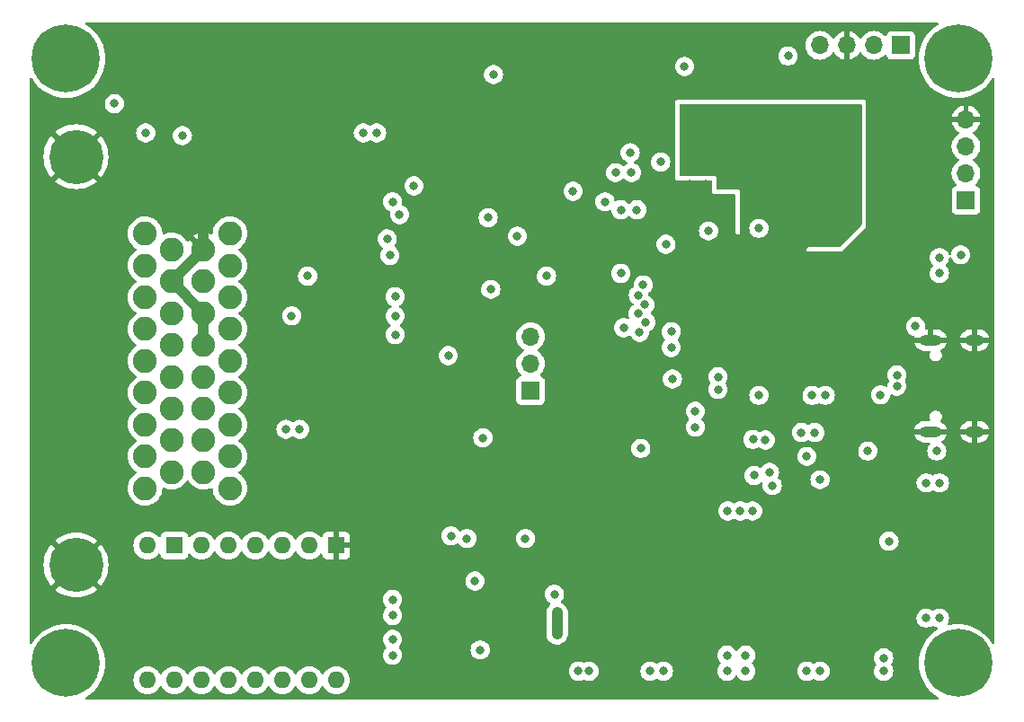
<source format=gbr>
%TF.GenerationSoftware,KiCad,Pcbnew,8.0.6*%
%TF.CreationDate,2024-10-30T09:11:15+07:00*%
%TF.ProjectId,NO2C,4e4f3243-2e6b-4696-9361-645f70636258,vD1*%
%TF.SameCoordinates,Original*%
%TF.FileFunction,Copper,L2,Inr*%
%TF.FilePolarity,Positive*%
%FSLAX46Y46*%
G04 Gerber Fmt 4.6, Leading zero omitted, Abs format (unit mm)*
G04 Created by KiCad (PCBNEW 8.0.6) date 2024-10-30 09:11:15*
%MOMM*%
%LPD*%
G01*
G04 APERTURE LIST*
%TA.AperFunction,ComponentPad*%
%ADD10O,1.600000X1.600000*%
%TD*%
%TA.AperFunction,ComponentPad*%
%ADD11R,1.600000X1.600000*%
%TD*%
%TA.AperFunction,ComponentPad*%
%ADD12C,2.250000*%
%TD*%
%TA.AperFunction,ComponentPad*%
%ADD13C,5.100000*%
%TD*%
%TA.AperFunction,ComponentPad*%
%ADD14R,1.700000X1.700000*%
%TD*%
%TA.AperFunction,ComponentPad*%
%ADD15O,1.700000X1.700000*%
%TD*%
%TA.AperFunction,ComponentPad*%
%ADD16C,0.800000*%
%TD*%
%TA.AperFunction,ComponentPad*%
%ADD17C,6.400000*%
%TD*%
%TA.AperFunction,ComponentPad*%
%ADD18O,2.100000X1.000000*%
%TD*%
%TA.AperFunction,ComponentPad*%
%ADD19O,1.800000X1.000000*%
%TD*%
%TA.AperFunction,ViaPad*%
%ADD20C,0.800000*%
%TD*%
%TA.AperFunction,Conductor*%
%ADD21C,1.000000*%
%TD*%
%TA.AperFunction,Conductor*%
%ADD22C,0.500000*%
%TD*%
G04 APERTURE END LIST*
D10*
%TO.N,/ENBL*%
%TO.C,IC4*%
X11150000Y1902000D03*
%TO.N,unconnected-(IC4-P2-Pad2)*%
X13690000Y1902000D03*
%TO.N,unconnected-(IC4-P3-Pad3)*%
X16230000Y1902000D03*
%TO.N,unconnected-(IC4-P4-Pad4)*%
X18770000Y1902000D03*
%TO.N,+5V*%
X21310000Y1902000D03*
X23850000Y1902000D03*
%TO.N,/STEP*%
X26390000Y1902000D03*
%TO.N,/DIR*%
X28930000Y1902000D03*
D11*
%TO.N,GND*%
X28930000Y14602000D03*
D10*
%TO.N,unconnected-(IC4-P10-Pad10)*%
X26390000Y14602000D03*
%TO.N,/STP-A2*%
X23850000Y14602000D03*
%TO.N,/STP-A1*%
X21310000Y14602000D03*
%TO.N,/STP-B1*%
X18770000Y14602000D03*
%TO.N,/STP-B2*%
X16230000Y14602000D03*
D11*
%TO.N,Earth*%
X13690000Y14602000D03*
D10*
%TO.N,+12V*%
X11150000Y14602000D03*
%TD*%
D12*
%TO.N,+BATT*%
%TO.C,J1*%
X10937500Y44000000D03*
%TO.N,VR1+*%
X10937500Y41000000D03*
%TO.N,/VR1-*%
X10937500Y38000000D03*
%TO.N,/IGN1*%
X10937500Y35000000D03*
%TO.N,/IGN2*%
X10937500Y32000000D03*
%TO.N,/STP-A1*%
X10937500Y29000000D03*
%TO.N,/STP-A2*%
X10937500Y26000000D03*
%TO.N,/STP-B2*%
X10937500Y23000000D03*
%TO.N,/STP-B1*%
X10937500Y20000000D03*
%TO.N,+5V*%
X13437500Y42500000D03*
%TO.N,GND*%
X13437500Y39500000D03*
%TO.N,/VR2-*%
X13437500Y36500000D03*
%TO.N,VR2+*%
X13437500Y33500000D03*
%TO.N,/TACHO*%
X13437500Y30500000D03*
%TO.N,Net-(J1-Pad15)*%
X13437500Y27500000D03*
%TO.N,Net-(J1-Pad16)*%
X13437500Y24500000D03*
%TO.N,/IDLE*%
X13437500Y21500000D03*
%TO.N,GND*%
X16437500Y42500000D03*
%TO.N,/LAUNCH*%
X16437500Y39500000D03*
%TO.N,GND*%
X16437500Y36500000D03*
X16437500Y33500000D03*
%TO.N,/SWCLK*%
X16437500Y30500000D03*
%TO.N,/SWDIO*%
X16437500Y27500000D03*
%TO.N,CANH*%
X16437500Y24500000D03*
%TO.N,CANL*%
X16437500Y21500000D03*
%TO.N,/O2*%
X18937500Y44000000D03*
%TO.N,/TPS*%
X18937500Y41000000D03*
%TO.N,/CLT*%
X18937500Y38000000D03*
%TO.N,/IAT*%
X18937500Y35000000D03*
%TO.N,/INJ1*%
X18937500Y32000000D03*
%TO.N,/INJ2*%
X18937500Y29000000D03*
%TO.N,/VVT*%
X18937500Y26000000D03*
%TO.N,/BOOST*%
X18937500Y23000000D03*
%TO.N,/FUELP*%
X18937500Y20000000D03*
D13*
%TO.N,GND*%
X4437500Y51250000D03*
X4437500Y12750000D03*
%TD*%
D14*
%TO.N,+3.3V*%
%TO.C,P1*%
X88250000Y47150000D03*
D15*
%TO.N,/SWDIO*%
X88250000Y49690000D03*
%TO.N,/SWCLK*%
X88250000Y52230000D03*
%TO.N,GND*%
X88250000Y54770000D03*
%TD*%
D16*
%TO.N,N/C*%
%TO.C,REF\u002A\u002A*%
X85100000Y3500000D03*
X85802944Y5197056D03*
X85802944Y1802944D03*
X87500000Y5900000D03*
D17*
X87500000Y3500000D03*
D16*
X87500000Y1100000D03*
X89197056Y5197056D03*
X89197056Y1802944D03*
X89900000Y3500000D03*
%TD*%
%TO.N,N/C*%
%TO.C,REF\u002A\u002A*%
X1100000Y60500000D03*
X1802944Y62197056D03*
X1802944Y58802944D03*
X3500000Y62900000D03*
D17*
X3500000Y60500000D03*
D16*
X3500000Y58100000D03*
X5197056Y62197056D03*
X5197056Y58802944D03*
X5900000Y60500000D03*
%TD*%
%TO.N,N/C*%
%TO.C,REF\u002A\u002A*%
X1100000Y3500000D03*
X1802944Y5197056D03*
X1802944Y1802944D03*
X3500000Y5900000D03*
D17*
X3500000Y3500000D03*
D16*
X3500000Y1100000D03*
X5197056Y5197056D03*
X5197056Y1802944D03*
X5900000Y3500000D03*
%TD*%
%TO.N,N/C*%
%TO.C,REF\u002A\u002A*%
X85100000Y60500000D03*
X85802944Y62197056D03*
X85802944Y58802944D03*
X87500000Y62900000D03*
D17*
X87500000Y60500000D03*
D16*
X87500000Y58100000D03*
X89197056Y62197056D03*
X89197056Y58802944D03*
X89900000Y60500000D03*
%TD*%
D14*
%TO.N,+5V*%
%TO.C,JP1*%
X47250000Y29210000D03*
D15*
%TO.N,Net-(IC1-VDD)*%
X47250000Y31750000D03*
%TO.N,+12V*%
X47250000Y34290000D03*
%TD*%
D18*
%TO.N,GND*%
%TO.C,J2*%
X84895000Y25320000D03*
D19*
X89075000Y25320000D03*
D18*
X84895000Y33960000D03*
D19*
X89075000Y33960000D03*
%TD*%
D14*
%TO.N,/PA10*%
%TO.C,P4*%
X82100000Y61750000D03*
D15*
%TO.N,/PA9*%
X79560000Y61750000D03*
%TO.N,GND*%
X77020000Y61750000D03*
%TO.N,+5V*%
X74480000Y61750000D03*
%TD*%
D20*
%TO.N,GND*%
X55750000Y41750000D03*
%TO.N,Net-(J1-Pad16)*%
X56750000Y49750000D03*
%TO.N,Net-(J1-Pad15)*%
X55250000Y49750000D03*
%TO.N,+3.3V*%
X56625000Y51625000D03*
%TO.N,/SDA*%
X57250000Y46250000D03*
%TO.N,/SCL*%
X55750000Y46250000D03*
%TO.N,+5V*%
X32750000Y53500000D03*
X87750000Y42000000D03*
X31500000Y53500000D03*
X81000000Y15000000D03*
X42500000Y4750000D03*
X8050000Y56250000D03*
%TO.N,+12V*%
X25500000Y25550000D03*
X14450000Y53250000D03*
X49750000Y7250000D03*
X58500000Y2750000D03*
X46000000Y43750000D03*
X49750000Y6250000D03*
X49750000Y8250000D03*
X24200000Y25550000D03*
X74500000Y2750000D03*
X73250000Y2750000D03*
X59750000Y2750000D03*
%TO.N,/PA3*%
X58000000Y37300000D03*
X34000000Y41950000D03*
%TO.N,/PA4*%
X34500000Y38050000D03*
X57350000Y36450000D03*
%TO.N,/PA5*%
X58100000Y35650000D03*
X34500000Y34475000D03*
%TO.N,/STEP*%
X67000000Y17850000D03*
X69750000Y21500000D03*
%TO.N,/DIR*%
X70000000Y20250000D03*
X68150000Y17850000D03*
%TO.N,/ENBL*%
X65800000Y17850000D03*
X68300000Y21200000D03*
%TO.N,/VR1-*%
X34250000Y5750000D03*
%TO.N,/VR2-*%
X34250000Y8000000D03*
%TO.N,/FUELP*%
X65750000Y4250000D03*
X65750000Y2750000D03*
%TO.N,/BOOST*%
X67500000Y4250000D03*
X67500000Y2750000D03*
%TO.N,/IDLE*%
X51750000Y2750000D03*
X52750000Y2750000D03*
%TO.N,/IGN2*%
X55750000Y40250000D03*
%TO.N,/IGN1*%
X48750000Y40000000D03*
%TO.N,/TACHO*%
X51250000Y48000000D03*
%TO.N,/VVT*%
X80500000Y4000000D03*
X80500000Y2750000D03*
%TO.N,/LAUNCH*%
X62750000Y27250000D03*
%TO.N,/PD11*%
X69350000Y24550000D03*
X46750000Y15250000D03*
%TO.N,Net-(D5-COM)*%
X68750000Y28750000D03*
X62750000Y25750000D03*
%TO.N,/PA2*%
X34900000Y45800000D03*
X57400000Y38200000D03*
%TO.N,/PD10*%
X68200000Y24600000D03*
X41250000Y15250000D03*
%TO.N,/PA0*%
X64000000Y44250000D03*
X59500000Y50750000D03*
%TO.N,/PA1*%
X57850000Y39150000D03*
X43500000Y38750000D03*
%TO.N,Net-(D20-COM)*%
X85750000Y41750000D03*
X85750000Y20500000D03*
%TO.N,Net-(D21-COM)*%
X84500000Y20500000D03*
X85750000Y40250000D03*
%TO.N,/SCL*%
X64900000Y30500000D03*
%TO.N,CANL*%
X84500000Y7750000D03*
%TO.N,CANH*%
X85750000Y7750000D03*
%TO.N,/SDA*%
X64900000Y29300000D03*
%TO.N,+BATT*%
X36250000Y48500000D03*
X11000000Y53500000D03*
%TO.N,VR2+*%
X34250000Y9500000D03*
%TO.N,VR1+*%
X34250000Y4250000D03*
%TO.N,/PD8*%
X60500000Y34750000D03*
X39500000Y32500000D03*
%TO.N,/PD14*%
X57500000Y34700000D03*
X54250000Y47000000D03*
%TO.N,/PD9*%
X42750000Y24750000D03*
X60500000Y33250000D03*
%TO.N,/SWDIO*%
X73250000Y23000000D03*
%TO.N,Net-(U2-NRST)*%
X68750000Y44500000D03*
X71500000Y60750000D03*
%TO.N,GND*%
X24100000Y42200000D03*
X73250000Y36000000D03*
X34000000Y63000000D03*
X90250000Y23500000D03*
X90250000Y11500000D03*
X90250000Y46750000D03*
X61750000Y54000000D03*
X64750000Y38500000D03*
X72000000Y20550000D03*
X70500000Y29000000D03*
X38500000Y12000000D03*
X68750000Y32750000D03*
X29750000Y63000000D03*
X12250000Y61250000D03*
X90250000Y20750000D03*
X34950000Y44300000D03*
X55500000Y20000000D03*
X63700000Y48650000D03*
X12250000Y59500000D03*
X63250000Y42000000D03*
X30250000Y43650000D03*
X69050000Y14700000D03*
X76500000Y36000000D03*
X72250000Y47000000D03*
X73500000Y57350000D03*
X73450000Y15700000D03*
X68750000Y30250000D03*
X46750000Y63250000D03*
X80650000Y33450000D03*
X44000000Y57050000D03*
X61750000Y52250000D03*
X52700000Y47400000D03*
X79900000Y20950000D03*
X76500000Y34250000D03*
X13500000Y48500000D03*
X67500000Y58000000D03*
X69650000Y55550000D03*
X75650000Y57350000D03*
X76750000Y51750000D03*
X33000000Y48000000D03*
X60000000Y61000000D03*
X30750000Y36250000D03*
X43000000Y31000000D03*
X62250000Y48650000D03*
X74750000Y49750000D03*
X31000000Y47250000D03*
X24250000Y40500000D03*
X90250000Y56000000D03*
X18750000Y63000000D03*
X48150000Y5900000D03*
X21750000Y46500000D03*
X68750000Y36000000D03*
X21750000Y45250000D03*
X54500000Y20000000D03*
X36250000Y60000000D03*
X43000000Y29000000D03*
X55000000Y30650000D03*
X64750000Y36000000D03*
X28500000Y63000000D03*
X90250000Y7600000D03*
X34950000Y43000000D03*
X63950000Y55450000D03*
X74500000Y55500000D03*
X73250000Y32750000D03*
X66750000Y29000000D03*
X59250000Y24750000D03*
X76500000Y39500000D03*
X76500000Y37500000D03*
X61500000Y42000000D03*
X73000000Y45750000D03*
X76500000Y29250000D03*
X18500000Y47750000D03*
X35625000Y41375000D03*
X68750000Y46000000D03*
X16750000Y47750000D03*
X83900000Y36750000D03*
X61750000Y50500000D03*
X61850000Y55400000D03*
X12250000Y63000000D03*
X75300000Y14350000D03*
X65500000Y58000000D03*
X69100000Y16700000D03*
X55200000Y28700000D03*
X35750000Y63000000D03*
X52750000Y24250000D03*
X68500000Y39500000D03*
X60250000Y16500000D03*
X83350000Y750000D03*
X76750000Y49750000D03*
X37000000Y16250000D03*
X66400000Y14700000D03*
X38000000Y41250000D03*
X70750000Y39500000D03*
X45250000Y32750000D03*
X63500000Y60000000D03*
X90250000Y14500000D03*
X48200000Y4600000D03*
X90250000Y43750000D03*
X44000000Y53000000D03*
X59000000Y16500000D03*
X42250000Y63250000D03*
X45500000Y15750000D03*
X73250000Y49750000D03*
X90250000Y9250000D03*
X61500000Y16500000D03*
X38500000Y16250000D03*
X20250000Y63000000D03*
X54000000Y24250000D03*
X72000000Y48250000D03*
X90250000Y50250000D03*
X90250000Y53000000D03*
X90250000Y38500000D03*
X36250000Y57500000D03*
X66800000Y48600000D03*
X53500000Y20000000D03*
X36450000Y34500000D03*
X49500000Y23500000D03*
X69500000Y58000000D03*
X72900000Y21500000D03*
X76750000Y53750000D03*
X90250000Y17750000D03*
X90250000Y36000000D03*
X27500000Y48000000D03*
X64750000Y33750000D03*
X57000000Y56000000D03*
X76750000Y55500000D03*
X60500000Y23500000D03*
X83900000Y38700000D03*
X26250000Y36275000D03*
X68400000Y55550000D03*
X15000000Y47750000D03*
X90250000Y41250000D03*
X73250000Y38500000D03*
X43250000Y6480000D03*
X14250000Y63000000D03*
X77800000Y57400000D03*
%TO.N,/SWCLK*%
X80200000Y28800000D03*
%TO.N,+3.3V*%
X61750000Y59750000D03*
X49500000Y10000000D03*
X57625000Y23750000D03*
X60600000Y30300000D03*
X60000000Y43000000D03*
X33750000Y43500000D03*
X43250000Y45500000D03*
X83500000Y35250000D03*
X26250000Y40000000D03*
X56000000Y35125000D03*
X42000000Y11250000D03*
X24750000Y36250000D03*
X34250000Y47000000D03*
X85500000Y23500000D03*
X39750000Y15500000D03*
X43750000Y59000000D03*
X79000000Y23500000D03*
X74500000Y20800000D03*
X34500000Y36225000D03*
%TO.N,/PA9*%
X72750000Y25250000D03*
%TO.N,/PA10*%
X74000000Y25250000D03*
%TO.N,/USB_D-*%
X81750000Y29615000D03*
X73750000Y28750000D03*
%TO.N,/USB_D+*%
X75000000Y28750000D03*
X81750000Y30665000D03*
%TD*%
D21*
%TO.N,+12V*%
X49750000Y8250000D02*
X49750000Y6250000D01*
%TO.N,GND*%
X16437500Y33500000D02*
X16437500Y36500000D01*
X16437500Y42500000D02*
X16437500Y45187500D01*
X13437500Y39500000D02*
X16437500Y42500000D01*
D22*
X16437500Y45187500D02*
X16450000Y45200000D01*
D21*
X16437500Y36500000D02*
X13437500Y39500000D01*
%TD*%
%TA.AperFunction,Conductor*%
%TO.N,GND*%
G36*
X85627281Y63904815D02*
G01*
X85673036Y63852011D01*
X85682980Y63782853D01*
X85653955Y63719297D01*
X85627777Y63696505D01*
X85321917Y63497878D01*
X85020488Y63253785D01*
X85020480Y63253778D01*
X84746222Y62979520D01*
X84746215Y62979512D01*
X84502122Y62678083D01*
X84290877Y62352794D01*
X84114787Y62007198D01*
X83975788Y61645095D01*
X83875397Y61270430D01*
X83875397Y61270428D01*
X83814722Y60887340D01*
X83794422Y60500001D01*
X83794422Y60500000D01*
X83814722Y60112661D01*
X83875397Y59729573D01*
X83875397Y59729571D01*
X83975788Y59354906D01*
X84114787Y58992803D01*
X84290877Y58647207D01*
X84502122Y58321918D01*
X84650363Y58138856D01*
X84746219Y58020484D01*
X85020484Y57746219D01*
X85020488Y57746216D01*
X85321917Y57502123D01*
X85647206Y57290878D01*
X85647211Y57290875D01*
X85992806Y57114786D01*
X86354913Y56975786D01*
X86729567Y56875398D01*
X87112662Y56814722D01*
X87478576Y56795545D01*
X87499999Y56794422D01*
X87500000Y56794422D01*
X87500001Y56794422D01*
X87520301Y56795486D01*
X87887338Y56814722D01*
X88270433Y56875398D01*
X88645087Y56975786D01*
X89007194Y57114786D01*
X89352789Y57290875D01*
X89678084Y57502124D01*
X89979516Y57746219D01*
X90253781Y58020484D01*
X90497876Y58321916D01*
X90674966Y58594610D01*
X90696505Y58627777D01*
X90749526Y58673280D01*
X90818731Y58682894D01*
X90882148Y58653567D01*
X90919642Y58594610D01*
X90924500Y58560242D01*
X90924500Y5439759D01*
X90904815Y5372720D01*
X90852011Y5326965D01*
X90782853Y5317021D01*
X90719297Y5346046D01*
X90696505Y5372224D01*
X90497877Y5678083D01*
X90253784Y5979512D01*
X90253781Y5979516D01*
X89979516Y6253781D01*
X89944402Y6282216D01*
X89678082Y6497878D01*
X89352793Y6709123D01*
X89007197Y6885213D01*
X88645094Y7024212D01*
X88645087Y7024214D01*
X88270433Y7124602D01*
X88270429Y7124603D01*
X88270428Y7124603D01*
X87887339Y7185278D01*
X87500001Y7205578D01*
X87499999Y7205578D01*
X87112660Y7185278D01*
X86729572Y7124603D01*
X86729560Y7124601D01*
X86662838Y7106723D01*
X86592988Y7108386D01*
X86535126Y7147550D01*
X86507623Y7211778D01*
X86519210Y7280681D01*
X86523351Y7288484D01*
X86577179Y7381716D01*
X86635674Y7561744D01*
X86655460Y7750000D01*
X86635674Y7938256D01*
X86577179Y8118284D01*
X86482533Y8282216D01*
X86355871Y8422888D01*
X86355870Y8422889D01*
X86202734Y8534149D01*
X86202729Y8534152D01*
X86029807Y8611143D01*
X86029802Y8611145D01*
X85884001Y8642135D01*
X85844646Y8650500D01*
X85655354Y8650500D01*
X85622897Y8643602D01*
X85470197Y8611145D01*
X85470192Y8611143D01*
X85297271Y8534152D01*
X85197885Y8461944D01*
X85132078Y8438465D01*
X85064025Y8454291D01*
X85052115Y8461944D01*
X85028966Y8478763D01*
X84952730Y8534151D01*
X84952728Y8534152D01*
X84952729Y8534152D01*
X84779807Y8611143D01*
X84779802Y8611145D01*
X84634001Y8642135D01*
X84594646Y8650500D01*
X84405354Y8650500D01*
X84372897Y8643602D01*
X84220197Y8611145D01*
X84220192Y8611143D01*
X84047270Y8534152D01*
X84047265Y8534149D01*
X83894129Y8422889D01*
X83767466Y8282215D01*
X83672821Y8118285D01*
X83672818Y8118278D01*
X83614327Y7938260D01*
X83614326Y7938256D01*
X83594540Y7750000D01*
X83614326Y7561744D01*
X83614327Y7561741D01*
X83672818Y7381723D01*
X83672821Y7381716D01*
X83767467Y7217784D01*
X83851368Y7124603D01*
X83894129Y7077112D01*
X84047265Y6965852D01*
X84047270Y6965849D01*
X84220192Y6888858D01*
X84220197Y6888856D01*
X84405354Y6849500D01*
X84405355Y6849500D01*
X84594644Y6849500D01*
X84594646Y6849500D01*
X84779803Y6888856D01*
X84952730Y6965849D01*
X85052115Y7038056D01*
X85117921Y7061536D01*
X85185975Y7045711D01*
X85197885Y7038056D01*
X85297265Y6965852D01*
X85297270Y6965849D01*
X85470192Y6888858D01*
X85470197Y6888856D01*
X85519252Y6878429D01*
X85580734Y6845237D01*
X85614510Y6784074D01*
X85609858Y6714359D01*
X85568253Y6658227D01*
X85561006Y6653144D01*
X85321917Y6497878D01*
X85020488Y6253785D01*
X85020480Y6253778D01*
X84746222Y5979520D01*
X84746215Y5979512D01*
X84502122Y5678083D01*
X84290877Y5352794D01*
X84114787Y5007198D01*
X83975788Y4645095D01*
X83875397Y4270430D01*
X83875397Y4270428D01*
X83814722Y3887340D01*
X83794422Y3500001D01*
X83794422Y3500000D01*
X83814722Y3112661D01*
X83875397Y2729573D01*
X83875397Y2729571D01*
X83975788Y2354906D01*
X84114787Y1992803D01*
X84290877Y1647207D01*
X84502122Y1321918D01*
X84502124Y1321916D01*
X84746219Y1020484D01*
X85020484Y746219D01*
X85020488Y746216D01*
X85321917Y502123D01*
X85627777Y303495D01*
X85673280Y250474D01*
X85682894Y181269D01*
X85653567Y117852D01*
X85594610Y80358D01*
X85560242Y75500D01*
X5439758Y75500D01*
X5372719Y95185D01*
X5326964Y147989D01*
X5317020Y217147D01*
X5346045Y280703D01*
X5372223Y303495D01*
X5678082Y502123D01*
X5678084Y502124D01*
X5979516Y746219D01*
X6253781Y1020484D01*
X6497876Y1321916D01*
X6709125Y1647211D01*
X6838947Y1902002D01*
X9844532Y1902002D01*
X9844532Y1901999D01*
X9864364Y1675314D01*
X9864366Y1675303D01*
X9923258Y1455512D01*
X9923261Y1455503D01*
X10019431Y1249268D01*
X10019432Y1249266D01*
X10149954Y1062859D01*
X10310858Y901955D01*
X10310861Y901953D01*
X10497266Y771432D01*
X10703504Y675261D01*
X10923308Y616365D01*
X11085230Y602199D01*
X11149998Y596532D01*
X11150000Y596532D01*
X11150002Y596532D01*
X11206673Y601491D01*
X11376692Y616365D01*
X11596496Y675261D01*
X11802734Y771432D01*
X11989139Y901953D01*
X12150047Y1062861D01*
X12280568Y1249266D01*
X12307618Y1307276D01*
X12353790Y1359715D01*
X12420983Y1378867D01*
X12487865Y1358652D01*
X12532382Y1307275D01*
X12559429Y1249272D01*
X12559432Y1249266D01*
X12689954Y1062859D01*
X12850858Y901955D01*
X12850861Y901953D01*
X13037266Y771432D01*
X13243504Y675261D01*
X13463308Y616365D01*
X13625230Y602199D01*
X13689998Y596532D01*
X13690000Y596532D01*
X13690002Y596532D01*
X13746673Y601491D01*
X13916692Y616365D01*
X14136496Y675261D01*
X14342734Y771432D01*
X14529139Y901953D01*
X14690047Y1062861D01*
X14820568Y1249266D01*
X14847618Y1307276D01*
X14893790Y1359715D01*
X14960983Y1378867D01*
X15027865Y1358652D01*
X15072382Y1307275D01*
X15099429Y1249272D01*
X15099432Y1249266D01*
X15229954Y1062859D01*
X15390858Y901955D01*
X15390861Y901953D01*
X15577266Y771432D01*
X15783504Y675261D01*
X16003308Y616365D01*
X16165230Y602199D01*
X16229998Y596532D01*
X16230000Y596532D01*
X16230002Y596532D01*
X16286673Y601491D01*
X16456692Y616365D01*
X16676496Y675261D01*
X16882734Y771432D01*
X17069139Y901953D01*
X17230047Y1062861D01*
X17360568Y1249266D01*
X17387618Y1307276D01*
X17433790Y1359715D01*
X17500983Y1378867D01*
X17567865Y1358652D01*
X17612382Y1307275D01*
X17639429Y1249272D01*
X17639432Y1249266D01*
X17769954Y1062859D01*
X17930858Y901955D01*
X17930861Y901953D01*
X18117266Y771432D01*
X18323504Y675261D01*
X18543308Y616365D01*
X18705230Y602199D01*
X18769998Y596532D01*
X18770000Y596532D01*
X18770002Y596532D01*
X18826673Y601491D01*
X18996692Y616365D01*
X19216496Y675261D01*
X19422734Y771432D01*
X19609139Y901953D01*
X19770047Y1062861D01*
X19900568Y1249266D01*
X19927618Y1307276D01*
X19973790Y1359715D01*
X20040983Y1378867D01*
X20107865Y1358652D01*
X20152382Y1307275D01*
X20179429Y1249272D01*
X20179432Y1249266D01*
X20309954Y1062859D01*
X20470858Y901955D01*
X20470861Y901953D01*
X20657266Y771432D01*
X20863504Y675261D01*
X21083308Y616365D01*
X21245230Y602199D01*
X21309998Y596532D01*
X21310000Y596532D01*
X21310002Y596532D01*
X21366673Y601491D01*
X21536692Y616365D01*
X21756496Y675261D01*
X21962734Y771432D01*
X22149139Y901953D01*
X22310047Y1062861D01*
X22440568Y1249266D01*
X22467618Y1307276D01*
X22513790Y1359715D01*
X22580983Y1378867D01*
X22647865Y1358652D01*
X22692382Y1307275D01*
X22719429Y1249272D01*
X22719432Y1249266D01*
X22849954Y1062859D01*
X23010858Y901955D01*
X23010861Y901953D01*
X23197266Y771432D01*
X23403504Y675261D01*
X23623308Y616365D01*
X23785230Y602199D01*
X23849998Y596532D01*
X23850000Y596532D01*
X23850002Y596532D01*
X23906673Y601491D01*
X24076692Y616365D01*
X24296496Y675261D01*
X24502734Y771432D01*
X24689139Y901953D01*
X24850047Y1062861D01*
X24980568Y1249266D01*
X25007618Y1307276D01*
X25053790Y1359715D01*
X25120983Y1378867D01*
X25187865Y1358652D01*
X25232382Y1307275D01*
X25259429Y1249272D01*
X25259432Y1249266D01*
X25389954Y1062859D01*
X25550858Y901955D01*
X25550861Y901953D01*
X25737266Y771432D01*
X25943504Y675261D01*
X26163308Y616365D01*
X26325230Y602199D01*
X26389998Y596532D01*
X26390000Y596532D01*
X26390002Y596532D01*
X26446673Y601491D01*
X26616692Y616365D01*
X26836496Y675261D01*
X27042734Y771432D01*
X27229139Y901953D01*
X27390047Y1062861D01*
X27520568Y1249266D01*
X27547618Y1307276D01*
X27593790Y1359715D01*
X27660983Y1378867D01*
X27727865Y1358652D01*
X27772382Y1307275D01*
X27799429Y1249272D01*
X27799432Y1249266D01*
X27929954Y1062859D01*
X28090858Y901955D01*
X28090861Y901953D01*
X28277266Y771432D01*
X28483504Y675261D01*
X28703308Y616365D01*
X28865230Y602199D01*
X28929998Y596532D01*
X28930000Y596532D01*
X28930002Y596532D01*
X28986673Y601491D01*
X29156692Y616365D01*
X29376496Y675261D01*
X29582734Y771432D01*
X29769139Y901953D01*
X29930047Y1062861D01*
X30060568Y1249266D01*
X30156739Y1455504D01*
X30215635Y1675308D01*
X30235468Y1902000D01*
X30215635Y2128692D01*
X30156739Y2348496D01*
X30060568Y2554734D01*
X29930047Y2741139D01*
X29930045Y2741142D01*
X29921187Y2750000D01*
X50844540Y2750000D01*
X50864326Y2561744D01*
X50864327Y2561741D01*
X50922818Y2381723D01*
X50922821Y2381716D01*
X51017467Y2217784D01*
X51097681Y2128698D01*
X51144129Y2077112D01*
X51297265Y1965852D01*
X51297270Y1965849D01*
X51470192Y1888858D01*
X51470197Y1888856D01*
X51655354Y1849500D01*
X51655355Y1849500D01*
X51844644Y1849500D01*
X51844646Y1849500D01*
X52029803Y1888856D01*
X52199566Y1964441D01*
X52268813Y1973725D01*
X52300430Y1964443D01*
X52470197Y1888856D01*
X52655354Y1849500D01*
X52655355Y1849500D01*
X52844644Y1849500D01*
X52844646Y1849500D01*
X53029803Y1888856D01*
X53202730Y1965849D01*
X53355871Y2077112D01*
X53482533Y2217784D01*
X53577179Y2381716D01*
X53635674Y2561744D01*
X53655460Y2750000D01*
X57594540Y2750000D01*
X57614326Y2561744D01*
X57614327Y2561741D01*
X57672818Y2381723D01*
X57672821Y2381716D01*
X57767467Y2217784D01*
X57847681Y2128698D01*
X57894129Y2077112D01*
X58047265Y1965852D01*
X58047270Y1965849D01*
X58220192Y1888858D01*
X58220197Y1888856D01*
X58405354Y1849500D01*
X58405355Y1849500D01*
X58594644Y1849500D01*
X58594646Y1849500D01*
X58779803Y1888856D01*
X58952730Y1965849D01*
X59052115Y2038056D01*
X59117921Y2061536D01*
X59185975Y2045711D01*
X59197885Y2038056D01*
X59297265Y1965852D01*
X59297270Y1965849D01*
X59470192Y1888858D01*
X59470197Y1888856D01*
X59655354Y1849500D01*
X59655355Y1849500D01*
X59844644Y1849500D01*
X59844646Y1849500D01*
X60029803Y1888856D01*
X60202730Y1965849D01*
X60355871Y2077112D01*
X60482533Y2217784D01*
X60577179Y2381716D01*
X60635674Y2561744D01*
X60655460Y2750000D01*
X60635674Y2938256D01*
X60577179Y3118284D01*
X60482533Y3282216D01*
X60355871Y3422888D01*
X60355870Y3422889D01*
X60202734Y3534149D01*
X60202729Y3534152D01*
X60029807Y3611143D01*
X60029802Y3611145D01*
X59884001Y3642135D01*
X59844646Y3650500D01*
X59655354Y3650500D01*
X59622897Y3643602D01*
X59470197Y3611145D01*
X59470192Y3611143D01*
X59297271Y3534152D01*
X59197885Y3461944D01*
X59132078Y3438465D01*
X59064025Y3454291D01*
X59052115Y3461944D01*
X58999735Y3500000D01*
X58952730Y3534151D01*
X58952728Y3534152D01*
X58952729Y3534152D01*
X58779807Y3611143D01*
X58779802Y3611145D01*
X58634001Y3642135D01*
X58594646Y3650500D01*
X58405354Y3650500D01*
X58372897Y3643602D01*
X58220197Y3611145D01*
X58220192Y3611143D01*
X58047270Y3534152D01*
X58047265Y3534149D01*
X57894129Y3422889D01*
X57767466Y3282215D01*
X57672821Y3118285D01*
X57672818Y3118278D01*
X57625000Y2971107D01*
X57614326Y2938256D01*
X57594540Y2750000D01*
X53655460Y2750000D01*
X53635674Y2938256D01*
X53577179Y3118284D01*
X53482533Y3282216D01*
X53355871Y3422888D01*
X53355870Y3422889D01*
X53202734Y3534149D01*
X53202729Y3534152D01*
X53029807Y3611143D01*
X53029802Y3611145D01*
X52884001Y3642135D01*
X52844646Y3650500D01*
X52655354Y3650500D01*
X52622897Y3643602D01*
X52470197Y3611145D01*
X52470192Y3611143D01*
X52300436Y3535561D01*
X52231186Y3526276D01*
X52199564Y3535561D01*
X52029807Y3611143D01*
X52029802Y3611145D01*
X51884001Y3642135D01*
X51844646Y3650500D01*
X51655354Y3650500D01*
X51622897Y3643602D01*
X51470197Y3611145D01*
X51470192Y3611143D01*
X51297270Y3534152D01*
X51297265Y3534149D01*
X51144129Y3422889D01*
X51017466Y3282215D01*
X50922821Y3118285D01*
X50922818Y3118278D01*
X50875000Y2971107D01*
X50864326Y2938256D01*
X50844540Y2750000D01*
X29921187Y2750000D01*
X29769141Y2902046D01*
X29582734Y3032568D01*
X29582732Y3032569D01*
X29376497Y3128739D01*
X29376488Y3128742D01*
X29156697Y3187634D01*
X29156693Y3187635D01*
X29156692Y3187635D01*
X29156691Y3187636D01*
X29156686Y3187636D01*
X28930002Y3207468D01*
X28929998Y3207468D01*
X28703313Y3187636D01*
X28703302Y3187634D01*
X28483511Y3128742D01*
X28483502Y3128739D01*
X28277267Y3032569D01*
X28277265Y3032568D01*
X28090858Y2902046D01*
X27929954Y2741142D01*
X27799432Y2554735D01*
X27799431Y2554733D01*
X27772382Y2496725D01*
X27726209Y2444286D01*
X27659016Y2425134D01*
X27592135Y2445350D01*
X27547618Y2496725D01*
X27520568Y2554733D01*
X27520567Y2554735D01*
X27515661Y2561741D01*
X27390047Y2741139D01*
X27390045Y2741142D01*
X27229141Y2902046D01*
X27042734Y3032568D01*
X27042732Y3032569D01*
X26836497Y3128739D01*
X26836488Y3128742D01*
X26616697Y3187634D01*
X26616693Y3187635D01*
X26616692Y3187635D01*
X26616691Y3187636D01*
X26616686Y3187636D01*
X26390002Y3207468D01*
X26389998Y3207468D01*
X26163313Y3187636D01*
X26163302Y3187634D01*
X25943511Y3128742D01*
X25943502Y3128739D01*
X25737267Y3032569D01*
X25737265Y3032568D01*
X25550858Y2902046D01*
X25389954Y2741142D01*
X25259432Y2554735D01*
X25259431Y2554733D01*
X25232382Y2496725D01*
X25186209Y2444286D01*
X25119016Y2425134D01*
X25052135Y2445350D01*
X25007618Y2496725D01*
X24980568Y2554733D01*
X24980567Y2554735D01*
X24975661Y2561741D01*
X24850047Y2741139D01*
X24850045Y2741142D01*
X24689141Y2902046D01*
X24502734Y3032568D01*
X24502732Y3032569D01*
X24296497Y3128739D01*
X24296488Y3128742D01*
X24076697Y3187634D01*
X24076693Y3187635D01*
X24076692Y3187635D01*
X24076691Y3187636D01*
X24076686Y3187636D01*
X23850002Y3207468D01*
X23849998Y3207468D01*
X23623313Y3187636D01*
X23623302Y3187634D01*
X23403511Y3128742D01*
X23403502Y3128739D01*
X23197267Y3032569D01*
X23197265Y3032568D01*
X23010858Y2902046D01*
X22849954Y2741142D01*
X22719432Y2554735D01*
X22719431Y2554733D01*
X22692382Y2496725D01*
X22646209Y2444286D01*
X22579016Y2425134D01*
X22512135Y2445350D01*
X22467618Y2496725D01*
X22440568Y2554733D01*
X22440567Y2554735D01*
X22435661Y2561741D01*
X22310047Y2741139D01*
X22310045Y2741142D01*
X22149141Y2902046D01*
X21962734Y3032568D01*
X21962732Y3032569D01*
X21756497Y3128739D01*
X21756488Y3128742D01*
X21536697Y3187634D01*
X21536693Y3187635D01*
X21536692Y3187635D01*
X21536691Y3187636D01*
X21536686Y3187636D01*
X21310002Y3207468D01*
X21309998Y3207468D01*
X21083313Y3187636D01*
X21083302Y3187634D01*
X20863511Y3128742D01*
X20863502Y3128739D01*
X20657267Y3032569D01*
X20657265Y3032568D01*
X20470858Y2902046D01*
X20309954Y2741142D01*
X20179432Y2554735D01*
X20179431Y2554733D01*
X20152382Y2496725D01*
X20106209Y2444286D01*
X20039016Y2425134D01*
X19972135Y2445350D01*
X19927618Y2496725D01*
X19900568Y2554733D01*
X19900567Y2554735D01*
X19895661Y2561741D01*
X19770047Y2741139D01*
X19770045Y2741142D01*
X19609141Y2902046D01*
X19422734Y3032568D01*
X19422732Y3032569D01*
X19216497Y3128739D01*
X19216488Y3128742D01*
X18996697Y3187634D01*
X18996693Y3187635D01*
X18996692Y3187635D01*
X18996691Y3187636D01*
X18996686Y3187636D01*
X18770002Y3207468D01*
X18769998Y3207468D01*
X18543313Y3187636D01*
X18543302Y3187634D01*
X18323511Y3128742D01*
X18323502Y3128739D01*
X18117267Y3032569D01*
X18117265Y3032568D01*
X17930858Y2902046D01*
X17769954Y2741142D01*
X17639432Y2554735D01*
X17639431Y2554733D01*
X17612382Y2496725D01*
X17566209Y2444286D01*
X17499016Y2425134D01*
X17432135Y2445350D01*
X17387618Y2496725D01*
X17360568Y2554733D01*
X17360567Y2554735D01*
X17355661Y2561741D01*
X17230047Y2741139D01*
X17230045Y2741142D01*
X17069141Y2902046D01*
X16882734Y3032568D01*
X16882732Y3032569D01*
X16676497Y3128739D01*
X16676488Y3128742D01*
X16456697Y3187634D01*
X16456693Y3187635D01*
X16456692Y3187635D01*
X16456691Y3187636D01*
X16456686Y3187636D01*
X16230002Y3207468D01*
X16229998Y3207468D01*
X16003313Y3187636D01*
X16003302Y3187634D01*
X15783511Y3128742D01*
X15783502Y3128739D01*
X15577267Y3032569D01*
X15577265Y3032568D01*
X15390858Y2902046D01*
X15229954Y2741142D01*
X15099432Y2554735D01*
X15099431Y2554733D01*
X15072382Y2496725D01*
X15026209Y2444286D01*
X14959016Y2425134D01*
X14892135Y2445350D01*
X14847618Y2496725D01*
X14820568Y2554733D01*
X14820567Y2554735D01*
X14815661Y2561741D01*
X14690047Y2741139D01*
X14690045Y2741142D01*
X14529141Y2902046D01*
X14342734Y3032568D01*
X14342732Y3032569D01*
X14136497Y3128739D01*
X14136488Y3128742D01*
X13916697Y3187634D01*
X13916693Y3187635D01*
X13916692Y3187635D01*
X13916691Y3187636D01*
X13916686Y3187636D01*
X13690002Y3207468D01*
X13689998Y3207468D01*
X13463313Y3187636D01*
X13463302Y3187634D01*
X13243511Y3128742D01*
X13243502Y3128739D01*
X13037267Y3032569D01*
X13037265Y3032568D01*
X12850858Y2902046D01*
X12689954Y2741142D01*
X12559432Y2554735D01*
X12559431Y2554733D01*
X12532382Y2496725D01*
X12486209Y2444286D01*
X12419016Y2425134D01*
X12352135Y2445350D01*
X12307618Y2496725D01*
X12280568Y2554733D01*
X12280567Y2554735D01*
X12275661Y2561741D01*
X12150047Y2741139D01*
X12150045Y2741142D01*
X11989141Y2902046D01*
X11802734Y3032568D01*
X11802732Y3032569D01*
X11596497Y3128739D01*
X11596488Y3128742D01*
X11376697Y3187634D01*
X11376693Y3187635D01*
X11376692Y3187635D01*
X11376691Y3187636D01*
X11376686Y3187636D01*
X11150002Y3207468D01*
X11149998Y3207468D01*
X10923313Y3187636D01*
X10923302Y3187634D01*
X10703511Y3128742D01*
X10703502Y3128739D01*
X10497267Y3032569D01*
X10497265Y3032568D01*
X10310858Y2902046D01*
X10149954Y2741142D01*
X10019432Y2554735D01*
X10019431Y2554733D01*
X9923261Y2348498D01*
X9923258Y2348489D01*
X9864366Y2128698D01*
X9864364Y2128687D01*
X9844532Y1902002D01*
X6838947Y1902002D01*
X6885214Y1992806D01*
X7024214Y2354913D01*
X7124602Y2729567D01*
X7185278Y3112662D01*
X7205578Y3500000D01*
X7185278Y3887338D01*
X7124602Y4270433D01*
X7024214Y4645087D01*
X6885214Y5007194D01*
X6709125Y5352789D01*
X6702255Y5363368D01*
X6497877Y5678083D01*
X6439640Y5750000D01*
X33344540Y5750000D01*
X33364326Y5561744D01*
X33364327Y5561741D01*
X33422818Y5381723D01*
X33422821Y5381716D01*
X33517466Y5217785D01*
X33638851Y5082972D01*
X33669081Y5019980D01*
X33660455Y4950645D01*
X33638851Y4917028D01*
X33517466Y4782216D01*
X33422821Y4618285D01*
X33422818Y4618278D01*
X33394855Y4532215D01*
X33364326Y4438256D01*
X33344540Y4250000D01*
X33364326Y4061744D01*
X33364327Y4061741D01*
X33422818Y3881723D01*
X33422821Y3881716D01*
X33517467Y3717784D01*
X33613487Y3611143D01*
X33644129Y3577112D01*
X33797265Y3465852D01*
X33797270Y3465849D01*
X33970192Y3388858D01*
X33970197Y3388856D01*
X34155354Y3349500D01*
X34155355Y3349500D01*
X34344644Y3349500D01*
X34344646Y3349500D01*
X34529803Y3388856D01*
X34702730Y3465849D01*
X34855871Y3577112D01*
X34982533Y3717784D01*
X35077179Y3881716D01*
X35135674Y4061744D01*
X35155460Y4250000D01*
X35135674Y4438256D01*
X35077179Y4618284D01*
X35001133Y4750000D01*
X41594540Y4750000D01*
X41614326Y4561744D01*
X41614327Y4561741D01*
X41672818Y4381723D01*
X41672821Y4381716D01*
X41767467Y4217784D01*
X41894129Y4077112D01*
X42047265Y3965852D01*
X42047270Y3965849D01*
X42220192Y3888858D01*
X42220197Y3888856D01*
X42405354Y3849500D01*
X42405355Y3849500D01*
X42594644Y3849500D01*
X42594646Y3849500D01*
X42779803Y3888856D01*
X42952730Y3965849D01*
X43105871Y4077112D01*
X43232533Y4217784D01*
X43251133Y4250000D01*
X64844540Y4250000D01*
X64864326Y4061744D01*
X64864327Y4061741D01*
X64922818Y3881723D01*
X64922821Y3881716D01*
X65017466Y3717785D01*
X65138851Y3582972D01*
X65169081Y3519980D01*
X65160455Y3450645D01*
X65138851Y3417028D01*
X65017466Y3282216D01*
X64922821Y3118285D01*
X64922818Y3118278D01*
X64875000Y2971107D01*
X64864326Y2938256D01*
X64844540Y2750000D01*
X64864326Y2561744D01*
X64864327Y2561741D01*
X64922818Y2381723D01*
X64922821Y2381716D01*
X65017467Y2217784D01*
X65097681Y2128698D01*
X65144129Y2077112D01*
X65297265Y1965852D01*
X65297270Y1965849D01*
X65470192Y1888858D01*
X65470197Y1888856D01*
X65655354Y1849500D01*
X65655355Y1849500D01*
X65844644Y1849500D01*
X65844646Y1849500D01*
X66029803Y1888856D01*
X66202730Y1965849D01*
X66355871Y2077112D01*
X66482533Y2217784D01*
X66517613Y2278546D01*
X66568179Y2326760D01*
X66636786Y2339984D01*
X66701651Y2314016D01*
X66732385Y2278547D01*
X66767466Y2217786D01*
X66767467Y2217784D01*
X66894129Y2077112D01*
X67047265Y1965852D01*
X67047270Y1965849D01*
X67220192Y1888858D01*
X67220197Y1888856D01*
X67405354Y1849500D01*
X67405355Y1849500D01*
X67594644Y1849500D01*
X67594646Y1849500D01*
X67779803Y1888856D01*
X67952730Y1965849D01*
X68105871Y2077112D01*
X68232533Y2217784D01*
X68327179Y2381716D01*
X68385674Y2561744D01*
X68405460Y2750000D01*
X72344540Y2750000D01*
X72364326Y2561744D01*
X72364327Y2561741D01*
X72422818Y2381723D01*
X72422821Y2381716D01*
X72517467Y2217784D01*
X72597681Y2128698D01*
X72644129Y2077112D01*
X72797265Y1965852D01*
X72797270Y1965849D01*
X72970192Y1888858D01*
X72970197Y1888856D01*
X73155354Y1849500D01*
X73155355Y1849500D01*
X73344644Y1849500D01*
X73344646Y1849500D01*
X73529803Y1888856D01*
X73702730Y1965849D01*
X73802115Y2038056D01*
X73867921Y2061536D01*
X73935975Y2045711D01*
X73947885Y2038056D01*
X74047265Y1965852D01*
X74047270Y1965849D01*
X74220192Y1888858D01*
X74220197Y1888856D01*
X74405354Y1849500D01*
X74405355Y1849500D01*
X74594644Y1849500D01*
X74594646Y1849500D01*
X74779803Y1888856D01*
X74952730Y1965849D01*
X75105871Y2077112D01*
X75232533Y2217784D01*
X75327179Y2381716D01*
X75385674Y2561744D01*
X75405460Y2750000D01*
X75385674Y2938256D01*
X75327179Y3118284D01*
X75232533Y3282216D01*
X75105871Y3422888D01*
X75105870Y3422889D01*
X74952734Y3534149D01*
X74952729Y3534152D01*
X74779807Y3611143D01*
X74779802Y3611145D01*
X74634001Y3642135D01*
X74594646Y3650500D01*
X74405354Y3650500D01*
X74372897Y3643602D01*
X74220197Y3611145D01*
X74220192Y3611143D01*
X74047271Y3534152D01*
X73947885Y3461944D01*
X73882078Y3438465D01*
X73814025Y3454291D01*
X73802115Y3461944D01*
X73749735Y3500000D01*
X73702730Y3534151D01*
X73702728Y3534152D01*
X73702729Y3534152D01*
X73529807Y3611143D01*
X73529802Y3611145D01*
X73384001Y3642135D01*
X73344646Y3650500D01*
X73155354Y3650500D01*
X73122897Y3643602D01*
X72970197Y3611145D01*
X72970192Y3611143D01*
X72797270Y3534152D01*
X72797265Y3534149D01*
X72644129Y3422889D01*
X72517466Y3282215D01*
X72422821Y3118285D01*
X72422818Y3118278D01*
X72375000Y2971107D01*
X72364326Y2938256D01*
X72344540Y2750000D01*
X68405460Y2750000D01*
X68385674Y2938256D01*
X68327179Y3118284D01*
X68232533Y3282216D01*
X68111146Y3417029D01*
X68080917Y3480019D01*
X68089542Y3549354D01*
X68111147Y3582972D01*
X68232533Y3717784D01*
X68327179Y3881716D01*
X68365612Y4000000D01*
X79594540Y4000000D01*
X79614326Y3811744D01*
X79614327Y3811741D01*
X79672818Y3631723D01*
X79672821Y3631716D01*
X79767467Y3467784D01*
X79772725Y3461944D01*
X79776304Y3457969D01*
X79806531Y3394977D01*
X79797904Y3325642D01*
X79776304Y3292031D01*
X79767466Y3282215D01*
X79672821Y3118285D01*
X79672818Y3118278D01*
X79625000Y2971107D01*
X79614326Y2938256D01*
X79594540Y2750000D01*
X79614326Y2561744D01*
X79614327Y2561741D01*
X79672818Y2381723D01*
X79672821Y2381716D01*
X79767467Y2217784D01*
X79847681Y2128698D01*
X79894129Y2077112D01*
X80047265Y1965852D01*
X80047270Y1965849D01*
X80220192Y1888858D01*
X80220197Y1888856D01*
X80405354Y1849500D01*
X80405355Y1849500D01*
X80594644Y1849500D01*
X80594646Y1849500D01*
X80779803Y1888856D01*
X80952730Y1965849D01*
X81105871Y2077112D01*
X81232533Y2217784D01*
X81327179Y2381716D01*
X81385674Y2561744D01*
X81405460Y2750000D01*
X81385674Y2938256D01*
X81327179Y3118284D01*
X81232533Y3282216D01*
X81223698Y3292028D01*
X81193469Y3355019D01*
X81202093Y3424354D01*
X81223699Y3457973D01*
X81232533Y3467784D01*
X81327179Y3631716D01*
X81385674Y3811744D01*
X81405460Y4000000D01*
X81385674Y4188256D01*
X81327179Y4368284D01*
X81232533Y4532216D01*
X81105871Y4672888D01*
X81105387Y4673240D01*
X80952734Y4784149D01*
X80952729Y4784152D01*
X80779807Y4861143D01*
X80779802Y4861145D01*
X80634001Y4892135D01*
X80594646Y4900500D01*
X80405354Y4900500D01*
X80372897Y4893602D01*
X80220197Y4861145D01*
X80220192Y4861143D01*
X80047270Y4784152D01*
X80047265Y4784149D01*
X79894129Y4672889D01*
X79767466Y4532215D01*
X79672821Y4368285D01*
X79672818Y4368278D01*
X79623921Y4217786D01*
X79614326Y4188256D01*
X79594540Y4000000D01*
X68365612Y4000000D01*
X68385674Y4061744D01*
X68405460Y4250000D01*
X68385674Y4438256D01*
X68327179Y4618284D01*
X68232533Y4782216D01*
X68105871Y4922888D01*
X68084719Y4938256D01*
X67952734Y5034149D01*
X67952729Y5034152D01*
X67779807Y5111143D01*
X67779802Y5111145D01*
X67634001Y5142135D01*
X67594646Y5150500D01*
X67405354Y5150500D01*
X67372897Y5143602D01*
X67220197Y5111145D01*
X67220192Y5111143D01*
X67047270Y5034152D01*
X67047265Y5034149D01*
X66894129Y4922889D01*
X66767466Y4782215D01*
X66732387Y4721456D01*
X66681820Y4673240D01*
X66613213Y4660017D01*
X66548348Y4685985D01*
X66517613Y4721456D01*
X66501133Y4750000D01*
X66482533Y4782216D01*
X66355871Y4922888D01*
X66334719Y4938256D01*
X66202734Y5034149D01*
X66202729Y5034152D01*
X66029807Y5111143D01*
X66029802Y5111145D01*
X65884001Y5142135D01*
X65844646Y5150500D01*
X65655354Y5150500D01*
X65622897Y5143602D01*
X65470197Y5111145D01*
X65470192Y5111143D01*
X65297270Y5034152D01*
X65297265Y5034149D01*
X65144129Y4922889D01*
X65017466Y4782215D01*
X64922821Y4618285D01*
X64922818Y4618278D01*
X64894855Y4532215D01*
X64864326Y4438256D01*
X64844540Y4250000D01*
X43251133Y4250000D01*
X43327179Y4381716D01*
X43385674Y4561744D01*
X43405460Y4750000D01*
X43385674Y4938256D01*
X43327179Y5118284D01*
X43232533Y5282216D01*
X43105871Y5422888D01*
X43082650Y5439759D01*
X42952734Y5534149D01*
X42952729Y5534152D01*
X42779807Y5611143D01*
X42779802Y5611145D01*
X42634001Y5642135D01*
X42594646Y5650500D01*
X42405354Y5650500D01*
X42372897Y5643602D01*
X42220197Y5611145D01*
X42220192Y5611143D01*
X42047270Y5534152D01*
X42047265Y5534149D01*
X41894129Y5422889D01*
X41767466Y5282215D01*
X41672821Y5118285D01*
X41672818Y5118278D01*
X41618351Y4950645D01*
X41614326Y4938256D01*
X41594540Y4750000D01*
X35001133Y4750000D01*
X34982533Y4782216D01*
X34861146Y4917029D01*
X34830917Y4980019D01*
X34839542Y5049354D01*
X34861147Y5082972D01*
X34982533Y5217784D01*
X35077179Y5381716D01*
X35135674Y5561744D01*
X35155460Y5750000D01*
X35135674Y5938256D01*
X35077179Y6118284D01*
X34982533Y6282216D01*
X34855871Y6422888D01*
X34855870Y6422889D01*
X34702734Y6534149D01*
X34702729Y6534152D01*
X34529807Y6611143D01*
X34529802Y6611145D01*
X34384001Y6642135D01*
X34344646Y6650500D01*
X34155354Y6650500D01*
X34122897Y6643602D01*
X33970197Y6611145D01*
X33970192Y6611143D01*
X33797270Y6534152D01*
X33797265Y6534149D01*
X33644129Y6422889D01*
X33517466Y6282215D01*
X33422821Y6118285D01*
X33422818Y6118278D01*
X33364327Y5938260D01*
X33364326Y5938256D01*
X33344540Y5750000D01*
X6439640Y5750000D01*
X6253784Y5979512D01*
X6253781Y5979516D01*
X5979516Y6253781D01*
X5944402Y6282216D01*
X5678082Y6497878D01*
X5352793Y6709123D01*
X5007197Y6885213D01*
X4645094Y7024212D01*
X4645087Y7024214D01*
X4270433Y7124602D01*
X4270429Y7124603D01*
X4270428Y7124603D01*
X3887339Y7185278D01*
X3500001Y7205578D01*
X3499999Y7205578D01*
X3112660Y7185278D01*
X2729572Y7124603D01*
X2729570Y7124603D01*
X2354905Y7024212D01*
X1992802Y6885213D01*
X1647206Y6709123D01*
X1321917Y6497878D01*
X1020488Y6253785D01*
X1020480Y6253778D01*
X746222Y5979520D01*
X746215Y5979512D01*
X502122Y5678083D01*
X303495Y5372224D01*
X250474Y5326721D01*
X181269Y5317107D01*
X117852Y5346434D01*
X80358Y5405391D01*
X75500Y5439759D01*
X75500Y9500000D01*
X33344540Y9500000D01*
X33364326Y9311744D01*
X33364327Y9311741D01*
X33422818Y9131723D01*
X33422821Y9131716D01*
X33517466Y8967785D01*
X33638851Y8832972D01*
X33669081Y8769980D01*
X33660455Y8700645D01*
X33638851Y8667028D01*
X33517466Y8532216D01*
X33422821Y8368285D01*
X33422818Y8368278D01*
X33394855Y8282215D01*
X33364326Y8188256D01*
X33344540Y8000000D01*
X33364326Y7811744D01*
X33364327Y7811741D01*
X33422818Y7631723D01*
X33422821Y7631716D01*
X33517467Y7467784D01*
X33644129Y7327112D01*
X33797265Y7215852D01*
X33797270Y7215849D01*
X33970192Y7138858D01*
X33970197Y7138856D01*
X34155354Y7099500D01*
X34155355Y7099500D01*
X34344644Y7099500D01*
X34344646Y7099500D01*
X34529803Y7138856D01*
X34702730Y7215849D01*
X34855871Y7327112D01*
X34982533Y7467784D01*
X35077179Y7631716D01*
X35135674Y7811744D01*
X35155460Y8000000D01*
X35135674Y8188256D01*
X35077179Y8368284D01*
X34982533Y8532216D01*
X34861146Y8667029D01*
X34830917Y8730019D01*
X34839542Y8799354D01*
X34861147Y8832972D01*
X34982533Y8967784D01*
X35077179Y9131716D01*
X35135674Y9311744D01*
X35155460Y9500000D01*
X35135674Y9688256D01*
X35077179Y9868284D01*
X35001133Y10000000D01*
X48594540Y10000000D01*
X48614326Y9811744D01*
X48614327Y9811741D01*
X48672818Y9631723D01*
X48672821Y9631716D01*
X48767467Y9467784D01*
X48869578Y9354379D01*
X48894129Y9327112D01*
X49047265Y9215852D01*
X49047270Y9215849D01*
X49057961Y9211089D01*
X49111198Y9165839D01*
X49131519Y9098989D01*
X49112473Y9031766D01*
X49095207Y9010129D01*
X48972860Y8887782D01*
X48863371Y8723921D01*
X48863364Y8723908D01*
X48787950Y8541840D01*
X48787947Y8541830D01*
X48749500Y8348544D01*
X48749500Y8348541D01*
X48749500Y6151459D01*
X48749500Y6151457D01*
X48749499Y6151457D01*
X48787947Y5958171D01*
X48787950Y5958161D01*
X48863364Y5776093D01*
X48863371Y5776080D01*
X48972860Y5612219D01*
X48972863Y5612215D01*
X49112214Y5472864D01*
X49112218Y5472861D01*
X49276079Y5363372D01*
X49276092Y5363365D01*
X49387978Y5317021D01*
X49458165Y5287949D01*
X49458169Y5287949D01*
X49458170Y5287948D01*
X49651456Y5249500D01*
X49651459Y5249500D01*
X49848543Y5249500D01*
X49978582Y5275368D01*
X50041835Y5287949D01*
X50223914Y5363368D01*
X50387782Y5472861D01*
X50527139Y5612218D01*
X50636632Y5776086D01*
X50712051Y5958165D01*
X50743901Y6118284D01*
X50750500Y6151457D01*
X50750500Y8348544D01*
X50712052Y8541830D01*
X50712051Y8541831D01*
X50712051Y8541835D01*
X50683343Y8611143D01*
X50636635Y8723908D01*
X50636628Y8723921D01*
X50527139Y8887782D01*
X50527136Y8887786D01*
X50387785Y9027137D01*
X50387781Y9027140D01*
X50223920Y9136629D01*
X50223914Y9136632D01*
X50175116Y9156845D01*
X50120713Y9200687D01*
X50098649Y9266981D01*
X50115929Y9334680D01*
X50130414Y9354371D01*
X50232533Y9467784D01*
X50327179Y9631716D01*
X50385674Y9811744D01*
X50405460Y10000000D01*
X50385674Y10188256D01*
X50327179Y10368284D01*
X50232533Y10532216D01*
X50105871Y10672888D01*
X50044077Y10717784D01*
X49952734Y10784149D01*
X49952729Y10784152D01*
X49779807Y10861143D01*
X49779802Y10861145D01*
X49634001Y10892135D01*
X49594646Y10900500D01*
X49405354Y10900500D01*
X49372897Y10893602D01*
X49220197Y10861145D01*
X49220192Y10861143D01*
X49047270Y10784152D01*
X49047265Y10784149D01*
X48894129Y10672889D01*
X48767466Y10532215D01*
X48672821Y10368285D01*
X48672818Y10368278D01*
X48614327Y10188260D01*
X48614326Y10188256D01*
X48594540Y10000000D01*
X35001133Y10000000D01*
X34982533Y10032216D01*
X34855871Y10172888D01*
X34834719Y10188256D01*
X34702734Y10284149D01*
X34702729Y10284152D01*
X34529807Y10361143D01*
X34529802Y10361145D01*
X34384001Y10392135D01*
X34344646Y10400500D01*
X34155354Y10400500D01*
X34122897Y10393602D01*
X33970197Y10361145D01*
X33970192Y10361143D01*
X33797270Y10284152D01*
X33797265Y10284149D01*
X33644129Y10172889D01*
X33517466Y10032215D01*
X33422821Y9868285D01*
X33422818Y9868278D01*
X33364327Y9688260D01*
X33364326Y9688256D01*
X33344540Y9500000D01*
X75500Y9500000D01*
X75500Y12750000D01*
X1382694Y12750000D01*
X1401901Y12407975D01*
X1401903Y12407963D01*
X1459283Y12070246D01*
X1459285Y12070238D01*
X1554119Y11741065D01*
X1685211Y11424576D01*
X1685213Y11424572D01*
X1850924Y11124741D01*
X1850927Y11124736D01*
X2049153Y10845365D01*
X2049158Y10845357D01*
X2110575Y10776631D01*
X2110576Y10776630D01*
X3071541Y11737596D01*
X3156630Y11626707D01*
X3314207Y11469130D01*
X3425094Y11384043D01*
X2464129Y10423077D01*
X2532856Y10361659D01*
X2532864Y10361654D01*
X2812235Y10163428D01*
X2812240Y10163425D01*
X3112071Y9997714D01*
X3112075Y9997712D01*
X3428564Y9866620D01*
X3757737Y9771786D01*
X3757745Y9771784D01*
X4095462Y9714404D01*
X4095474Y9714402D01*
X4437500Y9695195D01*
X4779525Y9714402D01*
X4779537Y9714404D01*
X5117254Y9771784D01*
X5117262Y9771786D01*
X5446435Y9866620D01*
X5762924Y9997712D01*
X5762928Y9997714D01*
X6062755Y10163423D01*
X6342140Y10361658D01*
X6410869Y10423078D01*
X5449904Y11384043D01*
X5560793Y11469130D01*
X5718370Y11626707D01*
X5803457Y11737596D01*
X6764422Y10776631D01*
X6825842Y10845360D01*
X7024077Y11124745D01*
X7093303Y11250000D01*
X41094540Y11250000D01*
X41114326Y11061744D01*
X41114327Y11061741D01*
X41172818Y10881723D01*
X41172821Y10881716D01*
X41267467Y10717784D01*
X41307891Y10672889D01*
X41394129Y10577112D01*
X41547265Y10465852D01*
X41547270Y10465849D01*
X41720192Y10388858D01*
X41720197Y10388856D01*
X41905354Y10349500D01*
X41905355Y10349500D01*
X42094644Y10349500D01*
X42094646Y10349500D01*
X42279803Y10388856D01*
X42452730Y10465849D01*
X42605871Y10577112D01*
X42732533Y10717784D01*
X42827179Y10881716D01*
X42885674Y11061744D01*
X42905460Y11250000D01*
X42885674Y11438256D01*
X42827179Y11618284D01*
X42732533Y11782216D01*
X42605871Y11922888D01*
X42605870Y11922889D01*
X42452734Y12034149D01*
X42452729Y12034152D01*
X42279807Y12111143D01*
X42279802Y12111145D01*
X42134001Y12142135D01*
X42094646Y12150500D01*
X41905354Y12150500D01*
X41872897Y12143602D01*
X41720197Y12111145D01*
X41720192Y12111143D01*
X41547270Y12034152D01*
X41547265Y12034149D01*
X41394129Y11922889D01*
X41267466Y11782215D01*
X41172821Y11618285D01*
X41172818Y11618278D01*
X41114327Y11438260D01*
X41114326Y11438256D01*
X41094540Y11250000D01*
X7093303Y11250000D01*
X7189786Y11424572D01*
X7189788Y11424576D01*
X7320880Y11741065D01*
X7415714Y12070238D01*
X7415716Y12070246D01*
X7473096Y12407963D01*
X7473098Y12407975D01*
X7492305Y12750000D01*
X7473098Y13092026D01*
X7473096Y13092038D01*
X7415716Y13429755D01*
X7415714Y13429763D01*
X7320880Y13758936D01*
X7189788Y14075425D01*
X7189786Y14075429D01*
X7024075Y14375260D01*
X7024072Y14375265D01*
X6863192Y14602002D01*
X9844532Y14602002D01*
X9844532Y14601999D01*
X9864364Y14375314D01*
X9864366Y14375303D01*
X9923258Y14155512D01*
X9923261Y14155503D01*
X10019431Y13949268D01*
X10019432Y13949266D01*
X10149954Y13762859D01*
X10310858Y13601955D01*
X10310861Y13601953D01*
X10497266Y13471432D01*
X10703504Y13375261D01*
X10923308Y13316365D01*
X11085230Y13302199D01*
X11149998Y13296532D01*
X11150000Y13296532D01*
X11150002Y13296532D01*
X11212511Y13302001D01*
X11376692Y13316365D01*
X11596496Y13375261D01*
X11802734Y13471432D01*
X11989139Y13601953D01*
X12150047Y13762861D01*
X12167272Y13787461D01*
X12221848Y13831087D01*
X12291346Y13838282D01*
X12353701Y13806761D01*
X12389116Y13746532D01*
X12392138Y13729594D01*
X12395908Y13694517D01*
X12446202Y13559672D01*
X12446206Y13559665D01*
X12532452Y13444456D01*
X12532455Y13444453D01*
X12647664Y13358207D01*
X12647671Y13358203D01*
X12782517Y13307909D01*
X12782516Y13307909D01*
X12789444Y13307165D01*
X12842127Y13301500D01*
X14537872Y13301501D01*
X14597483Y13307909D01*
X14732331Y13358204D01*
X14847546Y13444454D01*
X14933796Y13559669D01*
X14984091Y13694517D01*
X14987862Y13729599D01*
X15014599Y13794145D01*
X15071990Y13833994D01*
X15141816Y13836489D01*
X15201905Y13800837D01*
X15212726Y13787464D01*
X15229956Y13762857D01*
X15390858Y13601955D01*
X15390861Y13601953D01*
X15577266Y13471432D01*
X15783504Y13375261D01*
X16003308Y13316365D01*
X16165230Y13302199D01*
X16229998Y13296532D01*
X16230000Y13296532D01*
X16230002Y13296532D01*
X16292511Y13302001D01*
X16456692Y13316365D01*
X16676496Y13375261D01*
X16882734Y13471432D01*
X17069139Y13601953D01*
X17230047Y13762861D01*
X17360568Y13949266D01*
X17387618Y14007276D01*
X17433790Y14059715D01*
X17500983Y14078867D01*
X17567865Y14058652D01*
X17612382Y14007275D01*
X17639429Y13949272D01*
X17639432Y13949266D01*
X17769954Y13762859D01*
X17930858Y13601955D01*
X17930861Y13601953D01*
X18117266Y13471432D01*
X18323504Y13375261D01*
X18543308Y13316365D01*
X18705230Y13302199D01*
X18769998Y13296532D01*
X18770000Y13296532D01*
X18770002Y13296532D01*
X18832511Y13302001D01*
X18996692Y13316365D01*
X19216496Y13375261D01*
X19422734Y13471432D01*
X19609139Y13601953D01*
X19770047Y13762861D01*
X19900568Y13949266D01*
X19927618Y14007276D01*
X19973790Y14059715D01*
X20040983Y14078867D01*
X20107865Y14058652D01*
X20152382Y14007275D01*
X20179429Y13949272D01*
X20179432Y13949266D01*
X20309954Y13762859D01*
X20470858Y13601955D01*
X20470861Y13601953D01*
X20657266Y13471432D01*
X20863504Y13375261D01*
X21083308Y13316365D01*
X21245230Y13302199D01*
X21309998Y13296532D01*
X21310000Y13296532D01*
X21310002Y13296532D01*
X21372511Y13302001D01*
X21536692Y13316365D01*
X21756496Y13375261D01*
X21962734Y13471432D01*
X22149139Y13601953D01*
X22310047Y13762861D01*
X22440568Y13949266D01*
X22467618Y14007276D01*
X22513790Y14059715D01*
X22580983Y14078867D01*
X22647865Y14058652D01*
X22692382Y14007275D01*
X22719429Y13949272D01*
X22719432Y13949266D01*
X22849954Y13762859D01*
X23010858Y13601955D01*
X23010861Y13601953D01*
X23197266Y13471432D01*
X23403504Y13375261D01*
X23623308Y13316365D01*
X23785230Y13302199D01*
X23849998Y13296532D01*
X23850000Y13296532D01*
X23850002Y13296532D01*
X23912511Y13302001D01*
X24076692Y13316365D01*
X24296496Y13375261D01*
X24502734Y13471432D01*
X24689139Y13601953D01*
X24850047Y13762861D01*
X24980568Y13949266D01*
X25007618Y14007276D01*
X25053790Y14059715D01*
X25120983Y14078867D01*
X25187865Y14058652D01*
X25232382Y14007275D01*
X25259429Y13949272D01*
X25259432Y13949266D01*
X25389954Y13762859D01*
X25550858Y13601955D01*
X25550861Y13601953D01*
X25737266Y13471432D01*
X25943504Y13375261D01*
X26163308Y13316365D01*
X26325230Y13302199D01*
X26389998Y13296532D01*
X26390000Y13296532D01*
X26390002Y13296532D01*
X26452511Y13302001D01*
X26616692Y13316365D01*
X26836496Y13375261D01*
X27042734Y13471432D01*
X27229139Y13601953D01*
X27390047Y13762861D01*
X27407710Y13788088D01*
X27462285Y13831711D01*
X27531783Y13838906D01*
X27594138Y13807385D01*
X27629553Y13747156D01*
X27632574Y13730222D01*
X27636401Y13694627D01*
X27636403Y13694621D01*
X27686645Y13559914D01*
X27686649Y13559907D01*
X27772809Y13444813D01*
X27772812Y13444810D01*
X27887906Y13358650D01*
X27887913Y13358646D01*
X28022620Y13308404D01*
X28022627Y13308402D01*
X28082155Y13302001D01*
X28082172Y13302000D01*
X28680000Y13302000D01*
X28680000Y14286314D01*
X28684394Y14281920D01*
X28775606Y14229259D01*
X28877339Y14202000D01*
X28982661Y14202000D01*
X29084394Y14229259D01*
X29175606Y14281920D01*
X29180000Y14286314D01*
X29180000Y13302000D01*
X29777828Y13302000D01*
X29777844Y13302001D01*
X29837372Y13308402D01*
X29837379Y13308404D01*
X29972086Y13358646D01*
X29972093Y13358650D01*
X30087187Y13444810D01*
X30087190Y13444813D01*
X30173350Y13559907D01*
X30173354Y13559914D01*
X30223596Y13694621D01*
X30223598Y13694628D01*
X30229999Y13754156D01*
X30230000Y13754173D01*
X30230000Y14352000D01*
X29245686Y14352000D01*
X29250080Y14356394D01*
X29302741Y14447606D01*
X29330000Y14549339D01*
X29330000Y14654661D01*
X29302741Y14756394D01*
X29250080Y14847606D01*
X29245686Y14852000D01*
X30230000Y14852000D01*
X30230000Y15449828D01*
X30229999Y15449845D01*
X30224606Y15500000D01*
X38844540Y15500000D01*
X38864326Y15311744D01*
X38864327Y15311741D01*
X38922818Y15131723D01*
X38922821Y15131716D01*
X39017467Y14967784D01*
X39121720Y14852000D01*
X39144129Y14827112D01*
X39297265Y14715852D01*
X39297270Y14715849D01*
X39470192Y14638858D01*
X39470197Y14638856D01*
X39655354Y14599500D01*
X39655355Y14599500D01*
X39844644Y14599500D01*
X39844646Y14599500D01*
X40029803Y14638856D01*
X40202730Y14715849D01*
X40313833Y14796571D01*
X40379636Y14820049D01*
X40447690Y14804224D01*
X40494103Y14758251D01*
X40517465Y14717786D01*
X40644129Y14577112D01*
X40797265Y14465852D01*
X40797270Y14465849D01*
X40970192Y14388858D01*
X40970197Y14388856D01*
X41155354Y14349500D01*
X41155355Y14349500D01*
X41344644Y14349500D01*
X41344646Y14349500D01*
X41529803Y14388856D01*
X41702730Y14465849D01*
X41855871Y14577112D01*
X41982533Y14717784D01*
X42077179Y14881716D01*
X42135674Y15061744D01*
X42155460Y15250000D01*
X45844540Y15250000D01*
X45864326Y15061744D01*
X45864327Y15061741D01*
X45922818Y14881723D01*
X45922821Y14881716D01*
X46017467Y14717784D01*
X46121718Y14602002D01*
X46144129Y14577112D01*
X46297265Y14465852D01*
X46297270Y14465849D01*
X46470192Y14388858D01*
X46470197Y14388856D01*
X46655354Y14349500D01*
X46655355Y14349500D01*
X46844644Y14349500D01*
X46844646Y14349500D01*
X47029803Y14388856D01*
X47202730Y14465849D01*
X47355871Y14577112D01*
X47482533Y14717784D01*
X47577179Y14881716D01*
X47615612Y15000000D01*
X80094540Y15000000D01*
X80114326Y14811744D01*
X80114327Y14811741D01*
X80172818Y14631723D01*
X80172821Y14631716D01*
X80267467Y14467784D01*
X80350728Y14375314D01*
X80394129Y14327112D01*
X80547265Y14215852D01*
X80547270Y14215849D01*
X80720192Y14138858D01*
X80720197Y14138856D01*
X80905354Y14099500D01*
X80905355Y14099500D01*
X81094644Y14099500D01*
X81094646Y14099500D01*
X81279803Y14138856D01*
X81452730Y14215849D01*
X81605871Y14327112D01*
X81732533Y14467784D01*
X81827179Y14631716D01*
X81885674Y14811744D01*
X81905460Y15000000D01*
X81885674Y15188256D01*
X81827179Y15368284D01*
X81732533Y15532216D01*
X81605871Y15672888D01*
X81584719Y15688256D01*
X81452734Y15784149D01*
X81452729Y15784152D01*
X81279807Y15861143D01*
X81279802Y15861145D01*
X81117713Y15895597D01*
X81094646Y15900500D01*
X80905354Y15900500D01*
X80882287Y15895597D01*
X80720197Y15861145D01*
X80720192Y15861143D01*
X80547270Y15784152D01*
X80547265Y15784149D01*
X80394129Y15672889D01*
X80267466Y15532215D01*
X80172821Y15368285D01*
X80172818Y15368278D01*
X80114327Y15188260D01*
X80114326Y15188256D01*
X80094540Y15000000D01*
X47615612Y15000000D01*
X47635674Y15061744D01*
X47655460Y15250000D01*
X47635674Y15438256D01*
X47577179Y15618284D01*
X47482533Y15782216D01*
X47355871Y15922888D01*
X47355870Y15922889D01*
X47202734Y16034149D01*
X47202729Y16034152D01*
X47029807Y16111143D01*
X47029802Y16111145D01*
X46884001Y16142135D01*
X46844646Y16150500D01*
X46655354Y16150500D01*
X46622897Y16143602D01*
X46470197Y16111145D01*
X46470192Y16111143D01*
X46297270Y16034152D01*
X46297265Y16034149D01*
X46144129Y15922889D01*
X46017466Y15782215D01*
X45922821Y15618285D01*
X45922818Y15618278D01*
X45864327Y15438260D01*
X45864326Y15438256D01*
X45844540Y15250000D01*
X42155460Y15250000D01*
X42135674Y15438256D01*
X42077179Y15618284D01*
X41982533Y15782216D01*
X41855871Y15922888D01*
X41855870Y15922889D01*
X41702734Y16034149D01*
X41702729Y16034152D01*
X41529807Y16111143D01*
X41529802Y16111145D01*
X41384001Y16142135D01*
X41344646Y16150500D01*
X41155354Y16150500D01*
X41122897Y16143602D01*
X40970197Y16111145D01*
X40970192Y16111143D01*
X40797270Y16034152D01*
X40797265Y16034149D01*
X40686168Y15953432D01*
X40620361Y15929952D01*
X40552308Y15945778D01*
X40505895Y15991751D01*
X40482533Y16032215D01*
X40482533Y16032216D01*
X40355871Y16172888D01*
X40355870Y16172889D01*
X40202734Y16284149D01*
X40202729Y16284152D01*
X40029807Y16361143D01*
X40029802Y16361145D01*
X39884001Y16392135D01*
X39844646Y16400500D01*
X39655354Y16400500D01*
X39622897Y16393602D01*
X39470197Y16361145D01*
X39470192Y16361143D01*
X39297270Y16284152D01*
X39297265Y16284149D01*
X39144129Y16172889D01*
X39017466Y16032215D01*
X38922821Y15868285D01*
X38922818Y15868278D01*
X38864327Y15688260D01*
X38864326Y15688256D01*
X38844540Y15500000D01*
X30224606Y15500000D01*
X30223598Y15509373D01*
X30223596Y15509380D01*
X30173354Y15644087D01*
X30173350Y15644094D01*
X30087190Y15759188D01*
X30087187Y15759191D01*
X29972093Y15845351D01*
X29972086Y15845355D01*
X29837379Y15895597D01*
X29837372Y15895599D01*
X29777844Y15902000D01*
X29180000Y15902000D01*
X29180000Y14917686D01*
X29175606Y14922080D01*
X29084394Y14974741D01*
X28982661Y15002000D01*
X28877339Y15002000D01*
X28775606Y14974741D01*
X28684394Y14922080D01*
X28680000Y14917686D01*
X28680000Y15902000D01*
X28082155Y15902000D01*
X28022627Y15895599D01*
X28022620Y15895597D01*
X27887913Y15845355D01*
X27887906Y15845351D01*
X27772812Y15759191D01*
X27772809Y15759188D01*
X27686649Y15644094D01*
X27686645Y15644087D01*
X27636403Y15509380D01*
X27636401Y15509374D01*
X27632574Y15473779D01*
X27605835Y15409228D01*
X27548441Y15369382D01*
X27478616Y15366890D01*
X27418528Y15402544D01*
X27407710Y15415914D01*
X27390045Y15441142D01*
X27229141Y15602046D01*
X27042734Y15732568D01*
X27042732Y15732569D01*
X26836497Y15828739D01*
X26836488Y15828742D01*
X26616697Y15887634D01*
X26616693Y15887635D01*
X26616692Y15887635D01*
X26616691Y15887636D01*
X26616686Y15887636D01*
X26390002Y15907468D01*
X26389998Y15907468D01*
X26163313Y15887636D01*
X26163302Y15887634D01*
X25943511Y15828742D01*
X25943502Y15828739D01*
X25737267Y15732569D01*
X25737265Y15732568D01*
X25550858Y15602046D01*
X25389954Y15441142D01*
X25259432Y15254735D01*
X25259431Y15254733D01*
X25232382Y15196725D01*
X25186209Y15144286D01*
X25119016Y15125134D01*
X25052135Y15145350D01*
X25007618Y15196725D01*
X24980568Y15254734D01*
X24850047Y15441139D01*
X24850045Y15441142D01*
X24689141Y15602046D01*
X24502734Y15732568D01*
X24502732Y15732569D01*
X24296497Y15828739D01*
X24296488Y15828742D01*
X24076697Y15887634D01*
X24076693Y15887635D01*
X24076692Y15887635D01*
X24076691Y15887636D01*
X24076686Y15887636D01*
X23850002Y15907468D01*
X23849998Y15907468D01*
X23623313Y15887636D01*
X23623302Y15887634D01*
X23403511Y15828742D01*
X23403502Y15828739D01*
X23197267Y15732569D01*
X23197265Y15732568D01*
X23010858Y15602046D01*
X22849954Y15441142D01*
X22719432Y15254735D01*
X22719431Y15254733D01*
X22692382Y15196725D01*
X22646209Y15144286D01*
X22579016Y15125134D01*
X22512135Y15145350D01*
X22467618Y15196725D01*
X22440568Y15254734D01*
X22310047Y15441139D01*
X22310045Y15441142D01*
X22149141Y15602046D01*
X21962734Y15732568D01*
X21962732Y15732569D01*
X21756497Y15828739D01*
X21756488Y15828742D01*
X21536697Y15887634D01*
X21536693Y15887635D01*
X21536692Y15887635D01*
X21536691Y15887636D01*
X21536686Y15887636D01*
X21310002Y15907468D01*
X21309998Y15907468D01*
X21083313Y15887636D01*
X21083302Y15887634D01*
X20863511Y15828742D01*
X20863502Y15828739D01*
X20657267Y15732569D01*
X20657265Y15732568D01*
X20470858Y15602046D01*
X20309954Y15441142D01*
X20179432Y15254735D01*
X20179431Y15254733D01*
X20152382Y15196725D01*
X20106209Y15144286D01*
X20039016Y15125134D01*
X19972135Y15145350D01*
X19927618Y15196725D01*
X19900568Y15254734D01*
X19770047Y15441139D01*
X19770045Y15441142D01*
X19609141Y15602046D01*
X19422734Y15732568D01*
X19422732Y15732569D01*
X19216497Y15828739D01*
X19216488Y15828742D01*
X18996697Y15887634D01*
X18996693Y15887635D01*
X18996692Y15887635D01*
X18996691Y15887636D01*
X18996686Y15887636D01*
X18770002Y15907468D01*
X18769998Y15907468D01*
X18543313Y15887636D01*
X18543302Y15887634D01*
X18323511Y15828742D01*
X18323502Y15828739D01*
X18117267Y15732569D01*
X18117265Y15732568D01*
X17930858Y15602046D01*
X17769954Y15441142D01*
X17639432Y15254735D01*
X17639431Y15254733D01*
X17612382Y15196725D01*
X17566209Y15144286D01*
X17499016Y15125134D01*
X17432135Y15145350D01*
X17387618Y15196725D01*
X17360568Y15254734D01*
X17230047Y15441139D01*
X17230045Y15441142D01*
X17069141Y15602046D01*
X16882734Y15732568D01*
X16882732Y15732569D01*
X16676497Y15828739D01*
X16676488Y15828742D01*
X16456697Y15887634D01*
X16456693Y15887635D01*
X16456692Y15887635D01*
X16456691Y15887636D01*
X16456686Y15887636D01*
X16230002Y15907468D01*
X16229998Y15907468D01*
X16003313Y15887636D01*
X16003302Y15887634D01*
X15783511Y15828742D01*
X15783502Y15828739D01*
X15577267Y15732569D01*
X15577265Y15732568D01*
X15390858Y15602046D01*
X15229954Y15441142D01*
X15212725Y15416536D01*
X15158147Y15372912D01*
X15088648Y15365720D01*
X15026294Y15397243D01*
X14990882Y15457474D01*
X14987861Y15474409D01*
X14984091Y15509484D01*
X14933797Y15644329D01*
X14933793Y15644336D01*
X14847547Y15759545D01*
X14847544Y15759548D01*
X14732335Y15845794D01*
X14732328Y15845798D01*
X14597482Y15896092D01*
X14597483Y15896092D01*
X14537883Y15902499D01*
X14537881Y15902500D01*
X14537873Y15902500D01*
X14537864Y15902500D01*
X12842129Y15902500D01*
X12842123Y15902499D01*
X12782516Y15896092D01*
X12647671Y15845798D01*
X12647664Y15845794D01*
X12532455Y15759548D01*
X12532452Y15759545D01*
X12446206Y15644336D01*
X12446202Y15644329D01*
X12395908Y15509484D01*
X12392137Y15474404D01*
X12365398Y15409854D01*
X12308006Y15370006D01*
X12238180Y15367513D01*
X12178092Y15403166D01*
X12167273Y15416538D01*
X12150045Y15441142D01*
X11989141Y15602046D01*
X11802734Y15732568D01*
X11802732Y15732569D01*
X11596497Y15828739D01*
X11596488Y15828742D01*
X11376697Y15887634D01*
X11376693Y15887635D01*
X11376692Y15887635D01*
X11376691Y15887636D01*
X11376686Y15887636D01*
X11150002Y15907468D01*
X11149998Y15907468D01*
X10923313Y15887636D01*
X10923302Y15887634D01*
X10703511Y15828742D01*
X10703502Y15828739D01*
X10497267Y15732569D01*
X10497265Y15732568D01*
X10310858Y15602046D01*
X10149954Y15441142D01*
X10019432Y15254735D01*
X10019431Y15254733D01*
X9923261Y15048498D01*
X9923258Y15048489D01*
X9864366Y14828698D01*
X9864364Y14828687D01*
X9844532Y14602002D01*
X6863192Y14602002D01*
X6825846Y14654636D01*
X6825841Y14654644D01*
X6764423Y14723371D01*
X5803457Y13762406D01*
X5718370Y13873293D01*
X5560793Y14030870D01*
X5449904Y14115958D01*
X6410870Y15076924D01*
X6410869Y15076925D01*
X6342143Y15138342D01*
X6342135Y15138347D01*
X6062764Y15336573D01*
X6062759Y15336576D01*
X5762928Y15502287D01*
X5762924Y15502289D01*
X5446435Y15633381D01*
X5117262Y15728215D01*
X5117254Y15728217D01*
X4779537Y15785597D01*
X4779525Y15785599D01*
X4437500Y15804806D01*
X4095474Y15785599D01*
X4095462Y15785597D01*
X3757745Y15728217D01*
X3757737Y15728215D01*
X3428564Y15633381D01*
X3112075Y15502289D01*
X3112071Y15502287D01*
X2812244Y15336578D01*
X2532860Y15138345D01*
X2464128Y15076924D01*
X3425094Y14115958D01*
X3314207Y14030870D01*
X3156630Y13873293D01*
X3071542Y13762406D01*
X2110576Y14723372D01*
X2049155Y14654640D01*
X1850922Y14375256D01*
X1685213Y14075429D01*
X1685211Y14075425D01*
X1554119Y13758936D01*
X1459285Y13429763D01*
X1459283Y13429755D01*
X1401903Y13092038D01*
X1401901Y13092026D01*
X1382694Y12750000D01*
X75500Y12750000D01*
X75500Y17850000D01*
X64894540Y17850000D01*
X64914326Y17661744D01*
X64914327Y17661741D01*
X64972818Y17481723D01*
X64972821Y17481716D01*
X65067467Y17317784D01*
X65194129Y17177112D01*
X65347265Y17065852D01*
X65347270Y17065849D01*
X65520192Y16988858D01*
X65520197Y16988856D01*
X65705354Y16949500D01*
X65705355Y16949500D01*
X65894644Y16949500D01*
X65894646Y16949500D01*
X66079803Y16988856D01*
X66252730Y17065849D01*
X66327116Y17119894D01*
X66392920Y17143373D01*
X66460974Y17127548D01*
X66472876Y17119900D01*
X66547266Y17065852D01*
X66547270Y17065849D01*
X66720192Y16988858D01*
X66720197Y16988856D01*
X66905354Y16949500D01*
X66905355Y16949500D01*
X67094644Y16949500D01*
X67094646Y16949500D01*
X67279803Y16988856D01*
X67452730Y17065849D01*
X67502115Y17101730D01*
X67567921Y17125209D01*
X67635975Y17109384D01*
X67647879Y17101734D01*
X67697266Y17065852D01*
X67697270Y17065849D01*
X67870192Y16988858D01*
X67870197Y16988856D01*
X68055354Y16949500D01*
X68055355Y16949500D01*
X68244644Y16949500D01*
X68244646Y16949500D01*
X68429803Y16988856D01*
X68602730Y17065849D01*
X68755871Y17177112D01*
X68882533Y17317784D01*
X68977179Y17481716D01*
X69035674Y17661744D01*
X69055460Y17850000D01*
X69035674Y18038256D01*
X68977179Y18218284D01*
X68882533Y18382216D01*
X68755871Y18522888D01*
X68755870Y18522889D01*
X68602734Y18634149D01*
X68602729Y18634152D01*
X68429807Y18711143D01*
X68429802Y18711145D01*
X68284001Y18742135D01*
X68244646Y18750500D01*
X68055354Y18750500D01*
X68022897Y18743602D01*
X67870197Y18711145D01*
X67870192Y18711143D01*
X67697270Y18634152D01*
X67647884Y18598271D01*
X67582077Y18574792D01*
X67514023Y18590619D01*
X67502116Y18598271D01*
X67452729Y18634152D01*
X67279807Y18711143D01*
X67279802Y18711145D01*
X67134001Y18742135D01*
X67094646Y18750500D01*
X66905354Y18750500D01*
X66872897Y18743602D01*
X66720197Y18711145D01*
X66720192Y18711143D01*
X66547270Y18634152D01*
X66547265Y18634149D01*
X66472885Y18580108D01*
X66407079Y18556628D01*
X66339025Y18572454D01*
X66327115Y18580108D01*
X66252734Y18634149D01*
X66252729Y18634152D01*
X66079807Y18711143D01*
X66079802Y18711145D01*
X65934001Y18742135D01*
X65894646Y18750500D01*
X65705354Y18750500D01*
X65672897Y18743602D01*
X65520197Y18711145D01*
X65520192Y18711143D01*
X65347270Y18634152D01*
X65347265Y18634149D01*
X65194129Y18522889D01*
X65067466Y18382215D01*
X64972821Y18218285D01*
X64972818Y18218278D01*
X64914327Y18038260D01*
X64914326Y18038256D01*
X64894540Y17850000D01*
X75500Y17850000D01*
X75500Y44000000D01*
X9306974Y44000000D01*
X9327047Y43744936D01*
X9327047Y43744933D01*
X9327048Y43744930D01*
X9378117Y43532216D01*
X9386779Y43496136D01*
X9484688Y43259761D01*
X9484690Y43259758D01*
X9618375Y43041604D01*
X9618378Y43041599D01*
X9683073Y42965852D01*
X9784544Y42847044D01*
X9858185Y42784149D01*
X9979098Y42680879D01*
X9979103Y42680876D01*
X10101734Y42605727D01*
X10148609Y42553916D01*
X10160032Y42484986D01*
X10132375Y42420823D01*
X10101734Y42394273D01*
X9979103Y42319125D01*
X9979098Y42319122D01*
X9784544Y42152956D01*
X9618378Y41958402D01*
X9618375Y41958397D01*
X9484690Y41740243D01*
X9484688Y41740240D01*
X9386779Y41503865D01*
X9327047Y41255065D01*
X9306974Y41000000D01*
X9327047Y40744936D01*
X9327047Y40744933D01*
X9327048Y40744930D01*
X9357455Y40618278D01*
X9386779Y40496136D01*
X9484688Y40259761D01*
X9484690Y40259758D01*
X9618375Y40041604D01*
X9618378Y40041599D01*
X9672614Y39978097D01*
X9784544Y39847044D01*
X9825879Y39811741D01*
X9979098Y39680879D01*
X9979103Y39680876D01*
X10101734Y39605727D01*
X10148609Y39553916D01*
X10160032Y39484986D01*
X10132375Y39420823D01*
X10101734Y39394273D01*
X9979103Y39319125D01*
X9979098Y39319122D01*
X9784544Y39152956D01*
X9618378Y38958402D01*
X9618375Y38958397D01*
X9484690Y38740243D01*
X9484688Y38740240D01*
X9386779Y38503865D01*
X9327047Y38255065D01*
X9306974Y38000000D01*
X9327047Y37744936D01*
X9327047Y37744933D01*
X9327048Y37744930D01*
X9379342Y37527112D01*
X9386779Y37496136D01*
X9484688Y37259761D01*
X9484690Y37259758D01*
X9618375Y37041604D01*
X9618378Y37041599D01*
X9669096Y36982216D01*
X9784544Y36847044D01*
X9892232Y36755070D01*
X9979098Y36680879D01*
X9979103Y36680876D01*
X10101734Y36605727D01*
X10148609Y36553916D01*
X10160032Y36484986D01*
X10132375Y36420823D01*
X10101734Y36394273D01*
X9979103Y36319125D01*
X9979098Y36319122D01*
X9784544Y36152956D01*
X9618378Y35958402D01*
X9618375Y35958397D01*
X9484690Y35740243D01*
X9484688Y35740240D01*
X9386779Y35503865D01*
X9371650Y35440849D01*
X9341018Y35313256D01*
X9327047Y35255065D01*
X9306974Y35000000D01*
X9327047Y34744936D01*
X9327047Y34744933D01*
X9327048Y34744930D01*
X9386778Y34496140D01*
X9386779Y34496136D01*
X9484688Y34259761D01*
X9484690Y34259758D01*
X9618375Y34041604D01*
X9618378Y34041599D01*
X9654338Y33999496D01*
X9784544Y33847044D01*
X9867966Y33775795D01*
X9979098Y33680879D01*
X9979103Y33680876D01*
X10101734Y33605727D01*
X10148609Y33553916D01*
X10160032Y33484986D01*
X10132375Y33420823D01*
X10101734Y33394273D01*
X9979103Y33319125D01*
X9979098Y33319122D01*
X9784544Y33152956D01*
X9618378Y32958402D01*
X9618375Y32958397D01*
X9484690Y32740243D01*
X9484688Y32740240D01*
X9386779Y32503865D01*
X9386778Y32503860D01*
X9340655Y32311744D01*
X9327047Y32255065D01*
X9306974Y32000000D01*
X9327047Y31744936D01*
X9327047Y31744933D01*
X9327048Y31744930D01*
X9359627Y31609232D01*
X9386779Y31496136D01*
X9484688Y31259761D01*
X9484690Y31259758D01*
X9618375Y31041604D01*
X9618378Y31041599D01*
X9626393Y31032215D01*
X9784544Y30847044D01*
X9890353Y30756675D01*
X9979098Y30680879D01*
X9979103Y30680876D01*
X10101734Y30605727D01*
X10148609Y30553916D01*
X10160032Y30484986D01*
X10132375Y30420823D01*
X10101734Y30394273D01*
X9979103Y30319125D01*
X9979098Y30319122D01*
X9784544Y30152956D01*
X9618378Y29958402D01*
X9618375Y29958397D01*
X9484690Y29740243D01*
X9484688Y29740240D01*
X9386779Y29503865D01*
X9327047Y29255065D01*
X9306974Y29000000D01*
X9327047Y28744936D01*
X9327047Y28744933D01*
X9327048Y28744930D01*
X9382046Y28515852D01*
X9386779Y28496136D01*
X9484688Y28259761D01*
X9484690Y28259758D01*
X9618375Y28041604D01*
X9618378Y28041599D01*
X9651812Y28002453D01*
X9784544Y27847044D01*
X9909079Y27740681D01*
X9979098Y27680879D01*
X9979103Y27680876D01*
X10101734Y27605727D01*
X10148609Y27553916D01*
X10160032Y27484986D01*
X10132375Y27420823D01*
X10101734Y27394273D01*
X9979103Y27319125D01*
X9979098Y27319122D01*
X9784544Y27152956D01*
X9618378Y26958402D01*
X9618375Y26958397D01*
X9484690Y26740243D01*
X9484688Y26740240D01*
X9386779Y26503865D01*
X9386778Y26503860D01*
X9335311Y26289485D01*
X9327047Y26255065D01*
X9306974Y26000000D01*
X9327047Y25744936D01*
X9327047Y25744933D01*
X9327048Y25744930D01*
X9371432Y25560060D01*
X9386779Y25496136D01*
X9484688Y25259761D01*
X9484690Y25259758D01*
X9618375Y25041604D01*
X9618378Y25041599D01*
X9683073Y24965852D01*
X9784544Y24847044D01*
X9898168Y24750000D01*
X9979098Y24680879D01*
X9979103Y24680876D01*
X10101734Y24605727D01*
X10148609Y24553916D01*
X10160032Y24484986D01*
X10132375Y24420823D01*
X10101734Y24394273D01*
X9979103Y24319125D01*
X9979098Y24319122D01*
X9784544Y24152956D01*
X9618378Y23958402D01*
X9618375Y23958397D01*
X9484690Y23740243D01*
X9484688Y23740240D01*
X9386779Y23503865D01*
X9386778Y23503860D01*
X9340655Y23311744D01*
X9327047Y23255065D01*
X9306974Y23000000D01*
X9327047Y22744936D01*
X9327047Y22744933D01*
X9327048Y22744930D01*
X9354227Y22631723D01*
X9386779Y22496136D01*
X9484688Y22259761D01*
X9484690Y22259758D01*
X9618375Y22041604D01*
X9618378Y22041599D01*
X9669181Y21982117D01*
X9784544Y21847044D01*
X9909079Y21740681D01*
X9979098Y21680879D01*
X9979103Y21680876D01*
X10101734Y21605727D01*
X10148609Y21553916D01*
X10160032Y21484986D01*
X10132375Y21420823D01*
X10101734Y21394273D01*
X9979103Y21319125D01*
X9979098Y21319122D01*
X9784544Y21152956D01*
X9618378Y20958402D01*
X9618375Y20958397D01*
X9484690Y20740243D01*
X9484688Y20740240D01*
X9386779Y20503865D01*
X9367234Y20422453D01*
X9330101Y20267784D01*
X9327047Y20255065D01*
X9306974Y20000000D01*
X9327047Y19744936D01*
X9327047Y19744933D01*
X9327048Y19744930D01*
X9361963Y19599500D01*
X9386779Y19496136D01*
X9484688Y19259761D01*
X9484690Y19259758D01*
X9618375Y19041604D01*
X9618378Y19041599D01*
X9693700Y18953409D01*
X9784544Y18847044D01*
X9897583Y18750500D01*
X9979098Y18680879D01*
X9979100Y18680878D01*
X9979101Y18680877D01*
X10181857Y18556628D01*
X10197257Y18547191D01*
X10197260Y18547189D01*
X10433635Y18449280D01*
X10433640Y18449278D01*
X10682430Y18389548D01*
X10937500Y18369474D01*
X11192570Y18389548D01*
X11441360Y18449278D01*
X11559551Y18498235D01*
X11677739Y18547189D01*
X11677740Y18547190D01*
X11677743Y18547191D01*
X11895899Y18680877D01*
X12090456Y18847044D01*
X12256623Y19041601D01*
X12390309Y19259757D01*
X12488222Y19496140D01*
X12547952Y19744930D01*
X12562312Y19927398D01*
X12587194Y19992682D01*
X12643425Y20034154D01*
X12713151Y20038641D01*
X12733381Y20032227D01*
X12933635Y19949280D01*
X12933640Y19949278D01*
X13182430Y19889548D01*
X13437500Y19869474D01*
X13692570Y19889548D01*
X13941360Y19949278D01*
X14146269Y20034154D01*
X14177739Y20047189D01*
X14177740Y20047190D01*
X14177743Y20047191D01*
X14395899Y20180877D01*
X14590456Y20347044D01*
X14756623Y20541601D01*
X14831773Y20664236D01*
X14883584Y20711110D01*
X14952514Y20722533D01*
X15016676Y20694876D01*
X15043226Y20664236D01*
X15071385Y20618285D01*
X15118377Y20541600D01*
X15118378Y20541599D01*
X15193700Y20453409D01*
X15284544Y20347044D01*
X15377346Y20267784D01*
X15479098Y20180879D01*
X15479103Y20180876D01*
X15697257Y20047191D01*
X15697260Y20047189D01*
X15933635Y19949280D01*
X15933640Y19949278D01*
X16182430Y19889548D01*
X16437500Y19869474D01*
X16692570Y19889548D01*
X16941360Y19949278D01*
X17063814Y20000000D01*
X17141618Y20032227D01*
X17211087Y20039696D01*
X17273566Y20008421D01*
X17309218Y19948332D01*
X17312688Y19927395D01*
X17327047Y19744935D01*
X17327047Y19744932D01*
X17327048Y19744930D01*
X17361963Y19599500D01*
X17386779Y19496136D01*
X17484688Y19259761D01*
X17484690Y19259758D01*
X17618375Y19041604D01*
X17618378Y19041599D01*
X17693700Y18953409D01*
X17784544Y18847044D01*
X17897583Y18750500D01*
X17979098Y18680879D01*
X17979100Y18680878D01*
X17979101Y18680877D01*
X18181857Y18556628D01*
X18197257Y18547191D01*
X18197260Y18547189D01*
X18433635Y18449280D01*
X18433640Y18449278D01*
X18682430Y18389548D01*
X18937500Y18369474D01*
X19192570Y18389548D01*
X19441360Y18449278D01*
X19559551Y18498235D01*
X19677739Y18547189D01*
X19677740Y18547190D01*
X19677743Y18547191D01*
X19895899Y18680877D01*
X20090456Y18847044D01*
X20256623Y19041601D01*
X20390309Y19259757D01*
X20488222Y19496140D01*
X20547952Y19744930D01*
X20568026Y20000000D01*
X20547952Y20255070D01*
X20488222Y20503860D01*
X20478591Y20527112D01*
X20390311Y20740240D01*
X20390309Y20740243D01*
X20334250Y20831723D01*
X20256623Y20958399D01*
X20256622Y20958400D01*
X20256621Y20958402D01*
X20171039Y21058605D01*
X20090456Y21152956D01*
X20035374Y21200000D01*
X67394540Y21200000D01*
X67414326Y21011744D01*
X67414327Y21011741D01*
X67472818Y20831723D01*
X67472821Y20831716D01*
X67567467Y20667784D01*
X67666505Y20557792D01*
X67694129Y20527112D01*
X67847265Y20415852D01*
X67847270Y20415849D01*
X68020192Y20338858D01*
X68020197Y20338856D01*
X68205354Y20299500D01*
X68205355Y20299500D01*
X68394644Y20299500D01*
X68394646Y20299500D01*
X68579803Y20338856D01*
X68752730Y20415849D01*
X68905871Y20527112D01*
X68905877Y20527119D01*
X68906364Y20527557D01*
X68906716Y20527727D01*
X68911129Y20530932D01*
X68911714Y20530126D01*
X68969353Y20557792D01*
X69038689Y20549173D01*
X69092358Y20504436D01*
X69113321Y20437786D01*
X69112665Y20422453D01*
X69099743Y20299500D01*
X69094540Y20250000D01*
X69114326Y20061744D01*
X69114327Y20061741D01*
X69172818Y19881723D01*
X69172821Y19881716D01*
X69267467Y19717784D01*
X69373971Y19599500D01*
X69394129Y19577112D01*
X69547265Y19465852D01*
X69547270Y19465849D01*
X69720192Y19388858D01*
X69720197Y19388856D01*
X69905354Y19349500D01*
X69905355Y19349500D01*
X70094644Y19349500D01*
X70094646Y19349500D01*
X70279803Y19388856D01*
X70452730Y19465849D01*
X70605871Y19577112D01*
X70732533Y19717784D01*
X70827179Y19881716D01*
X70885674Y20061744D01*
X70905460Y20250000D01*
X70885674Y20438256D01*
X70827179Y20618284D01*
X70732533Y20782216D01*
X70716520Y20800000D01*
X73594540Y20800000D01*
X73614326Y20611744D01*
X73614327Y20611741D01*
X73672818Y20431723D01*
X73672821Y20431716D01*
X73767467Y20267784D01*
X73845717Y20180879D01*
X73894129Y20127112D01*
X74047265Y20015852D01*
X74047270Y20015849D01*
X74220192Y19938858D01*
X74220197Y19938856D01*
X74405354Y19899500D01*
X74405355Y19899500D01*
X74594644Y19899500D01*
X74594646Y19899500D01*
X74779803Y19938856D01*
X74952730Y20015849D01*
X75105871Y20127112D01*
X75232533Y20267784D01*
X75327179Y20431716D01*
X75349366Y20500000D01*
X83594540Y20500000D01*
X83614326Y20311744D01*
X83614327Y20311741D01*
X83672818Y20131723D01*
X83672821Y20131716D01*
X83767467Y19967784D01*
X83855985Y19869475D01*
X83894129Y19827112D01*
X84047265Y19715852D01*
X84047270Y19715849D01*
X84220192Y19638858D01*
X84220197Y19638856D01*
X84405354Y19599500D01*
X84405355Y19599500D01*
X84594644Y19599500D01*
X84594646Y19599500D01*
X84779803Y19638856D01*
X84952730Y19715849D01*
X85052115Y19788056D01*
X85117921Y19811536D01*
X85185975Y19795711D01*
X85197885Y19788056D01*
X85297265Y19715852D01*
X85297270Y19715849D01*
X85470192Y19638858D01*
X85470197Y19638856D01*
X85655354Y19599500D01*
X85655355Y19599500D01*
X85844644Y19599500D01*
X85844646Y19599500D01*
X86029803Y19638856D01*
X86202730Y19715849D01*
X86355871Y19827112D01*
X86482533Y19967784D01*
X86577179Y20131716D01*
X86635674Y20311744D01*
X86655460Y20500000D01*
X86635674Y20688256D01*
X86577179Y20868284D01*
X86482533Y21032216D01*
X86355871Y21172888D01*
X86355870Y21172889D01*
X86202734Y21284149D01*
X86202729Y21284152D01*
X86029807Y21361143D01*
X86029802Y21361145D01*
X85884001Y21392135D01*
X85844646Y21400500D01*
X85655354Y21400500D01*
X85626058Y21394273D01*
X85470197Y21361145D01*
X85470192Y21361143D01*
X85297271Y21284152D01*
X85197885Y21211944D01*
X85132078Y21188465D01*
X85064025Y21204291D01*
X85052115Y21211944D01*
X85028966Y21228763D01*
X84952730Y21284151D01*
X84952728Y21284152D01*
X84952729Y21284152D01*
X84779807Y21361143D01*
X84779802Y21361145D01*
X84634001Y21392135D01*
X84594646Y21400500D01*
X84405354Y21400500D01*
X84376058Y21394273D01*
X84220197Y21361145D01*
X84220192Y21361143D01*
X84047270Y21284152D01*
X84047265Y21284149D01*
X83894129Y21172889D01*
X83767466Y21032215D01*
X83672821Y20868285D01*
X83672818Y20868278D01*
X83616477Y20694876D01*
X83614326Y20688256D01*
X83594540Y20500000D01*
X75349366Y20500000D01*
X75385674Y20611744D01*
X75405460Y20800000D01*
X75385674Y20988256D01*
X75327179Y21168284D01*
X75232533Y21332216D01*
X75105871Y21472888D01*
X75105870Y21472889D01*
X74952734Y21584149D01*
X74952729Y21584152D01*
X74779807Y21661143D01*
X74779802Y21661145D01*
X74634001Y21692135D01*
X74594646Y21700500D01*
X74405354Y21700500D01*
X74372897Y21693602D01*
X74220197Y21661145D01*
X74220192Y21661143D01*
X74047270Y21584152D01*
X74047265Y21584149D01*
X73894129Y21472889D01*
X73767466Y21332215D01*
X73672821Y21168285D01*
X73672818Y21168278D01*
X73614565Y20988992D01*
X73614326Y20988256D01*
X73594540Y20800000D01*
X70716520Y20800000D01*
X70605871Y20922888D01*
X70605870Y20922889D01*
X70605866Y20922893D01*
X70591045Y20933661D01*
X70548380Y20988992D01*
X70542402Y21058605D01*
X70556544Y21095978D01*
X70577179Y21131716D01*
X70635674Y21311744D01*
X70655460Y21500000D01*
X70635674Y21688256D01*
X70577179Y21868284D01*
X70482533Y22032216D01*
X70355871Y22172888D01*
X70355870Y22172889D01*
X70202734Y22284149D01*
X70202729Y22284152D01*
X70029807Y22361143D01*
X70029802Y22361145D01*
X69884001Y22392135D01*
X69844646Y22400500D01*
X69655354Y22400500D01*
X69622897Y22393602D01*
X69470197Y22361145D01*
X69470192Y22361143D01*
X69297270Y22284152D01*
X69297265Y22284149D01*
X69144129Y22172889D01*
X69017467Y22032217D01*
X68988542Y21982117D01*
X68937974Y21933902D01*
X68869367Y21920680D01*
X68808270Y21943799D01*
X68807180Y21944591D01*
X68752730Y21984151D01*
X68752728Y21984152D01*
X68752729Y21984152D01*
X68579807Y22061143D01*
X68579802Y22061145D01*
X68434001Y22092135D01*
X68394646Y22100500D01*
X68205354Y22100500D01*
X68172897Y22093602D01*
X68020197Y22061145D01*
X68020192Y22061143D01*
X67847270Y21984152D01*
X67847265Y21984149D01*
X67694129Y21872889D01*
X67567466Y21732215D01*
X67472821Y21568285D01*
X67472818Y21568278D01*
X67414327Y21388260D01*
X67414326Y21388256D01*
X67394540Y21200000D01*
X20035374Y21200000D01*
X19984091Y21243800D01*
X19895901Y21319122D01*
X19895900Y21319123D01*
X19828621Y21360351D01*
X19773264Y21394274D01*
X19726390Y21446084D01*
X19714967Y21515014D01*
X19742624Y21579176D01*
X19773264Y21605727D01*
X19895899Y21680877D01*
X20090456Y21847044D01*
X20256623Y22041601D01*
X20390309Y22259757D01*
X20400413Y22284149D01*
X20472590Y22458402D01*
X20488222Y22496140D01*
X20547952Y22744930D01*
X20568026Y23000000D01*
X20547952Y23255070D01*
X20488222Y23503860D01*
X20421793Y23664234D01*
X20390311Y23740240D01*
X20390309Y23740243D01*
X20384330Y23750000D01*
X56719540Y23750000D01*
X56739326Y23561744D01*
X56739327Y23561741D01*
X56797818Y23381723D01*
X56797821Y23381716D01*
X56892467Y23217784D01*
X56993363Y23105728D01*
X57019129Y23077112D01*
X57172265Y22965852D01*
X57172270Y22965849D01*
X57345192Y22888858D01*
X57345197Y22888856D01*
X57530354Y22849500D01*
X57530355Y22849500D01*
X57719644Y22849500D01*
X57719646Y22849500D01*
X57904803Y22888856D01*
X58077730Y22965849D01*
X58124735Y23000000D01*
X72344540Y23000000D01*
X72364326Y22811744D01*
X72364327Y22811741D01*
X72422818Y22631723D01*
X72422821Y22631716D01*
X72517467Y22467784D01*
X72613487Y22361143D01*
X72644129Y22327112D01*
X72797265Y22215852D01*
X72797270Y22215849D01*
X72970192Y22138858D01*
X72970197Y22138856D01*
X73155354Y22099500D01*
X73155355Y22099500D01*
X73344644Y22099500D01*
X73344646Y22099500D01*
X73529803Y22138856D01*
X73702730Y22215849D01*
X73855871Y22327112D01*
X73982533Y22467784D01*
X74077179Y22631716D01*
X74135674Y22811744D01*
X74155460Y23000000D01*
X74135674Y23188256D01*
X74077179Y23368284D01*
X74001133Y23500000D01*
X78094540Y23500000D01*
X78114326Y23311744D01*
X78114327Y23311741D01*
X78172818Y23131723D01*
X78172821Y23131716D01*
X78267467Y22967784D01*
X78358022Y22867213D01*
X78394129Y22827112D01*
X78547265Y22715852D01*
X78547270Y22715849D01*
X78720192Y22638858D01*
X78720197Y22638856D01*
X78905354Y22599500D01*
X78905355Y22599500D01*
X79094644Y22599500D01*
X79094646Y22599500D01*
X79279803Y22638856D01*
X79452730Y22715849D01*
X79605871Y22827112D01*
X79732533Y22967784D01*
X79827179Y23131716D01*
X79885674Y23311744D01*
X79905460Y23500000D01*
X79885674Y23688256D01*
X79827179Y23868284D01*
X79732533Y24032216D01*
X79605871Y24172888D01*
X79598349Y24178353D01*
X79452734Y24284149D01*
X79452729Y24284152D01*
X79279807Y24361143D01*
X79279802Y24361145D01*
X79134001Y24392135D01*
X79094646Y24400500D01*
X78905354Y24400500D01*
X78876336Y24394332D01*
X78720197Y24361145D01*
X78720192Y24361143D01*
X78547270Y24284152D01*
X78547265Y24284149D01*
X78394129Y24172889D01*
X78267466Y24032215D01*
X78172821Y23868285D01*
X78172818Y23868278D01*
X78114521Y23688856D01*
X78114326Y23688256D01*
X78094540Y23500000D01*
X74001133Y23500000D01*
X73982533Y23532216D01*
X73855871Y23672888D01*
X73834719Y23688256D01*
X73702734Y23784149D01*
X73702729Y23784152D01*
X73529807Y23861143D01*
X73529802Y23861145D01*
X73384001Y23892135D01*
X73344646Y23900500D01*
X73155354Y23900500D01*
X73122897Y23893602D01*
X72970197Y23861145D01*
X72970192Y23861143D01*
X72797270Y23784152D01*
X72797265Y23784149D01*
X72644129Y23672889D01*
X72517466Y23532215D01*
X72422821Y23368285D01*
X72422818Y23368278D01*
X72373921Y23217786D01*
X72364326Y23188256D01*
X72344540Y23000000D01*
X58124735Y23000000D01*
X58230871Y23077112D01*
X58357533Y23217784D01*
X58452179Y23381716D01*
X58510674Y23561744D01*
X58530460Y23750000D01*
X58510674Y23938256D01*
X58452179Y24118284D01*
X58357533Y24282216D01*
X58230871Y24422888D01*
X58215841Y24433808D01*
X58077734Y24534149D01*
X58077729Y24534152D01*
X57929834Y24600000D01*
X67294540Y24600000D01*
X67314326Y24411744D01*
X67314327Y24411741D01*
X67372818Y24231723D01*
X67372821Y24231716D01*
X67467467Y24067784D01*
X67559247Y23965852D01*
X67594129Y23927112D01*
X67747265Y23815852D01*
X67747270Y23815849D01*
X67920192Y23738858D01*
X67920197Y23738856D01*
X68105354Y23699500D01*
X68105355Y23699500D01*
X68294644Y23699500D01*
X68294646Y23699500D01*
X68479803Y23738856D01*
X68652730Y23815849D01*
X68667704Y23826729D01*
X68733509Y23850209D01*
X68801563Y23834385D01*
X68813475Y23826729D01*
X68897265Y23765852D01*
X68897270Y23765849D01*
X69070192Y23688858D01*
X69070197Y23688856D01*
X69255354Y23649500D01*
X69255355Y23649500D01*
X69444644Y23649500D01*
X69444646Y23649500D01*
X69629803Y23688856D01*
X69802730Y23765849D01*
X69955871Y23877112D01*
X70082533Y24017784D01*
X70177179Y24181716D01*
X70235674Y24361744D01*
X70255460Y24550000D01*
X70235674Y24738256D01*
X70177179Y24918284D01*
X70082533Y25082216D01*
X69955871Y25222888D01*
X69931984Y25240243D01*
X69918555Y25250000D01*
X71844540Y25250000D01*
X71864326Y25061744D01*
X71864327Y25061741D01*
X71922818Y24881723D01*
X71922821Y24881716D01*
X72017467Y24717784D01*
X72125000Y24598357D01*
X72144129Y24577112D01*
X72297265Y24465852D01*
X72297270Y24465849D01*
X72470192Y24388858D01*
X72470197Y24388856D01*
X72655354Y24349500D01*
X72655355Y24349500D01*
X72844644Y24349500D01*
X72844646Y24349500D01*
X73029803Y24388856D01*
X73202730Y24465849D01*
X73296740Y24534151D01*
X73302115Y24538056D01*
X73367921Y24561536D01*
X73435975Y24545711D01*
X73447885Y24538056D01*
X73547265Y24465852D01*
X73547270Y24465849D01*
X73720192Y24388858D01*
X73720197Y24388856D01*
X73905354Y24349500D01*
X73905355Y24349500D01*
X74094644Y24349500D01*
X74094646Y24349500D01*
X74279803Y24388856D01*
X74452730Y24465849D01*
X74605871Y24577112D01*
X74732533Y24717784D01*
X74827179Y24881716D01*
X74885674Y25061744D01*
X74905460Y25250000D01*
X74885674Y25438256D01*
X74842868Y25570000D01*
X83375138Y25570000D01*
X84178012Y25570000D01*
X84160795Y25560060D01*
X84104940Y25504205D01*
X84065444Y25435796D01*
X84045000Y25359496D01*
X84045000Y25280504D01*
X84065444Y25204204D01*
X84104940Y25135795D01*
X84160795Y25079940D01*
X84178012Y25070000D01*
X83375138Y25070000D01*
X83383430Y25028310D01*
X83383430Y25028308D01*
X83458807Y24846329D01*
X83458814Y24846316D01*
X83568248Y24682538D01*
X83568251Y24682534D01*
X83707533Y24543252D01*
X83707537Y24543249D01*
X83871315Y24433815D01*
X83871328Y24433808D01*
X84053306Y24358431D01*
X84053318Y24358428D01*
X84246504Y24320001D01*
X84246508Y24320000D01*
X84748081Y24320000D01*
X84815120Y24300315D01*
X84860875Y24247511D01*
X84870819Y24178353D01*
X84841794Y24114797D01*
X84840248Y24113049D01*
X84799493Y24067784D01*
X84767466Y24032215D01*
X84672821Y23868285D01*
X84672818Y23868278D01*
X84614521Y23688856D01*
X84614326Y23688256D01*
X84594540Y23500000D01*
X84614326Y23311744D01*
X84614327Y23311741D01*
X84672818Y23131723D01*
X84672821Y23131716D01*
X84767467Y22967784D01*
X84858022Y22867213D01*
X84894129Y22827112D01*
X85047265Y22715852D01*
X85047270Y22715849D01*
X85220192Y22638858D01*
X85220197Y22638856D01*
X85405354Y22599500D01*
X85405355Y22599500D01*
X85594644Y22599500D01*
X85594646Y22599500D01*
X85779803Y22638856D01*
X85952730Y22715849D01*
X86105871Y22827112D01*
X86232533Y22967784D01*
X86327179Y23131716D01*
X86385674Y23311744D01*
X86405460Y23500000D01*
X86385674Y23688256D01*
X86327179Y23868284D01*
X86232533Y24032216D01*
X86105871Y24172888D01*
X86098349Y24178353D01*
X85973049Y24269389D01*
X85930383Y24324719D01*
X85924404Y24394332D01*
X85957010Y24456127D01*
X85977043Y24472809D01*
X86082462Y24543249D01*
X86082466Y24543252D01*
X86221748Y24682534D01*
X86221751Y24682538D01*
X86331185Y24846316D01*
X86331192Y24846329D01*
X86406569Y25028308D01*
X86406569Y25028310D01*
X86414862Y25070000D01*
X85611988Y25070000D01*
X85629205Y25079940D01*
X85685060Y25135795D01*
X85724556Y25204204D01*
X85745000Y25280504D01*
X85745000Y25359496D01*
X85724556Y25435796D01*
X85685060Y25504205D01*
X85629205Y25560060D01*
X85611988Y25570000D01*
X86414862Y25570000D01*
X87705138Y25570000D01*
X88508012Y25570000D01*
X88490795Y25560060D01*
X88434940Y25504205D01*
X88395444Y25435796D01*
X88375000Y25359496D01*
X88375000Y25280504D01*
X88395444Y25204204D01*
X88434940Y25135795D01*
X88490795Y25079940D01*
X88508012Y25070000D01*
X87705138Y25070000D01*
X87713430Y25028310D01*
X87713430Y25028308D01*
X87788807Y24846329D01*
X87788814Y24846316D01*
X87898248Y24682538D01*
X87898251Y24682534D01*
X88037533Y24543252D01*
X88037537Y24543249D01*
X88201315Y24433815D01*
X88201328Y24433808D01*
X88383306Y24358431D01*
X88383318Y24358428D01*
X88576504Y24320001D01*
X88576508Y24320000D01*
X88825000Y24320000D01*
X88825000Y25020000D01*
X89325000Y25020000D01*
X89325000Y24320000D01*
X89573492Y24320000D01*
X89573495Y24320001D01*
X89766681Y24358428D01*
X89766693Y24358431D01*
X89948671Y24433808D01*
X89948684Y24433815D01*
X90112462Y24543249D01*
X90112466Y24543252D01*
X90251748Y24682534D01*
X90251751Y24682538D01*
X90361185Y24846316D01*
X90361192Y24846329D01*
X90436569Y25028308D01*
X90436569Y25028310D01*
X90444862Y25070000D01*
X89641988Y25070000D01*
X89659205Y25079940D01*
X89715060Y25135795D01*
X89754556Y25204204D01*
X89775000Y25280504D01*
X89775000Y25359496D01*
X89754556Y25435796D01*
X89715060Y25504205D01*
X89659205Y25560060D01*
X89641988Y25570000D01*
X90444862Y25570000D01*
X90436569Y25611691D01*
X90436569Y25611693D01*
X90361192Y25793672D01*
X90361185Y25793685D01*
X90251751Y25957463D01*
X90251748Y25957467D01*
X90112466Y26096749D01*
X90112462Y26096752D01*
X89948684Y26206186D01*
X89948671Y26206193D01*
X89766693Y26281570D01*
X89766681Y26281573D01*
X89573495Y26320000D01*
X89325000Y26320000D01*
X89325000Y25620000D01*
X88825000Y25620000D01*
X88825000Y26320000D01*
X88576504Y26320000D01*
X88383318Y26281573D01*
X88383306Y26281570D01*
X88201328Y26206193D01*
X88201315Y26206186D01*
X88037537Y26096752D01*
X88037533Y26096749D01*
X87898251Y25957467D01*
X87898248Y25957463D01*
X87788814Y25793685D01*
X87788807Y25793672D01*
X87713430Y25611693D01*
X87713430Y25611691D01*
X87705138Y25570000D01*
X86414862Y25570000D01*
X86406569Y25611691D01*
X86406569Y25611693D01*
X86331192Y25793672D01*
X86331185Y25793685D01*
X86221751Y25957463D01*
X86221748Y25957467D01*
X86082466Y26096749D01*
X86082462Y26096752D01*
X85918684Y26206186D01*
X85918674Y26206191D01*
X85909157Y26210133D01*
X85854754Y26253974D01*
X85832689Y26320269D01*
X85849969Y26387968D01*
X85853648Y26393403D01*
X85855512Y26396633D01*
X85855515Y26396635D01*
X85931281Y26527865D01*
X85970500Y26674234D01*
X85970500Y26825766D01*
X85931281Y26972135D01*
X85855515Y27103365D01*
X85748365Y27210515D01*
X85679975Y27250000D01*
X85617136Y27286281D01*
X85494569Y27319122D01*
X85470766Y27325500D01*
X85319234Y27325500D01*
X85172863Y27286281D01*
X85041635Y27210515D01*
X85041632Y27210513D01*
X84934487Y27103368D01*
X84934485Y27103365D01*
X84858719Y26972137D01*
X84832340Y26873687D01*
X84819500Y26825766D01*
X84819500Y26674234D01*
X84855038Y26541601D01*
X84858720Y26527863D01*
X84858720Y26527862D01*
X84871342Y26506000D01*
X84887815Y26438099D01*
X84864962Y26372073D01*
X84810041Y26328882D01*
X84763955Y26320000D01*
X84246504Y26320000D01*
X84053318Y26281573D01*
X84053306Y26281570D01*
X83871328Y26206193D01*
X83871315Y26206186D01*
X83707537Y26096752D01*
X83707533Y26096749D01*
X83568251Y25957467D01*
X83568248Y25957463D01*
X83458814Y25793685D01*
X83458807Y25793672D01*
X83383430Y25611693D01*
X83383430Y25611691D01*
X83375138Y25570000D01*
X74842868Y25570000D01*
X74827179Y25618284D01*
X74732533Y25782216D01*
X74605871Y25922888D01*
X74584719Y25938256D01*
X74452734Y26034149D01*
X74452729Y26034152D01*
X74279807Y26111143D01*
X74279802Y26111145D01*
X74134001Y26142135D01*
X74094646Y26150500D01*
X73905354Y26150500D01*
X73872897Y26143602D01*
X73720197Y26111145D01*
X73720192Y26111143D01*
X73547271Y26034152D01*
X73447885Y25961944D01*
X73382078Y25938465D01*
X73314025Y25954291D01*
X73302115Y25961944D01*
X73229070Y26015014D01*
X73202730Y26034151D01*
X73202728Y26034152D01*
X73202729Y26034152D01*
X73029807Y26111143D01*
X73029802Y26111145D01*
X72884001Y26142135D01*
X72844646Y26150500D01*
X72655354Y26150500D01*
X72622897Y26143602D01*
X72470197Y26111145D01*
X72470192Y26111143D01*
X72297270Y26034152D01*
X72297265Y26034149D01*
X72144129Y25922889D01*
X72017466Y25782215D01*
X71922821Y25618285D01*
X71922818Y25618278D01*
X71870871Y25458399D01*
X71864326Y25438256D01*
X71844540Y25250000D01*
X69918555Y25250000D01*
X69802734Y25334149D01*
X69802729Y25334152D01*
X69629807Y25411143D01*
X69629802Y25411145D01*
X69484001Y25442135D01*
X69444646Y25450500D01*
X69255354Y25450500D01*
X69222897Y25443602D01*
X69070197Y25411145D01*
X69070192Y25411143D01*
X68897267Y25334150D01*
X68882288Y25323268D01*
X68816481Y25299792D01*
X68748428Y25315621D01*
X68736524Y25323272D01*
X68652734Y25384149D01*
X68652729Y25384152D01*
X68479807Y25461143D01*
X68479802Y25461145D01*
X68315158Y25496140D01*
X68294646Y25500500D01*
X68105354Y25500500D01*
X68084842Y25496140D01*
X67920197Y25461145D01*
X67920192Y25461143D01*
X67747270Y25384152D01*
X67747265Y25384149D01*
X67594129Y25272889D01*
X67467466Y25132215D01*
X67372821Y24968285D01*
X67372818Y24968278D01*
X67314327Y24788260D01*
X67314326Y24788256D01*
X67294540Y24600000D01*
X57929834Y24600000D01*
X57904807Y24611143D01*
X57904802Y24611145D01*
X57759001Y24642135D01*
X57719646Y24650500D01*
X57530354Y24650500D01*
X57497897Y24643602D01*
X57345197Y24611145D01*
X57345192Y24611143D01*
X57172270Y24534152D01*
X57172265Y24534149D01*
X57019129Y24422889D01*
X56892466Y24282215D01*
X56797821Y24118285D01*
X56797818Y24118278D01*
X56745871Y23958399D01*
X56739326Y23938256D01*
X56719540Y23750000D01*
X20384330Y23750000D01*
X20311845Y23868285D01*
X20256623Y23958399D01*
X20256622Y23958400D01*
X20256621Y23958402D01*
X20193577Y24032216D01*
X20090456Y24152956D01*
X19939112Y24282216D01*
X19895901Y24319122D01*
X19895900Y24319123D01*
X19828621Y24360351D01*
X19773264Y24394274D01*
X19726390Y24446084D01*
X19714967Y24515014D01*
X19742624Y24579176D01*
X19773264Y24605727D01*
X19895899Y24680877D01*
X20090456Y24847044D01*
X20256623Y25041601D01*
X20390309Y25259757D01*
X20395749Y25272889D01*
X20453015Y25411143D01*
X20488222Y25496140D01*
X20501153Y25550000D01*
X23294540Y25550000D01*
X23314326Y25361744D01*
X23314327Y25361741D01*
X23372818Y25181723D01*
X23372821Y25181716D01*
X23467467Y25017784D01*
X23557063Y24918278D01*
X23594129Y24877112D01*
X23747265Y24765852D01*
X23747270Y24765849D01*
X23920192Y24688858D01*
X23920197Y24688856D01*
X24105354Y24649500D01*
X24105355Y24649500D01*
X24294644Y24649500D01*
X24294646Y24649500D01*
X24479803Y24688856D01*
X24652730Y24765849D01*
X24777116Y24856222D01*
X24842921Y24879700D01*
X24910975Y24863875D01*
X24922872Y24856229D01*
X25047266Y24765852D01*
X25047270Y24765849D01*
X25220192Y24688858D01*
X25220197Y24688856D01*
X25405354Y24649500D01*
X25405355Y24649500D01*
X25594644Y24649500D01*
X25594646Y24649500D01*
X25779803Y24688856D01*
X25917133Y24750000D01*
X41844540Y24750000D01*
X41864326Y24561744D01*
X41864327Y24561741D01*
X41922818Y24381723D01*
X41922821Y24381716D01*
X42017467Y24217784D01*
X42107063Y24118278D01*
X42144129Y24077112D01*
X42297265Y23965852D01*
X42297270Y23965849D01*
X42470192Y23888858D01*
X42470197Y23888856D01*
X42655354Y23849500D01*
X42655355Y23849500D01*
X42844644Y23849500D01*
X42844646Y23849500D01*
X43029803Y23888856D01*
X43202730Y23965849D01*
X43355871Y24077112D01*
X43482533Y24217784D01*
X43577179Y24381716D01*
X43635674Y24561744D01*
X43655460Y24750000D01*
X43635674Y24938256D01*
X43577179Y25118284D01*
X43482533Y25282216D01*
X43355871Y25422888D01*
X43334719Y25438256D01*
X43202734Y25534149D01*
X43202729Y25534152D01*
X43029807Y25611143D01*
X43029802Y25611145D01*
X42884001Y25642135D01*
X42844646Y25650500D01*
X42655354Y25650500D01*
X42622897Y25643602D01*
X42470197Y25611145D01*
X42470192Y25611143D01*
X42297270Y25534152D01*
X42297265Y25534149D01*
X42144129Y25422889D01*
X42017466Y25282215D01*
X41922821Y25118285D01*
X41922818Y25118278D01*
X41864327Y24938260D01*
X41864326Y24938256D01*
X41844540Y24750000D01*
X25917133Y24750000D01*
X25952730Y24765849D01*
X26105871Y24877112D01*
X26232533Y25017784D01*
X26327179Y25181716D01*
X26385674Y25361744D01*
X26405460Y25550000D01*
X26385674Y25738256D01*
X26327179Y25918284D01*
X26232533Y26082216D01*
X26105871Y26222888D01*
X26087648Y26236128D01*
X25952734Y26334149D01*
X25952729Y26334152D01*
X25779807Y26411143D01*
X25779802Y26411145D01*
X25634001Y26442135D01*
X25594646Y26450500D01*
X25405354Y26450500D01*
X25372897Y26443602D01*
X25220197Y26411145D01*
X25220192Y26411143D01*
X25047271Y26334152D01*
X24922885Y26243781D01*
X24857078Y26220302D01*
X24789024Y26236128D01*
X24777115Y26243781D01*
X24659982Y26328882D01*
X24652730Y26334151D01*
X24652728Y26334152D01*
X24652729Y26334152D01*
X24479807Y26411143D01*
X24479802Y26411145D01*
X24334001Y26442135D01*
X24294646Y26450500D01*
X24105354Y26450500D01*
X24072897Y26443602D01*
X23920197Y26411145D01*
X23920192Y26411143D01*
X23747270Y26334152D01*
X23747265Y26334149D01*
X23594129Y26222889D01*
X23467466Y26082215D01*
X23372821Y25918285D01*
X23372818Y25918278D01*
X23314327Y25738260D01*
X23314326Y25738256D01*
X23294540Y25550000D01*
X20501153Y25550000D01*
X20547952Y25744930D01*
X20568026Y26000000D01*
X20547952Y26255070D01*
X20488222Y26503860D01*
X20417651Y26674234D01*
X20390311Y26740240D01*
X20390309Y26740243D01*
X20337902Y26825764D01*
X20256623Y26958399D01*
X20256622Y26958400D01*
X20256621Y26958402D01*
X20168358Y27061744D01*
X20090456Y27152956D01*
X19976832Y27250000D01*
X61844540Y27250000D01*
X61864326Y27061744D01*
X61864327Y27061741D01*
X61922818Y26881723D01*
X61922821Y26881716D01*
X62017466Y26717785D01*
X62138851Y26582972D01*
X62169081Y26519980D01*
X62160455Y26450645D01*
X62138851Y26417028D01*
X62017466Y26282216D01*
X61922821Y26118285D01*
X61922818Y26118278D01*
X61866869Y25946084D01*
X61864326Y25938256D01*
X61844540Y25750000D01*
X61864326Y25561744D01*
X61864327Y25561741D01*
X61922818Y25381723D01*
X61922821Y25381716D01*
X62017467Y25217784D01*
X62107063Y25118278D01*
X62144129Y25077112D01*
X62297265Y24965852D01*
X62297270Y24965849D01*
X62470192Y24888858D01*
X62470197Y24888856D01*
X62655354Y24849500D01*
X62655355Y24849500D01*
X62844644Y24849500D01*
X62844646Y24849500D01*
X63029803Y24888856D01*
X63202730Y24965849D01*
X63355871Y25077112D01*
X63482533Y25217784D01*
X63577179Y25381716D01*
X63635674Y25561744D01*
X63655460Y25750000D01*
X63635674Y25938256D01*
X63577179Y26118284D01*
X63482533Y26282216D01*
X63361146Y26417029D01*
X63330917Y26480019D01*
X63339542Y26549354D01*
X63361147Y26582972D01*
X63482533Y26717784D01*
X63577179Y26881716D01*
X63635674Y27061744D01*
X63655460Y27250000D01*
X63635674Y27438256D01*
X63577179Y27618284D01*
X63482533Y27782216D01*
X63355871Y27922888D01*
X63333893Y27938856D01*
X63202734Y28034149D01*
X63202729Y28034152D01*
X63029807Y28111143D01*
X63029802Y28111145D01*
X62884001Y28142135D01*
X62844646Y28150500D01*
X62655354Y28150500D01*
X62622897Y28143602D01*
X62470197Y28111145D01*
X62470192Y28111143D01*
X62297270Y28034152D01*
X62297265Y28034149D01*
X62144129Y27922889D01*
X62017466Y27782215D01*
X61922821Y27618285D01*
X61922818Y27618278D01*
X61866869Y27446084D01*
X61864326Y27438256D01*
X61844540Y27250000D01*
X19976832Y27250000D01*
X19895901Y27319122D01*
X19895900Y27319123D01*
X19817423Y27367213D01*
X19773264Y27394274D01*
X19726390Y27446084D01*
X19714967Y27515014D01*
X19742624Y27579176D01*
X19773264Y27605727D01*
X19895899Y27680877D01*
X20090456Y27847044D01*
X20256623Y28041601D01*
X20390309Y28259757D01*
X20412002Y28312127D01*
X20461537Y28431716D01*
X20488222Y28496140D01*
X20547952Y28744930D01*
X20568026Y29000000D01*
X20547952Y29255070D01*
X20488222Y29503860D01*
X20462538Y29565867D01*
X20390311Y29740240D01*
X20390309Y29740243D01*
X20329563Y29839372D01*
X20256623Y29958399D01*
X20256622Y29958400D01*
X20256621Y29958402D01*
X20128960Y30107873D01*
X20090456Y30152956D01*
X19984091Y30243800D01*
X19895901Y30319122D01*
X19895900Y30319123D01*
X19817423Y30367213D01*
X19773264Y30394274D01*
X19726390Y30446084D01*
X19714967Y30515014D01*
X19742624Y30579176D01*
X19773264Y30605727D01*
X19895899Y30680877D01*
X20090456Y30847044D01*
X20256623Y31041601D01*
X20390309Y31259757D01*
X20400413Y31284149D01*
X20448607Y31400500D01*
X20488222Y31496140D01*
X20547952Y31744930D01*
X20568026Y32000000D01*
X20547952Y32255070D01*
X20489149Y32500000D01*
X38594540Y32500000D01*
X38614326Y32311744D01*
X38614327Y32311741D01*
X38672818Y32131723D01*
X38672821Y32131716D01*
X38767467Y31967784D01*
X38833658Y31894272D01*
X38894129Y31827112D01*
X39047265Y31715852D01*
X39047270Y31715849D01*
X39220192Y31638858D01*
X39220197Y31638856D01*
X39405354Y31599500D01*
X39405355Y31599500D01*
X39594644Y31599500D01*
X39594646Y31599500D01*
X39779803Y31638856D01*
X39952730Y31715849D01*
X40105871Y31827112D01*
X40232533Y31967784D01*
X40327179Y32131716D01*
X40385674Y32311744D01*
X40405460Y32500000D01*
X40385674Y32688256D01*
X40327179Y32868284D01*
X40232533Y33032216D01*
X40105871Y33172888D01*
X40105870Y33172889D01*
X39952734Y33284149D01*
X39952729Y33284152D01*
X39779807Y33361143D01*
X39779802Y33361145D01*
X39634001Y33392135D01*
X39594646Y33400500D01*
X39405354Y33400500D01*
X39376058Y33394273D01*
X39220197Y33361145D01*
X39220192Y33361143D01*
X39047270Y33284152D01*
X39047265Y33284149D01*
X38894129Y33172889D01*
X38767466Y33032215D01*
X38672821Y32868285D01*
X38672818Y32868278D01*
X38623921Y32717786D01*
X38614326Y32688256D01*
X38594540Y32500000D01*
X20489149Y32500000D01*
X20488222Y32503860D01*
X20446012Y32605764D01*
X20390311Y32740240D01*
X20390309Y32740243D01*
X20256624Y32958397D01*
X20256621Y32958402D01*
X20168358Y33061744D01*
X20090456Y33152956D01*
X19975067Y33251507D01*
X19895901Y33319122D01*
X19895900Y33319123D01*
X19828621Y33360351D01*
X19773264Y33394274D01*
X19726390Y33446084D01*
X19714967Y33515014D01*
X19742624Y33579176D01*
X19773264Y33605727D01*
X19895899Y33680877D01*
X20090456Y33847044D01*
X20256623Y34041601D01*
X20390309Y34259757D01*
X20401488Y34286744D01*
X20479393Y34474825D01*
X20488222Y34496140D01*
X20547952Y34744930D01*
X20568026Y35000000D01*
X20547952Y35255070D01*
X20488222Y35503860D01*
X20472589Y35541601D01*
X20390311Y35740240D01*
X20390309Y35740243D01*
X20354984Y35797888D01*
X20256623Y35958399D01*
X20256622Y35958400D01*
X20256621Y35958402D01*
X20196819Y36028421D01*
X20090456Y36152956D01*
X19976832Y36250000D01*
X23844540Y36250000D01*
X23864326Y36061744D01*
X23864327Y36061741D01*
X23922818Y35881723D01*
X23922821Y35881716D01*
X24017467Y35717784D01*
X24113487Y35611143D01*
X24144129Y35577112D01*
X24297265Y35465852D01*
X24297270Y35465849D01*
X24470192Y35388858D01*
X24470197Y35388856D01*
X24655354Y35349500D01*
X24655355Y35349500D01*
X24844644Y35349500D01*
X24844646Y35349500D01*
X25029803Y35388856D01*
X25202730Y35465849D01*
X25355871Y35577112D01*
X25482533Y35717784D01*
X25577179Y35881716D01*
X25635674Y36061744D01*
X25655460Y36250000D01*
X25635674Y36438256D01*
X25577179Y36618284D01*
X25482533Y36782216D01*
X25355871Y36922888D01*
X25355870Y36922889D01*
X25202734Y37034149D01*
X25202729Y37034152D01*
X25029807Y37111143D01*
X25029802Y37111145D01*
X24884001Y37142135D01*
X24844646Y37150500D01*
X24655354Y37150500D01*
X24622897Y37143602D01*
X24470197Y37111145D01*
X24470192Y37111143D01*
X24297270Y37034152D01*
X24297265Y37034149D01*
X24144129Y36922889D01*
X24017466Y36782215D01*
X23922821Y36618285D01*
X23922818Y36618278D01*
X23868142Y36450000D01*
X23864326Y36438256D01*
X23844540Y36250000D01*
X19976832Y36250000D01*
X19963085Y36261741D01*
X19895901Y36319122D01*
X19895900Y36319123D01*
X19817423Y36367213D01*
X19773264Y36394274D01*
X19726390Y36446084D01*
X19714967Y36515014D01*
X19742624Y36579176D01*
X19773264Y36605727D01*
X19895899Y36680877D01*
X20090456Y36847044D01*
X20256623Y37041601D01*
X20390309Y37259757D01*
X20392833Y37265849D01*
X20488220Y37496136D01*
X20488222Y37496140D01*
X20547952Y37744930D01*
X20568026Y38000000D01*
X20564091Y38050000D01*
X33594540Y38050000D01*
X33614326Y37861744D01*
X33614327Y37861741D01*
X33672818Y37681723D01*
X33672821Y37681716D01*
X33767467Y37517784D01*
X33859250Y37415849D01*
X33894129Y37377112D01*
X34047265Y37265852D01*
X34047270Y37265849D01*
X34081117Y37250779D01*
X34134354Y37205528D01*
X34154675Y37138679D01*
X34135629Y37071456D01*
X34083263Y37025201D01*
X34081117Y37024221D01*
X34047270Y37009152D01*
X34047265Y37009149D01*
X33894129Y36897889D01*
X33767466Y36757215D01*
X33672821Y36593285D01*
X33672818Y36593278D01*
X33614327Y36413260D01*
X33614326Y36413256D01*
X33594540Y36225000D01*
X33614326Y36036744D01*
X33614327Y36036741D01*
X33672818Y35856723D01*
X33672821Y35856716D01*
X33767467Y35692784D01*
X33871619Y35577112D01*
X33894129Y35552112D01*
X34034236Y35450318D01*
X34076902Y35394988D01*
X34082881Y35325375D01*
X34050275Y35263580D01*
X34034236Y35249682D01*
X33894129Y35147889D01*
X33767466Y35007215D01*
X33672821Y34843285D01*
X33672818Y34843278D01*
X33614327Y34663260D01*
X33614326Y34663256D01*
X33594540Y34475000D01*
X33614326Y34286744D01*
X33614327Y34286741D01*
X33672818Y34106723D01*
X33672821Y34106716D01*
X33767467Y33942784D01*
X33872317Y33826337D01*
X33894129Y33802112D01*
X34047265Y33690852D01*
X34047270Y33690849D01*
X34220192Y33613858D01*
X34220197Y33613856D01*
X34405354Y33574500D01*
X34405355Y33574500D01*
X34594644Y33574500D01*
X34594646Y33574500D01*
X34779803Y33613856D01*
X34952730Y33690849D01*
X35105871Y33802112D01*
X35232533Y33942784D01*
X35327179Y34106716D01*
X35385674Y34286744D01*
X35386016Y34290001D01*
X45894341Y34290001D01*
X45894341Y34290000D01*
X45914936Y34054597D01*
X45914938Y34054587D01*
X45976094Y33826345D01*
X45976096Y33826341D01*
X45976097Y33826337D01*
X46066351Y33632788D01*
X46075965Y33612170D01*
X46075967Y33612166D01*
X46211501Y33418605D01*
X46211506Y33418598D01*
X46378597Y33251507D01*
X46378603Y33251502D01*
X46564158Y33121575D01*
X46607783Y33066998D01*
X46614977Y32997500D01*
X46583454Y32935145D01*
X46564158Y32918425D01*
X46378597Y32788495D01*
X46211505Y32621403D01*
X46075965Y32427831D01*
X46075964Y32427829D01*
X45976098Y32213665D01*
X45976094Y32213656D01*
X45914938Y31985414D01*
X45914936Y31985404D01*
X45894341Y31750001D01*
X45894341Y31750000D01*
X45914936Y31514597D01*
X45914938Y31514587D01*
X45976094Y31286345D01*
X45976096Y31286341D01*
X45976097Y31286337D01*
X46034475Y31161145D01*
X46075965Y31072170D01*
X46075967Y31072166D01*
X46145482Y30972889D01*
X46211501Y30878604D01*
X46211506Y30878598D01*
X46333430Y30756674D01*
X46366915Y30695351D01*
X46361931Y30625659D01*
X46320059Y30569726D01*
X46289083Y30552811D01*
X46157669Y30503797D01*
X46157664Y30503794D01*
X46042455Y30417548D01*
X46042452Y30417545D01*
X45956206Y30302336D01*
X45956202Y30302329D01*
X45905908Y30167483D01*
X45902064Y30131723D01*
X45899501Y30107877D01*
X45899500Y30107865D01*
X45899500Y28312130D01*
X45899501Y28312124D01*
X45905908Y28252517D01*
X45956202Y28117672D01*
X45956206Y28117665D01*
X46042452Y28002456D01*
X46042455Y28002453D01*
X46157664Y27916207D01*
X46157671Y27916203D01*
X46292517Y27865909D01*
X46292516Y27865909D01*
X46299444Y27865165D01*
X46352127Y27859500D01*
X48147872Y27859501D01*
X48207483Y27865909D01*
X48342331Y27916204D01*
X48457546Y28002454D01*
X48543796Y28117669D01*
X48594091Y28252517D01*
X48600500Y28312127D01*
X48600499Y30107872D01*
X48594091Y30167483D01*
X48581217Y30201999D01*
X48544666Y30300000D01*
X59694540Y30300000D01*
X59714326Y30111744D01*
X59714327Y30111741D01*
X59772818Y29931723D01*
X59772821Y29931716D01*
X59867467Y29767784D01*
X59963487Y29661143D01*
X59994129Y29627112D01*
X60147265Y29515852D01*
X60147270Y29515849D01*
X60320192Y29438858D01*
X60320197Y29438856D01*
X60505354Y29399500D01*
X60505355Y29399500D01*
X60694644Y29399500D01*
X60694646Y29399500D01*
X60879803Y29438856D01*
X61052730Y29515849D01*
X61205871Y29627112D01*
X61332533Y29767784D01*
X61427179Y29931716D01*
X61485674Y30111744D01*
X61505460Y30300000D01*
X61485674Y30488256D01*
X61481858Y30500000D01*
X63994540Y30500000D01*
X64014326Y30311744D01*
X64014327Y30311741D01*
X64072818Y30131723D01*
X64072821Y30131716D01*
X64170716Y29962156D01*
X64168150Y29960675D01*
X64187250Y29906902D01*
X64171327Y29838871D01*
X64170680Y29837865D01*
X64170716Y29837844D01*
X64072821Y29668285D01*
X64072818Y29668278D01*
X64019396Y29503860D01*
X64014326Y29488256D01*
X63994540Y29300000D01*
X64014326Y29111744D01*
X64014327Y29111741D01*
X64072818Y28931723D01*
X64072821Y28931716D01*
X64167467Y28767784D01*
X64270859Y28652956D01*
X64294129Y28627112D01*
X64447265Y28515852D01*
X64447270Y28515849D01*
X64620192Y28438858D01*
X64620197Y28438856D01*
X64805354Y28399500D01*
X64805355Y28399500D01*
X64994644Y28399500D01*
X64994646Y28399500D01*
X65179803Y28438856D01*
X65352730Y28515849D01*
X65505871Y28627112D01*
X65616520Y28750000D01*
X67844540Y28750000D01*
X67864326Y28561744D01*
X67864327Y28561741D01*
X67922818Y28381723D01*
X67922821Y28381716D01*
X68017467Y28217784D01*
X68113487Y28111143D01*
X68144129Y28077112D01*
X68297265Y27965852D01*
X68297270Y27965849D01*
X68470192Y27888858D01*
X68470197Y27888856D01*
X68655354Y27849500D01*
X68655355Y27849500D01*
X68844644Y27849500D01*
X68844646Y27849500D01*
X69029803Y27888856D01*
X69202730Y27965849D01*
X69355871Y28077112D01*
X69482533Y28217784D01*
X69577179Y28381716D01*
X69635674Y28561744D01*
X69655460Y28750000D01*
X72844540Y28750000D01*
X72864326Y28561744D01*
X72864327Y28561741D01*
X72922818Y28381723D01*
X72922821Y28381716D01*
X73017467Y28217784D01*
X73113487Y28111143D01*
X73144129Y28077112D01*
X73297265Y27965852D01*
X73297270Y27965849D01*
X73470192Y27888858D01*
X73470197Y27888856D01*
X73655354Y27849500D01*
X73655355Y27849500D01*
X73844644Y27849500D01*
X73844646Y27849500D01*
X74029803Y27888856D01*
X74202730Y27965849D01*
X74296740Y28034151D01*
X74302115Y28038056D01*
X74367921Y28061536D01*
X74435975Y28045711D01*
X74447885Y28038056D01*
X74547265Y27965852D01*
X74547270Y27965849D01*
X74720192Y27888858D01*
X74720197Y27888856D01*
X74905354Y27849500D01*
X74905355Y27849500D01*
X75094644Y27849500D01*
X75094646Y27849500D01*
X75279803Y27888856D01*
X75452730Y27965849D01*
X75605871Y28077112D01*
X75732533Y28217784D01*
X75827179Y28381716D01*
X75885674Y28561744D01*
X75905460Y28750000D01*
X75900205Y28800000D01*
X79294540Y28800000D01*
X79314326Y28611744D01*
X79314327Y28611741D01*
X79372818Y28431723D01*
X79372821Y28431716D01*
X79467467Y28267784D01*
X79573070Y28150500D01*
X79594129Y28127112D01*
X79747265Y28015852D01*
X79747270Y28015849D01*
X79920192Y27938858D01*
X79920197Y27938856D01*
X80105354Y27899500D01*
X80105355Y27899500D01*
X80294644Y27899500D01*
X80294646Y27899500D01*
X80479803Y27938856D01*
X80652730Y28015849D01*
X80805871Y28127112D01*
X80932533Y28267784D01*
X81027179Y28431716D01*
X81085674Y28611744D01*
X81099630Y28744539D01*
X81126213Y28809148D01*
X81183510Y28849134D01*
X81253329Y28851794D01*
X81291525Y28833909D01*
X81291637Y28834101D01*
X81293877Y28832808D01*
X81295835Y28831891D01*
X81297265Y28830852D01*
X81297270Y28830849D01*
X81470192Y28753858D01*
X81470197Y28753856D01*
X81655354Y28714500D01*
X81655355Y28714500D01*
X81844644Y28714500D01*
X81844646Y28714500D01*
X82029803Y28753856D01*
X82202730Y28830849D01*
X82355871Y28942112D01*
X82482533Y29082784D01*
X82577179Y29246716D01*
X82635674Y29426744D01*
X82655460Y29615000D01*
X82635674Y29803256D01*
X82577179Y29983284D01*
X82522493Y30078003D01*
X82506021Y30145900D01*
X82522494Y30201999D01*
X82577179Y30296716D01*
X82635674Y30476744D01*
X82655460Y30665000D01*
X82635674Y30853256D01*
X82577179Y31033284D01*
X82482533Y31197216D01*
X82355871Y31337888D01*
X82355870Y31337889D01*
X82202734Y31449149D01*
X82202729Y31449152D01*
X82029807Y31526143D01*
X82029802Y31526145D01*
X81864763Y31561224D01*
X81844646Y31565500D01*
X81655354Y31565500D01*
X81635237Y31561224D01*
X81470197Y31526145D01*
X81470192Y31526143D01*
X81297270Y31449152D01*
X81297265Y31449149D01*
X81144129Y31337889D01*
X81017466Y31197215D01*
X80922821Y31033285D01*
X80922818Y31033278D01*
X80872562Y30878605D01*
X80864326Y30853256D01*
X80844540Y30665000D01*
X80864326Y30476744D01*
X80864327Y30476741D01*
X80922821Y30296714D01*
X80922822Y30296712D01*
X80977504Y30201999D01*
X80993977Y30134099D01*
X80977504Y30078001D01*
X80922822Y29983289D01*
X80922821Y29983287D01*
X80864327Y29803260D01*
X80864326Y29803256D01*
X80850370Y29670466D01*
X80823785Y29605852D01*
X80766488Y29565867D01*
X80696669Y29563207D01*
X80658474Y29581092D01*
X80658363Y29580899D01*
X80656123Y29582193D01*
X80654167Y29583108D01*
X80652737Y29584147D01*
X80652729Y29584152D01*
X80479807Y29661143D01*
X80479802Y29661145D01*
X80321105Y29694876D01*
X80294646Y29700500D01*
X80105354Y29700500D01*
X80078895Y29694876D01*
X79920197Y29661145D01*
X79920192Y29661143D01*
X79747270Y29584152D01*
X79747265Y29584149D01*
X79594129Y29472889D01*
X79467466Y29332215D01*
X79372821Y29168285D01*
X79372818Y29168278D01*
X79323020Y29015014D01*
X79314326Y28988256D01*
X79294540Y28800000D01*
X75900205Y28800000D01*
X75885674Y28938256D01*
X75827179Y29118284D01*
X75732533Y29282216D01*
X75605871Y29422888D01*
X75600564Y29426744D01*
X75452734Y29534149D01*
X75452729Y29534152D01*
X75279807Y29611143D01*
X75279802Y29611145D01*
X75134001Y29642135D01*
X75094646Y29650500D01*
X74905354Y29650500D01*
X74872897Y29643602D01*
X74720197Y29611145D01*
X74720192Y29611143D01*
X74547271Y29534152D01*
X74447885Y29461944D01*
X74382078Y29438465D01*
X74314025Y29454291D01*
X74302115Y29461944D01*
X74244415Y29503865D01*
X74202730Y29534151D01*
X74202728Y29534152D01*
X74202729Y29534152D01*
X74029807Y29611143D01*
X74029802Y29611145D01*
X73884001Y29642135D01*
X73844646Y29650500D01*
X73655354Y29650500D01*
X73622897Y29643602D01*
X73470197Y29611145D01*
X73470192Y29611143D01*
X73297270Y29534152D01*
X73297265Y29534149D01*
X73144129Y29422889D01*
X73017466Y29282215D01*
X72922821Y29118285D01*
X72922818Y29118278D01*
X72866869Y28946084D01*
X72864326Y28938256D01*
X72844540Y28750000D01*
X69655460Y28750000D01*
X69635674Y28938256D01*
X69577179Y29118284D01*
X69482533Y29282216D01*
X69355871Y29422888D01*
X69350564Y29426744D01*
X69202734Y29534149D01*
X69202729Y29534152D01*
X69029807Y29611143D01*
X69029802Y29611145D01*
X68884001Y29642135D01*
X68844646Y29650500D01*
X68655354Y29650500D01*
X68622897Y29643602D01*
X68470197Y29611145D01*
X68470192Y29611143D01*
X68297270Y29534152D01*
X68297265Y29534149D01*
X68144129Y29422889D01*
X68017466Y29282215D01*
X67922821Y29118285D01*
X67922818Y29118278D01*
X67866869Y28946084D01*
X67864326Y28938256D01*
X67844540Y28750000D01*
X65616520Y28750000D01*
X65632533Y28767784D01*
X65727179Y28931716D01*
X65785674Y29111744D01*
X65805460Y29300000D01*
X65785674Y29488256D01*
X65727179Y29668284D01*
X65632533Y29832216D01*
X65629284Y29837844D01*
X65631929Y29839372D01*
X65612779Y29892579D01*
X65628417Y29960677D01*
X65629344Y29962121D01*
X65629284Y29962156D01*
X65696166Y30078000D01*
X65727179Y30131716D01*
X65785674Y30311744D01*
X65805460Y30500000D01*
X65785674Y30688256D01*
X65727179Y30868284D01*
X65632533Y31032216D01*
X65505871Y31172888D01*
X65472388Y31197215D01*
X65352734Y31284149D01*
X65352729Y31284152D01*
X65179807Y31361143D01*
X65179802Y31361145D01*
X65034001Y31392135D01*
X64994646Y31400500D01*
X64805354Y31400500D01*
X64772897Y31393602D01*
X64620197Y31361145D01*
X64620192Y31361143D01*
X64447270Y31284152D01*
X64447265Y31284149D01*
X64294129Y31172889D01*
X64167466Y31032215D01*
X64072821Y30868285D01*
X64072818Y30868278D01*
X64036556Y30756674D01*
X64014326Y30688256D01*
X63994540Y30500000D01*
X61481858Y30500000D01*
X61427179Y30668284D01*
X61332533Y30832216D01*
X61205871Y30972888D01*
X61205870Y30972889D01*
X61052734Y31084149D01*
X61052729Y31084152D01*
X60879807Y31161143D01*
X60879802Y31161145D01*
X60734001Y31192135D01*
X60694646Y31200500D01*
X60505354Y31200500D01*
X60472897Y31193602D01*
X60320197Y31161145D01*
X60320192Y31161143D01*
X60147270Y31084152D01*
X60147265Y31084149D01*
X59994129Y30972889D01*
X59867466Y30832215D01*
X59772821Y30668285D01*
X59772818Y30668278D01*
X59718142Y30500000D01*
X59714326Y30488256D01*
X59694540Y30300000D01*
X48544666Y30300000D01*
X48543797Y30302329D01*
X48543793Y30302336D01*
X48457547Y30417545D01*
X48457544Y30417548D01*
X48342335Y30503794D01*
X48342328Y30503798D01*
X48210917Y30552811D01*
X48154983Y30594682D01*
X48130566Y30660147D01*
X48145418Y30728420D01*
X48166563Y30756668D01*
X48288495Y30878599D01*
X48424035Y31072170D01*
X48523903Y31286337D01*
X48585063Y31514592D01*
X48605659Y31750000D01*
X48585063Y31985408D01*
X48523903Y32213663D01*
X48424035Y32427829D01*
X48405546Y32454235D01*
X48288494Y32621403D01*
X48121402Y32788494D01*
X48121396Y32788499D01*
X47935842Y32918425D01*
X47892217Y32973002D01*
X47885023Y33042500D01*
X47916546Y33104855D01*
X47935842Y33121575D01*
X47967962Y33144066D01*
X48121401Y33251505D01*
X48288495Y33418599D01*
X48424035Y33612170D01*
X48523903Y33826337D01*
X48585063Y34054592D01*
X48605659Y34290000D01*
X48585063Y34525408D01*
X48526241Y34744936D01*
X48523905Y34753656D01*
X48523904Y34753657D01*
X48523903Y34753663D01*
X48424035Y34967829D01*
X48415734Y34979685D01*
X48313984Y35125000D01*
X55094540Y35125000D01*
X55114326Y34936744D01*
X55114327Y34936741D01*
X55172818Y34756723D01*
X55172821Y34756716D01*
X55267467Y34592784D01*
X55373678Y34474825D01*
X55394129Y34452112D01*
X55547265Y34340852D01*
X55547270Y34340849D01*
X55720192Y34263858D01*
X55720197Y34263856D01*
X55905354Y34224500D01*
X55905355Y34224500D01*
X56094644Y34224500D01*
X56094646Y34224500D01*
X56279803Y34263856D01*
X56452730Y34340849D01*
X56492653Y34369855D01*
X56558458Y34393335D01*
X56626512Y34377510D01*
X56672925Y34331536D01*
X56767463Y34167789D01*
X56767465Y34167786D01*
X56894129Y34027112D01*
X57047265Y33915852D01*
X57047270Y33915849D01*
X57220192Y33838858D01*
X57220197Y33838856D01*
X57405354Y33799500D01*
X57405355Y33799500D01*
X57594644Y33799500D01*
X57594646Y33799500D01*
X57779803Y33838856D01*
X57952730Y33915849D01*
X58105871Y34027112D01*
X58232533Y34167784D01*
X58327179Y34331716D01*
X58385674Y34511744D01*
X58405460Y34700000D01*
X58404808Y34706202D01*
X58412818Y34750000D01*
X59594540Y34750000D01*
X59614326Y34561744D01*
X59614327Y34561741D01*
X59672818Y34381723D01*
X59672821Y34381716D01*
X59767466Y34217785D01*
X59888851Y34082972D01*
X59919081Y34019980D01*
X59910455Y33950645D01*
X59888851Y33917028D01*
X59767466Y33782216D01*
X59672821Y33618285D01*
X59672818Y33618278D01*
X59616869Y33446084D01*
X59614326Y33438256D01*
X59594540Y33250000D01*
X59614326Y33061744D01*
X59614327Y33061741D01*
X59672818Y32881723D01*
X59672821Y32881716D01*
X59767467Y32717784D01*
X59854249Y32621403D01*
X59894129Y32577112D01*
X60047265Y32465852D01*
X60047270Y32465849D01*
X60220192Y32388858D01*
X60220197Y32388856D01*
X60405354Y32349500D01*
X60405355Y32349500D01*
X60594644Y32349500D01*
X60594646Y32349500D01*
X60779803Y32388856D01*
X60952730Y32465849D01*
X61105871Y32577112D01*
X61232533Y32717784D01*
X61327179Y32881716D01*
X61385674Y33061744D01*
X61405460Y33250000D01*
X61385674Y33438256D01*
X61327179Y33618284D01*
X61232533Y33782216D01*
X61111146Y33917029D01*
X61080917Y33980019D01*
X61089542Y34049354D01*
X61111147Y34082972D01*
X61232533Y34217784D01*
X61327179Y34381716D01*
X61385674Y34561744D01*
X61405460Y34750000D01*
X61385674Y34938256D01*
X61331112Y35106177D01*
X61327181Y35118278D01*
X61327180Y35118279D01*
X61327179Y35118284D01*
X61251133Y35250000D01*
X82594540Y35250000D01*
X82614326Y35061744D01*
X82614327Y35061741D01*
X82672818Y34881723D01*
X82672821Y34881716D01*
X82767467Y34717784D01*
X82825839Y34652956D01*
X82894129Y34577112D01*
X83047265Y34465852D01*
X83047270Y34465849D01*
X83220192Y34388858D01*
X83220197Y34388856D01*
X83283272Y34375449D01*
X83344754Y34342257D01*
X83378530Y34281094D01*
X83379109Y34229969D01*
X83375137Y34210000D01*
X84178012Y34210000D01*
X84160795Y34200060D01*
X84104940Y34144205D01*
X84065444Y34075796D01*
X84045000Y33999496D01*
X84045000Y33920504D01*
X84065444Y33844204D01*
X84104940Y33775795D01*
X84160795Y33719940D01*
X84178012Y33710000D01*
X83375138Y33710000D01*
X83383430Y33668310D01*
X83383430Y33668308D01*
X83458807Y33486329D01*
X83458814Y33486316D01*
X83568248Y33322538D01*
X83568251Y33322534D01*
X83707533Y33183252D01*
X83707537Y33183249D01*
X83871315Y33073815D01*
X83871328Y33073808D01*
X84053306Y32998431D01*
X84053318Y32998428D01*
X84246504Y32960001D01*
X84246508Y32960000D01*
X84763955Y32960000D01*
X84830994Y32940315D01*
X84876749Y32887511D01*
X84886693Y32818353D01*
X84871342Y32774000D01*
X84858720Y32752139D01*
X84858720Y32752138D01*
X84819500Y32605766D01*
X84819500Y32454235D01*
X84858719Y32307864D01*
X84889200Y32255070D01*
X84934485Y32176635D01*
X85041635Y32069485D01*
X85172865Y31993719D01*
X85319234Y31954500D01*
X85319236Y31954500D01*
X85470764Y31954500D01*
X85470766Y31954500D01*
X85617135Y31993719D01*
X85748365Y32069485D01*
X85855515Y32176635D01*
X85931281Y32307865D01*
X85970500Y32454234D01*
X85970500Y32605766D01*
X85931281Y32752135D01*
X85926880Y32759757D01*
X85893050Y32818353D01*
X85855515Y32883365D01*
X85855513Y32883367D01*
X85851451Y32890403D01*
X85853654Y32891675D01*
X85833041Y32944978D01*
X85847073Y33013424D01*
X85895882Y33063418D01*
X85909163Y33069871D01*
X85918682Y33073814D01*
X85918684Y33073815D01*
X86082462Y33183249D01*
X86082466Y33183252D01*
X86221748Y33322534D01*
X86221751Y33322538D01*
X86331185Y33486316D01*
X86331192Y33486329D01*
X86406569Y33668308D01*
X86406569Y33668310D01*
X86414862Y33710000D01*
X85611988Y33710000D01*
X85629205Y33719940D01*
X85685060Y33775795D01*
X85724556Y33844204D01*
X85745000Y33920504D01*
X85745000Y33999496D01*
X85724556Y34075796D01*
X85685060Y34144205D01*
X85629205Y34200060D01*
X85611988Y34210000D01*
X86414862Y34210000D01*
X87705138Y34210000D01*
X88508012Y34210000D01*
X88490795Y34200060D01*
X88434940Y34144205D01*
X88395444Y34075796D01*
X88375000Y33999496D01*
X88375000Y33920504D01*
X88395444Y33844204D01*
X88434940Y33775795D01*
X88490795Y33719940D01*
X88508012Y33710000D01*
X87705138Y33710000D01*
X87713430Y33668310D01*
X87713430Y33668308D01*
X87788807Y33486329D01*
X87788814Y33486316D01*
X87898248Y33322538D01*
X87898251Y33322534D01*
X88037533Y33183252D01*
X88037537Y33183249D01*
X88201315Y33073815D01*
X88201328Y33073808D01*
X88383306Y32998431D01*
X88383318Y32998428D01*
X88576504Y32960001D01*
X88576508Y32960000D01*
X88825000Y32960000D01*
X88825000Y33660000D01*
X89325000Y33660000D01*
X89325000Y32960000D01*
X89573492Y32960000D01*
X89573495Y32960001D01*
X89766681Y32998428D01*
X89766693Y32998431D01*
X89948671Y33073808D01*
X89948684Y33073815D01*
X90112462Y33183249D01*
X90112466Y33183252D01*
X90251748Y33322534D01*
X90251751Y33322538D01*
X90361185Y33486316D01*
X90361192Y33486329D01*
X90436569Y33668308D01*
X90436569Y33668310D01*
X90444862Y33710000D01*
X89641988Y33710000D01*
X89659205Y33719940D01*
X89715060Y33775795D01*
X89754556Y33844204D01*
X89775000Y33920504D01*
X89775000Y33999496D01*
X89754556Y34075796D01*
X89715060Y34144205D01*
X89659205Y34200060D01*
X89641988Y34210000D01*
X90444862Y34210000D01*
X90436569Y34251691D01*
X90436569Y34251693D01*
X90361192Y34433672D01*
X90361185Y34433685D01*
X90251751Y34597463D01*
X90251748Y34597467D01*
X90112466Y34736749D01*
X90112462Y34736752D01*
X89948684Y34846186D01*
X89948671Y34846193D01*
X89766693Y34921570D01*
X89766681Y34921573D01*
X89573495Y34960000D01*
X89325000Y34960000D01*
X89325000Y34260000D01*
X88825000Y34260000D01*
X88825000Y34960000D01*
X88576504Y34960000D01*
X88383318Y34921573D01*
X88383306Y34921570D01*
X88201328Y34846193D01*
X88201315Y34846186D01*
X88037537Y34736752D01*
X88037533Y34736749D01*
X87898251Y34597467D01*
X87898248Y34597463D01*
X87788814Y34433685D01*
X87788807Y34433672D01*
X87713430Y34251693D01*
X87713430Y34251691D01*
X87705138Y34210000D01*
X86414862Y34210000D01*
X86406569Y34251691D01*
X86406569Y34251693D01*
X86331192Y34433672D01*
X86331185Y34433685D01*
X86221751Y34597463D01*
X86221748Y34597467D01*
X86082466Y34736749D01*
X86082462Y34736752D01*
X85918684Y34846186D01*
X85918671Y34846193D01*
X85736693Y34921570D01*
X85736681Y34921573D01*
X85543495Y34960000D01*
X85145000Y34960000D01*
X85145000Y34260000D01*
X84645000Y34260000D01*
X84645000Y34960000D01*
X84512696Y34960000D01*
X84445657Y34979685D01*
X84399902Y35032489D01*
X84389375Y35096961D01*
X84405460Y35250000D01*
X84385674Y35438256D01*
X84327179Y35618284D01*
X84232533Y35782216D01*
X84105871Y35922888D01*
X84105870Y35922889D01*
X83952734Y36034149D01*
X83952729Y36034152D01*
X83779807Y36111143D01*
X83779802Y36111145D01*
X83634001Y36142135D01*
X83594646Y36150500D01*
X83405354Y36150500D01*
X83372897Y36143602D01*
X83220197Y36111145D01*
X83220192Y36111143D01*
X83047270Y36034152D01*
X83047265Y36034149D01*
X82894129Y35922889D01*
X82767466Y35782215D01*
X82672821Y35618285D01*
X82672818Y35618278D01*
X82614327Y35438260D01*
X82614326Y35438256D01*
X82594540Y35250000D01*
X61251133Y35250000D01*
X61232533Y35282216D01*
X61105871Y35422888D01*
X61084719Y35438256D01*
X60952734Y35534149D01*
X60952729Y35534152D01*
X60779807Y35611143D01*
X60779802Y35611145D01*
X60617421Y35645659D01*
X60594646Y35650500D01*
X60405354Y35650500D01*
X60382579Y35645659D01*
X60220197Y35611145D01*
X60220192Y35611143D01*
X60047270Y35534152D01*
X60047265Y35534149D01*
X59894129Y35422889D01*
X59767466Y35282215D01*
X59672821Y35118285D01*
X59672818Y35118278D01*
X59614327Y34938260D01*
X59614326Y34938256D01*
X59594540Y34750000D01*
X58412818Y34750000D01*
X58417377Y34774930D01*
X58465109Y34825954D01*
X58477676Y34832433D01*
X58552730Y34865849D01*
X58705871Y34977112D01*
X58832533Y35117784D01*
X58927179Y35281716D01*
X58985674Y35461744D01*
X59005460Y35650000D01*
X58985674Y35838256D01*
X58927179Y36018284D01*
X58832533Y36182216D01*
X58705871Y36322888D01*
X58644863Y36367213D01*
X58584582Y36411010D01*
X58541916Y36466340D01*
X58535937Y36535953D01*
X58568543Y36597748D01*
X58584569Y36611636D01*
X58605871Y36627112D01*
X58732533Y36767784D01*
X58827179Y36931716D01*
X58885674Y37111744D01*
X58905460Y37300000D01*
X58885674Y37488256D01*
X58831112Y37656177D01*
X58827181Y37668278D01*
X58827180Y37668279D01*
X58827179Y37668284D01*
X58732533Y37832216D01*
X58605871Y37972888D01*
X58605870Y37972889D01*
X58452730Y38084152D01*
X58376405Y38118134D01*
X58323168Y38163384D01*
X58303521Y38218448D01*
X58296554Y38284730D01*
X58309123Y38353456D01*
X58346990Y38398006D01*
X58455871Y38477112D01*
X58582533Y38617784D01*
X58677179Y38781716D01*
X58735674Y38961744D01*
X58755460Y39150000D01*
X58735674Y39338256D01*
X58681112Y39506177D01*
X58677181Y39518278D01*
X58677180Y39518279D01*
X58677179Y39518284D01*
X58582533Y39682216D01*
X58455871Y39822888D01*
X58455870Y39822889D01*
X58302734Y39934149D01*
X58302729Y39934152D01*
X58129807Y40011143D01*
X58129802Y40011145D01*
X57984001Y40042135D01*
X57944646Y40050500D01*
X57755354Y40050500D01*
X57722897Y40043602D01*
X57570197Y40011145D01*
X57570192Y40011143D01*
X57397270Y39934152D01*
X57397265Y39934149D01*
X57244129Y39822889D01*
X57117466Y39682215D01*
X57022821Y39518285D01*
X57022818Y39518278D01*
X56967979Y39349500D01*
X56964326Y39338256D01*
X56951461Y39215852D01*
X56944540Y39150000D01*
X56953444Y39065272D01*
X56940874Y38996542D01*
X56903009Y38951994D01*
X56794127Y38872887D01*
X56667466Y38732215D01*
X56572821Y38568285D01*
X56572818Y38568278D01*
X56517494Y38398006D01*
X56514326Y38388256D01*
X56494540Y38200000D01*
X56514326Y38011744D01*
X56514327Y38011741D01*
X56572818Y37831723D01*
X56572821Y37831716D01*
X56667467Y37667784D01*
X56794129Y37527112D01*
X56910004Y37442924D01*
X56952670Y37387594D01*
X56958649Y37317981D01*
X56926043Y37256186D01*
X56899121Y37235220D01*
X56897268Y37234151D01*
X56744129Y37122889D01*
X56617466Y36982215D01*
X56522821Y36818285D01*
X56522818Y36818278D01*
X56478174Y36680877D01*
X56464326Y36638256D01*
X56444540Y36450000D01*
X56464326Y36261744D01*
X56464327Y36261741D01*
X56514163Y36108359D01*
X56516158Y36038517D01*
X56480077Y35978685D01*
X56417376Y35947857D01*
X56347962Y35955822D01*
X56345796Y35956762D01*
X56279807Y35986143D01*
X56279802Y35986145D01*
X56128590Y36018285D01*
X56094646Y36025500D01*
X55905354Y36025500D01*
X55872897Y36018602D01*
X55720197Y35986145D01*
X55720192Y35986143D01*
X55547270Y35909152D01*
X55547265Y35909149D01*
X55394129Y35797889D01*
X55267466Y35657215D01*
X55172821Y35493285D01*
X55172818Y35493278D01*
X55114327Y35313260D01*
X55114326Y35313256D01*
X55094540Y35125000D01*
X48313984Y35125000D01*
X48288494Y35161403D01*
X48121402Y35328494D01*
X48121395Y35328499D01*
X47927834Y35464033D01*
X47927830Y35464035D01*
X47842425Y35503860D01*
X47713663Y35563903D01*
X47713659Y35563904D01*
X47713655Y35563906D01*
X47485413Y35625062D01*
X47485403Y35625064D01*
X47250001Y35645659D01*
X47249999Y35645659D01*
X47014596Y35625064D01*
X47014586Y35625062D01*
X46786344Y35563906D01*
X46786335Y35563902D01*
X46572171Y35464036D01*
X46572169Y35464035D01*
X46378597Y35328495D01*
X46211505Y35161403D01*
X46075965Y34967831D01*
X46075964Y34967829D01*
X45976098Y34753665D01*
X45976094Y34753656D01*
X45914938Y34525414D01*
X45914936Y34525404D01*
X45894341Y34290001D01*
X35386016Y34290001D01*
X35405460Y34475000D01*
X35385674Y34663256D01*
X35327179Y34843284D01*
X35232533Y35007216D01*
X35105871Y35147888D01*
X35060465Y35180877D01*
X34965763Y35249682D01*
X34923097Y35305012D01*
X34917118Y35374625D01*
X34949723Y35436420D01*
X34965763Y35450318D01*
X34981488Y35461743D01*
X35105871Y35552112D01*
X35232533Y35692784D01*
X35327179Y35856716D01*
X35385674Y36036744D01*
X35405460Y36225000D01*
X35385674Y36413256D01*
X35327179Y36593284D01*
X35232533Y36757216D01*
X35105871Y36897888D01*
X35105870Y36897889D01*
X34952734Y37009149D01*
X34952730Y37009151D01*
X34918880Y37024222D01*
X34865645Y37069471D01*
X34845324Y37136320D01*
X34864369Y37203543D01*
X34916735Y37249799D01*
X34918809Y37250747D01*
X34952730Y37265849D01*
X35105871Y37377112D01*
X35232533Y37517784D01*
X35327179Y37681716D01*
X35385674Y37861744D01*
X35405460Y38050000D01*
X35385674Y38238256D01*
X35327179Y38418284D01*
X35232533Y38582216D01*
X35105871Y38722888D01*
X35105870Y38722889D01*
X35068555Y38750000D01*
X42594540Y38750000D01*
X42614326Y38561744D01*
X42614327Y38561741D01*
X42672818Y38381723D01*
X42672821Y38381716D01*
X42767467Y38217784D01*
X42887790Y38084152D01*
X42894129Y38077112D01*
X43047265Y37965852D01*
X43047270Y37965849D01*
X43220192Y37888858D01*
X43220197Y37888856D01*
X43405354Y37849500D01*
X43405355Y37849500D01*
X43594644Y37849500D01*
X43594646Y37849500D01*
X43779803Y37888856D01*
X43952730Y37965849D01*
X44105871Y38077112D01*
X44232533Y38217784D01*
X44327179Y38381716D01*
X44385674Y38561744D01*
X44405460Y38750000D01*
X44385674Y38938256D01*
X44327179Y39118284D01*
X44232533Y39282216D01*
X44105871Y39422888D01*
X44105870Y39422889D01*
X43952734Y39534149D01*
X43952729Y39534152D01*
X43779807Y39611143D01*
X43779802Y39611145D01*
X43634001Y39642135D01*
X43594646Y39650500D01*
X43405354Y39650500D01*
X43372897Y39643602D01*
X43220197Y39611145D01*
X43220192Y39611143D01*
X43047270Y39534152D01*
X43047265Y39534149D01*
X42894129Y39422889D01*
X42767466Y39282215D01*
X42672821Y39118285D01*
X42672818Y39118278D01*
X42618304Y38950500D01*
X42614326Y38938256D01*
X42594540Y38750000D01*
X35068555Y38750000D01*
X34952734Y38834149D01*
X34952729Y38834152D01*
X34779807Y38911143D01*
X34779802Y38911145D01*
X34634001Y38942135D01*
X34594646Y38950500D01*
X34405354Y38950500D01*
X34372897Y38943602D01*
X34220197Y38911145D01*
X34220192Y38911143D01*
X34047270Y38834152D01*
X34047265Y38834149D01*
X33894129Y38722889D01*
X33767466Y38582215D01*
X33672821Y38418285D01*
X33672818Y38418278D01*
X33614327Y38238260D01*
X33614326Y38238256D01*
X33594540Y38050000D01*
X20564091Y38050000D01*
X20547952Y38255070D01*
X20488222Y38503860D01*
X20461537Y38568284D01*
X20390311Y38740240D01*
X20390309Y38740243D01*
X20332762Y38834151D01*
X20256623Y38958399D01*
X20256622Y38958400D01*
X20256621Y38958402D01*
X20165345Y39065272D01*
X20090456Y39152956D01*
X19939112Y39282216D01*
X19895901Y39319122D01*
X19895900Y39319123D01*
X19817423Y39367213D01*
X19773264Y39394274D01*
X19726390Y39446084D01*
X19714967Y39515014D01*
X19742624Y39579176D01*
X19773264Y39605727D01*
X19895899Y39680877D01*
X20090456Y39847044D01*
X20221092Y40000000D01*
X25344540Y40000000D01*
X25364326Y39811744D01*
X25364327Y39811741D01*
X25422818Y39631723D01*
X25422821Y39631716D01*
X25517467Y39467784D01*
X25608022Y39367213D01*
X25644129Y39327112D01*
X25797265Y39215852D01*
X25797270Y39215849D01*
X25970192Y39138858D01*
X25970197Y39138856D01*
X26155354Y39099500D01*
X26155355Y39099500D01*
X26344644Y39099500D01*
X26344646Y39099500D01*
X26529803Y39138856D01*
X26702730Y39215849D01*
X26855871Y39327112D01*
X26982533Y39467784D01*
X27077179Y39631716D01*
X27135674Y39811744D01*
X27155460Y40000000D01*
X47844540Y40000000D01*
X47864326Y39811744D01*
X47864327Y39811741D01*
X47922818Y39631723D01*
X47922821Y39631716D01*
X48017467Y39467784D01*
X48108022Y39367213D01*
X48144129Y39327112D01*
X48297265Y39215852D01*
X48297270Y39215849D01*
X48470192Y39138858D01*
X48470197Y39138856D01*
X48655354Y39099500D01*
X48655355Y39099500D01*
X48844644Y39099500D01*
X48844646Y39099500D01*
X49029803Y39138856D01*
X49202730Y39215849D01*
X49355871Y39327112D01*
X49482533Y39467784D01*
X49577179Y39631716D01*
X49635674Y39811744D01*
X49655460Y40000000D01*
X49635674Y40188256D01*
X49615612Y40250000D01*
X54844540Y40250000D01*
X54864326Y40061744D01*
X54864327Y40061741D01*
X54922818Y39881723D01*
X54922821Y39881716D01*
X55017467Y39717784D01*
X55113487Y39611143D01*
X55144129Y39577112D01*
X55297265Y39465852D01*
X55297270Y39465849D01*
X55470192Y39388858D01*
X55470197Y39388856D01*
X55655354Y39349500D01*
X55655355Y39349500D01*
X55844644Y39349500D01*
X55844646Y39349500D01*
X56029803Y39388856D01*
X56202730Y39465849D01*
X56355871Y39577112D01*
X56482533Y39717784D01*
X56577179Y39881716D01*
X56635674Y40061744D01*
X56655460Y40250000D01*
X56635674Y40438256D01*
X56577179Y40618284D01*
X56482533Y40782216D01*
X56355871Y40922888D01*
X56355870Y40922889D01*
X56202734Y41034149D01*
X56202729Y41034152D01*
X56029807Y41111143D01*
X56029802Y41111145D01*
X55884001Y41142135D01*
X55844646Y41150500D01*
X55655354Y41150500D01*
X55622897Y41143602D01*
X55470197Y41111145D01*
X55470192Y41111143D01*
X55297270Y41034152D01*
X55297265Y41034149D01*
X55144129Y40922889D01*
X55017466Y40782215D01*
X54922821Y40618285D01*
X54922818Y40618278D01*
X54883132Y40496136D01*
X54864326Y40438256D01*
X54844540Y40250000D01*
X49615612Y40250000D01*
X49577179Y40368284D01*
X49482533Y40532216D01*
X49355871Y40672888D01*
X49355870Y40672889D01*
X49202734Y40784149D01*
X49202729Y40784152D01*
X49029807Y40861143D01*
X49029802Y40861145D01*
X48884001Y40892135D01*
X48844646Y40900500D01*
X48655354Y40900500D01*
X48622897Y40893602D01*
X48470197Y40861145D01*
X48470192Y40861143D01*
X48297270Y40784152D01*
X48297265Y40784149D01*
X48144129Y40672889D01*
X48017466Y40532215D01*
X47922821Y40368285D01*
X47922818Y40368278D01*
X47875023Y40221178D01*
X47864326Y40188256D01*
X47844540Y40000000D01*
X27155460Y40000000D01*
X27135674Y40188256D01*
X27077179Y40368284D01*
X26982533Y40532216D01*
X26855871Y40672888D01*
X26855870Y40672889D01*
X26702734Y40784149D01*
X26702729Y40784152D01*
X26529807Y40861143D01*
X26529802Y40861145D01*
X26384001Y40892135D01*
X26344646Y40900500D01*
X26155354Y40900500D01*
X26122897Y40893602D01*
X25970197Y40861145D01*
X25970192Y40861143D01*
X25797270Y40784152D01*
X25797265Y40784149D01*
X25644129Y40672889D01*
X25517466Y40532215D01*
X25422821Y40368285D01*
X25422818Y40368278D01*
X25375023Y40221178D01*
X25364326Y40188256D01*
X25344540Y40000000D01*
X20221092Y40000000D01*
X20256623Y40041601D01*
X20390309Y40259757D01*
X20488222Y40496140D01*
X20547952Y40744930D01*
X20568026Y41000000D01*
X20547952Y41255070D01*
X20488222Y41503860D01*
X20455970Y41581723D01*
X20390311Y41740240D01*
X20390309Y41740243D01*
X20332022Y41835359D01*
X20256623Y41958399D01*
X20256622Y41958400D01*
X20256621Y41958402D01*
X20180253Y42047817D01*
X20090456Y42152956D01*
X19918875Y42299500D01*
X19895901Y42319122D01*
X19895900Y42319123D01*
X19786070Y42386426D01*
X19773264Y42394274D01*
X19726390Y42446084D01*
X19714967Y42515014D01*
X19742624Y42579176D01*
X19773264Y42605727D01*
X19895899Y42680877D01*
X20090456Y42847044D01*
X20256623Y43041601D01*
X20390309Y43259757D01*
X20411842Y43311741D01*
X20488220Y43496136D01*
X20488222Y43496140D01*
X20489149Y43500000D01*
X32844540Y43500000D01*
X32864326Y43311744D01*
X32864327Y43311741D01*
X32922818Y43131723D01*
X32922821Y43131716D01*
X33017467Y42967784D01*
X33113487Y42861143D01*
X33144129Y42827112D01*
X33295009Y42717491D01*
X33337675Y42662161D01*
X33343654Y42592548D01*
X33314274Y42534201D01*
X33267466Y42482216D01*
X33172821Y42318285D01*
X33172818Y42318278D01*
X33114521Y42138856D01*
X33114326Y42138256D01*
X33094540Y41950000D01*
X33114326Y41761744D01*
X33114327Y41761741D01*
X33172818Y41581723D01*
X33172821Y41581716D01*
X33267467Y41417784D01*
X33299937Y41381723D01*
X33394129Y41277112D01*
X33547265Y41165852D01*
X33547270Y41165849D01*
X33720192Y41088858D01*
X33720197Y41088856D01*
X33905354Y41049500D01*
X33905355Y41049500D01*
X34094644Y41049500D01*
X34094646Y41049500D01*
X34279803Y41088856D01*
X34452730Y41165849D01*
X34605871Y41277112D01*
X34732533Y41417784D01*
X34827179Y41581716D01*
X34881858Y41750000D01*
X84844540Y41750000D01*
X84864326Y41561744D01*
X84864327Y41561741D01*
X84922818Y41381723D01*
X84922821Y41381716D01*
X85017466Y41217785D01*
X85138851Y41082972D01*
X85169081Y41019980D01*
X85160455Y40950645D01*
X85138851Y40917028D01*
X85017466Y40782216D01*
X84922821Y40618285D01*
X84922818Y40618278D01*
X84883132Y40496136D01*
X84864326Y40438256D01*
X84844540Y40250000D01*
X84864326Y40061744D01*
X84864327Y40061741D01*
X84922818Y39881723D01*
X84922821Y39881716D01*
X85017467Y39717784D01*
X85113487Y39611143D01*
X85144129Y39577112D01*
X85297265Y39465852D01*
X85297270Y39465849D01*
X85470192Y39388858D01*
X85470197Y39388856D01*
X85655354Y39349500D01*
X85655355Y39349500D01*
X85844644Y39349500D01*
X85844646Y39349500D01*
X86029803Y39388856D01*
X86202730Y39465849D01*
X86355871Y39577112D01*
X86482533Y39717784D01*
X86577179Y39881716D01*
X86635674Y40061744D01*
X86655460Y40250000D01*
X86635674Y40438256D01*
X86577179Y40618284D01*
X86482533Y40782216D01*
X86361146Y40917029D01*
X86330917Y40980019D01*
X86339542Y41049354D01*
X86361147Y41082972D01*
X86376029Y41099500D01*
X86482533Y41217784D01*
X86577179Y41381716D01*
X86635674Y41561744D01*
X86650434Y41702188D01*
X86677017Y41766797D01*
X86734314Y41806783D01*
X86804133Y41809443D01*
X86864307Y41773934D01*
X86891685Y41727541D01*
X86922819Y41631720D01*
X86922821Y41631716D01*
X87017467Y41467784D01*
X87126182Y41347044D01*
X87144129Y41327112D01*
X87297265Y41215852D01*
X87297270Y41215849D01*
X87470192Y41138858D01*
X87470197Y41138856D01*
X87655354Y41099500D01*
X87655355Y41099500D01*
X87844644Y41099500D01*
X87844646Y41099500D01*
X88029803Y41138856D01*
X88202730Y41215849D01*
X88355871Y41327112D01*
X88482533Y41467784D01*
X88577179Y41631716D01*
X88635674Y41811744D01*
X88655460Y42000000D01*
X88635674Y42188256D01*
X88577179Y42368284D01*
X88482533Y42532216D01*
X88355871Y42672888D01*
X88355870Y42672889D01*
X88202734Y42784149D01*
X88202729Y42784152D01*
X88029807Y42861143D01*
X88029802Y42861145D01*
X87884001Y42892135D01*
X87844646Y42900500D01*
X87655354Y42900500D01*
X87622897Y42893602D01*
X87470197Y42861145D01*
X87470192Y42861143D01*
X87297270Y42784152D01*
X87297265Y42784149D01*
X87144129Y42672889D01*
X87017466Y42532215D01*
X86922821Y42368285D01*
X86922818Y42368278D01*
X86864327Y42188260D01*
X86864326Y42188256D01*
X86854998Y42099500D01*
X86849566Y42047817D01*
X86822981Y41983203D01*
X86765684Y41943218D01*
X86695865Y41940558D01*
X86635691Y41976067D01*
X86608314Y42022461D01*
X86577181Y42118279D01*
X86577178Y42118285D01*
X86565648Y42138256D01*
X86482533Y42282216D01*
X86355871Y42422888D01*
X86355870Y42422889D01*
X86202734Y42534149D01*
X86202729Y42534152D01*
X86029807Y42611143D01*
X86029802Y42611145D01*
X85884001Y42642135D01*
X85844646Y42650500D01*
X85655354Y42650500D01*
X85622897Y42643602D01*
X85470197Y42611145D01*
X85470192Y42611143D01*
X85297270Y42534152D01*
X85297265Y42534149D01*
X85144129Y42422889D01*
X85017466Y42282215D01*
X84922821Y42118285D01*
X84922818Y42118278D01*
X84870871Y41958399D01*
X84864326Y41938256D01*
X84844540Y41750000D01*
X34881858Y41750000D01*
X34885674Y41761744D01*
X34905460Y41950000D01*
X34885674Y42138256D01*
X34827179Y42318284D01*
X34732533Y42482216D01*
X34614257Y42613574D01*
X34605872Y42622887D01*
X34593710Y42631723D01*
X34475661Y42717491D01*
X34454989Y42732510D01*
X34412324Y42787840D01*
X34406345Y42857453D01*
X34435724Y42915799D01*
X34482533Y42967784D01*
X34577179Y43131716D01*
X34635674Y43311744D01*
X34655460Y43500000D01*
X34635674Y43688256D01*
X34615612Y43750000D01*
X45094540Y43750000D01*
X45114326Y43561744D01*
X45114327Y43561741D01*
X45172818Y43381723D01*
X45172821Y43381716D01*
X45267467Y43217784D01*
X45389221Y43082563D01*
X45394129Y43077112D01*
X45547265Y42965852D01*
X45547270Y42965849D01*
X45720192Y42888858D01*
X45720197Y42888856D01*
X45905354Y42849500D01*
X45905355Y42849500D01*
X46094644Y42849500D01*
X46094646Y42849500D01*
X46279803Y42888856D01*
X46452730Y42965849D01*
X46499735Y43000000D01*
X59094540Y43000000D01*
X59114326Y42811744D01*
X59114327Y42811741D01*
X59172818Y42631723D01*
X59172821Y42631716D01*
X59267467Y42467784D01*
X59357063Y42368278D01*
X59394129Y42327112D01*
X59547265Y42215852D01*
X59547270Y42215849D01*
X59720192Y42138858D01*
X59720197Y42138856D01*
X59905354Y42099500D01*
X59905355Y42099500D01*
X60094644Y42099500D01*
X60094646Y42099500D01*
X60279803Y42138856D01*
X60452730Y42215849D01*
X60605871Y42327112D01*
X60732533Y42467784D01*
X60827179Y42631716D01*
X60885674Y42811744D01*
X60905460Y43000000D01*
X60885674Y43188256D01*
X60827179Y43368284D01*
X60732533Y43532216D01*
X60605871Y43672888D01*
X60584719Y43688256D01*
X60452734Y43784149D01*
X60452729Y43784152D01*
X60279807Y43861143D01*
X60279802Y43861145D01*
X60134001Y43892135D01*
X60094646Y43900500D01*
X59905354Y43900500D01*
X59872897Y43893602D01*
X59720197Y43861145D01*
X59720192Y43861143D01*
X59547270Y43784152D01*
X59547265Y43784149D01*
X59394129Y43672889D01*
X59267466Y43532215D01*
X59172821Y43368285D01*
X59172818Y43368278D01*
X59125023Y43221178D01*
X59114326Y43188256D01*
X59094540Y43000000D01*
X46499735Y43000000D01*
X46605871Y43077112D01*
X46732533Y43217784D01*
X46827179Y43381716D01*
X46885674Y43561744D01*
X46905460Y43750000D01*
X46885674Y43938256D01*
X46827179Y44118284D01*
X46751133Y44250000D01*
X63094540Y44250000D01*
X63114326Y44061744D01*
X63114327Y44061741D01*
X63172818Y43881723D01*
X63172821Y43881716D01*
X63267467Y43717784D01*
X63373971Y43599500D01*
X63394129Y43577112D01*
X63547265Y43465852D01*
X63547270Y43465849D01*
X63720192Y43388858D01*
X63720197Y43388856D01*
X63905354Y43349500D01*
X63905355Y43349500D01*
X64094644Y43349500D01*
X64094646Y43349500D01*
X64279803Y43388856D01*
X64452730Y43465849D01*
X64605871Y43577112D01*
X64732533Y43717784D01*
X64827179Y43881716D01*
X64885674Y44061744D01*
X64905460Y44250000D01*
X64885674Y44438256D01*
X64827179Y44618284D01*
X64732533Y44782216D01*
X64605871Y44922888D01*
X64583893Y44938856D01*
X64452734Y45034149D01*
X64452729Y45034152D01*
X64279807Y45111143D01*
X64279802Y45111145D01*
X64134001Y45142135D01*
X64094646Y45150500D01*
X63905354Y45150500D01*
X63872897Y45143602D01*
X63720197Y45111145D01*
X63720192Y45111143D01*
X63547270Y45034152D01*
X63547265Y45034149D01*
X63394129Y44922889D01*
X63267466Y44782215D01*
X63172821Y44618285D01*
X63172818Y44618278D01*
X63114327Y44438260D01*
X63114326Y44438256D01*
X63094540Y44250000D01*
X46751133Y44250000D01*
X46732533Y44282216D01*
X46605871Y44422888D01*
X46584719Y44438256D01*
X46452734Y44534149D01*
X46452729Y44534152D01*
X46279807Y44611143D01*
X46279802Y44611145D01*
X46134001Y44642135D01*
X46094646Y44650500D01*
X45905354Y44650500D01*
X45872897Y44643602D01*
X45720197Y44611145D01*
X45720192Y44611143D01*
X45547270Y44534152D01*
X45547265Y44534149D01*
X45394129Y44422889D01*
X45267466Y44282215D01*
X45172821Y44118285D01*
X45172818Y44118278D01*
X45118910Y43952364D01*
X45114326Y43938256D01*
X45094540Y43750000D01*
X34615612Y43750000D01*
X34577179Y43868284D01*
X34482533Y44032216D01*
X34355871Y44172888D01*
X34355870Y44172889D01*
X34202734Y44284149D01*
X34202729Y44284152D01*
X34029807Y44361143D01*
X34029802Y44361145D01*
X33884001Y44392135D01*
X33844646Y44400500D01*
X33655354Y44400500D01*
X33622897Y44393602D01*
X33470197Y44361145D01*
X33470192Y44361143D01*
X33297270Y44284152D01*
X33297265Y44284149D01*
X33144129Y44172889D01*
X33017466Y44032215D01*
X32922821Y43868285D01*
X32922818Y43868278D01*
X32864327Y43688260D01*
X32864326Y43688256D01*
X32844540Y43500000D01*
X20489149Y43500000D01*
X20547952Y43744930D01*
X20568026Y44000000D01*
X20547952Y44255070D01*
X20488222Y44503860D01*
X20443784Y44611144D01*
X20390311Y44740240D01*
X20390309Y44740243D01*
X20278384Y44922888D01*
X20256623Y44958399D01*
X20256622Y44958400D01*
X20256621Y44958402D01*
X20193577Y45032216D01*
X20090456Y45152956D01*
X19984091Y45243800D01*
X19895901Y45319122D01*
X19895896Y45319125D01*
X19677742Y45452810D01*
X19677739Y45452812D01*
X19441364Y45550721D01*
X19441360Y45550722D01*
X19192570Y45610452D01*
X19192567Y45610453D01*
X19192564Y45610453D01*
X18937500Y45630526D01*
X18682435Y45610453D01*
X18682431Y45610453D01*
X18682430Y45610452D01*
X18558035Y45580587D01*
X18433635Y45550721D01*
X18197260Y45452812D01*
X18197257Y45452810D01*
X17979103Y45319125D01*
X17979098Y45319122D01*
X17784544Y45152956D01*
X17618378Y44958402D01*
X17618375Y44958397D01*
X17484690Y44740243D01*
X17484688Y44740240D01*
X17386779Y44503865D01*
X17327047Y44255066D01*
X17312646Y44072083D01*
X17287762Y44006795D01*
X17231531Y43965324D01*
X17161805Y43960837D01*
X17141576Y43967251D01*
X16941202Y44050248D01*
X16692488Y44109958D01*
X16692489Y44109958D01*
X16437500Y44130025D01*
X16182510Y44109958D01*
X15933797Y44050248D01*
X15697487Y43952366D01*
X15697484Y43952364D01*
X15479393Y43818718D01*
X15475586Y43815468D01*
X16113475Y43177579D01*
X16082242Y43164641D01*
X15959403Y43082563D01*
X15854937Y42978097D01*
X15772859Y42855258D01*
X15759921Y42824025D01*
X15122032Y43461914D01*
X15118784Y43458109D01*
X15043519Y43335288D01*
X14991707Y43288413D01*
X14922777Y43276991D01*
X14858614Y43304649D01*
X14832065Y43335288D01*
X14756623Y43458399D01*
X14590456Y43652956D01*
X14476832Y43750000D01*
X14395901Y43819122D01*
X14395896Y43819125D01*
X14177742Y43952810D01*
X14177739Y43952812D01*
X13941364Y44050721D01*
X13937411Y44051670D01*
X13692570Y44110452D01*
X13692567Y44110453D01*
X13692564Y44110453D01*
X13437500Y44130526D01*
X13182435Y44110453D01*
X13182431Y44110453D01*
X13182430Y44110452D01*
X13058035Y44080587D01*
X12933635Y44050721D01*
X12733381Y43967774D01*
X12663911Y43960305D01*
X12601432Y43991581D01*
X12565781Y44051670D01*
X12562312Y44072598D01*
X12547952Y44255070D01*
X12488222Y44503860D01*
X12443784Y44611144D01*
X12390311Y44740240D01*
X12390309Y44740243D01*
X12278384Y44922888D01*
X12256623Y44958399D01*
X12256622Y44958400D01*
X12256621Y44958402D01*
X12193577Y45032216D01*
X12090456Y45152956D01*
X11984091Y45243800D01*
X11895901Y45319122D01*
X11895896Y45319125D01*
X11677742Y45452810D01*
X11677739Y45452812D01*
X11441364Y45550721D01*
X11441360Y45550722D01*
X11192570Y45610452D01*
X11192567Y45610453D01*
X11192564Y45610453D01*
X10937500Y45630526D01*
X10682435Y45610453D01*
X10682431Y45610453D01*
X10682430Y45610452D01*
X10558035Y45580587D01*
X10433635Y45550721D01*
X10197260Y45452812D01*
X10197257Y45452810D01*
X9979103Y45319125D01*
X9979098Y45319122D01*
X9784544Y45152956D01*
X9618378Y44958402D01*
X9618375Y44958397D01*
X9484690Y44740243D01*
X9484688Y44740240D01*
X9386779Y44503865D01*
X9386778Y44503860D01*
X9340655Y44311744D01*
X9327047Y44255065D01*
X9306974Y44000000D01*
X75500Y44000000D01*
X75500Y47000000D01*
X33344540Y47000000D01*
X33364326Y46811744D01*
X33364327Y46811741D01*
X33422818Y46631723D01*
X33422821Y46631716D01*
X33517467Y46467784D01*
X33613487Y46361143D01*
X33644129Y46327112D01*
X33797265Y46215852D01*
X33797270Y46215849D01*
X33949501Y46148070D01*
X34002738Y46102820D01*
X34023059Y46035970D01*
X34016996Y45996474D01*
X34014326Y45988256D01*
X33994540Y45800000D01*
X34014326Y45611744D01*
X34014327Y45611741D01*
X34072818Y45431723D01*
X34072821Y45431716D01*
X34167467Y45267784D01*
X34252911Y45172889D01*
X34294129Y45127112D01*
X34447265Y45015852D01*
X34447270Y45015849D01*
X34620192Y44938858D01*
X34620197Y44938856D01*
X34805354Y44899500D01*
X34805355Y44899500D01*
X34994644Y44899500D01*
X34994646Y44899500D01*
X35179803Y44938856D01*
X35352730Y45015849D01*
X35505871Y45127112D01*
X35632533Y45267784D01*
X35727179Y45431716D01*
X35749366Y45500000D01*
X42344540Y45500000D01*
X42364326Y45311744D01*
X42364327Y45311741D01*
X42422818Y45131723D01*
X42422821Y45131716D01*
X42517467Y44967784D01*
X42607063Y44868278D01*
X42644129Y44827112D01*
X42797265Y44715852D01*
X42797270Y44715849D01*
X42970192Y44638858D01*
X42970197Y44638856D01*
X43155354Y44599500D01*
X43155355Y44599500D01*
X43344644Y44599500D01*
X43344646Y44599500D01*
X43529803Y44638856D01*
X43702730Y44715849D01*
X43855871Y44827112D01*
X43982533Y44967784D01*
X44077179Y45131716D01*
X44135674Y45311744D01*
X44155460Y45500000D01*
X44135674Y45688256D01*
X44077179Y45868284D01*
X43982533Y46032216D01*
X43855871Y46172888D01*
X43828853Y46192518D01*
X43702734Y46284149D01*
X43702729Y46284152D01*
X43529807Y46361143D01*
X43529802Y46361145D01*
X43384001Y46392135D01*
X43344646Y46400500D01*
X43155354Y46400500D01*
X43122897Y46393602D01*
X42970197Y46361145D01*
X42970192Y46361143D01*
X42797270Y46284152D01*
X42797265Y46284149D01*
X42644129Y46172889D01*
X42517466Y46032215D01*
X42422821Y45868285D01*
X42422818Y45868278D01*
X42383750Y45748038D01*
X42364326Y45688256D01*
X42344540Y45500000D01*
X35749366Y45500000D01*
X35785674Y45611744D01*
X35805460Y45800000D01*
X35785674Y45988256D01*
X35727179Y46168284D01*
X35632533Y46332216D01*
X35505871Y46472888D01*
X35505870Y46472889D01*
X35352734Y46584149D01*
X35352729Y46584152D01*
X35200499Y46651930D01*
X35147262Y46697180D01*
X35126941Y46764030D01*
X35133004Y46803528D01*
X35135674Y46811744D01*
X35155460Y47000000D01*
X53344540Y47000000D01*
X53364326Y46811744D01*
X53364327Y46811741D01*
X53422818Y46631723D01*
X53422821Y46631716D01*
X53517467Y46467784D01*
X53613487Y46361143D01*
X53644129Y46327112D01*
X53797265Y46215852D01*
X53797270Y46215849D01*
X53970192Y46138858D01*
X53970197Y46138856D01*
X54155354Y46099500D01*
X54155355Y46099500D01*
X54344644Y46099500D01*
X54344646Y46099500D01*
X54529803Y46138856D01*
X54685712Y46208272D01*
X54754962Y46217557D01*
X54818238Y46187929D01*
X54855452Y46128795D01*
X54859469Y46107956D01*
X54864326Y46061744D01*
X54864327Y46061741D01*
X54922818Y45881723D01*
X54922821Y45881716D01*
X55017467Y45717784D01*
X55144129Y45577112D01*
X55297265Y45465852D01*
X55297270Y45465849D01*
X55470192Y45388858D01*
X55470197Y45388856D01*
X55655354Y45349500D01*
X55655355Y45349500D01*
X55844644Y45349500D01*
X55844646Y45349500D01*
X56029803Y45388856D01*
X56202730Y45465849D01*
X56355871Y45577112D01*
X56407851Y45634842D01*
X56467336Y45671490D01*
X56537193Y45670160D01*
X56592148Y45634842D01*
X56644129Y45577112D01*
X56797265Y45465852D01*
X56797270Y45465849D01*
X56970192Y45388858D01*
X56970197Y45388856D01*
X57155354Y45349500D01*
X57155355Y45349500D01*
X57344644Y45349500D01*
X57344646Y45349500D01*
X57529803Y45388856D01*
X57702730Y45465849D01*
X57855871Y45577112D01*
X57982533Y45717784D01*
X58077179Y45881716D01*
X58135674Y46061744D01*
X58155460Y46250000D01*
X58135674Y46438256D01*
X58077179Y46618284D01*
X57982533Y46782216D01*
X57855871Y46922888D01*
X57852378Y46925426D01*
X57702734Y47034149D01*
X57702729Y47034152D01*
X57529807Y47111143D01*
X57529802Y47111145D01*
X57384001Y47142135D01*
X57344646Y47150500D01*
X57155354Y47150500D01*
X57122897Y47143602D01*
X56970197Y47111145D01*
X56970192Y47111143D01*
X56797270Y47034152D01*
X56797265Y47034149D01*
X56644132Y46922891D01*
X56644129Y46922889D01*
X56644129Y46922888D01*
X56592148Y46865159D01*
X56532663Y46828511D01*
X56462806Y46829842D01*
X56407851Y46865159D01*
X56355871Y46922888D01*
X56352378Y46925426D01*
X56202734Y47034149D01*
X56202729Y47034152D01*
X56029807Y47111143D01*
X56029802Y47111145D01*
X55884001Y47142135D01*
X55844646Y47150500D01*
X55655354Y47150500D01*
X55622897Y47143602D01*
X55470197Y47111145D01*
X55470192Y47111143D01*
X55314287Y47041728D01*
X55245037Y47032443D01*
X55181760Y47062071D01*
X55144547Y47121206D01*
X55140531Y47142038D01*
X55135674Y47188256D01*
X55077179Y47368284D01*
X54982533Y47532216D01*
X54855871Y47672888D01*
X54855870Y47672889D01*
X54702734Y47784149D01*
X54702729Y47784152D01*
X54529807Y47861143D01*
X54529802Y47861145D01*
X54384001Y47892135D01*
X54344646Y47900500D01*
X54155354Y47900500D01*
X54122897Y47893602D01*
X53970197Y47861145D01*
X53970192Y47861143D01*
X53797270Y47784152D01*
X53797265Y47784149D01*
X53644129Y47672889D01*
X53517466Y47532215D01*
X53422821Y47368285D01*
X53422818Y47368278D01*
X53364327Y47188260D01*
X53364326Y47188256D01*
X53344540Y47000000D01*
X35155460Y47000000D01*
X35135674Y47188256D01*
X35077179Y47368284D01*
X34982533Y47532216D01*
X34855871Y47672888D01*
X34855870Y47672889D01*
X34702734Y47784149D01*
X34702729Y47784152D01*
X34529807Y47861143D01*
X34529802Y47861145D01*
X34384001Y47892135D01*
X34344646Y47900500D01*
X34155354Y47900500D01*
X34122897Y47893602D01*
X33970197Y47861145D01*
X33970192Y47861143D01*
X33797270Y47784152D01*
X33797265Y47784149D01*
X33644129Y47672889D01*
X33517466Y47532215D01*
X33422821Y47368285D01*
X33422818Y47368278D01*
X33364327Y47188260D01*
X33364326Y47188256D01*
X33344540Y47000000D01*
X75500Y47000000D01*
X75500Y51250000D01*
X1382694Y51250000D01*
X1401901Y50907975D01*
X1401903Y50907963D01*
X1459283Y50570246D01*
X1459285Y50570238D01*
X1554119Y50241065D01*
X1685211Y49924576D01*
X1685213Y49924572D01*
X1850924Y49624741D01*
X1850927Y49624736D01*
X2049153Y49345365D01*
X2049158Y49345357D01*
X2110575Y49276631D01*
X2110576Y49276630D01*
X3071541Y50237596D01*
X3156630Y50126707D01*
X3314207Y49969130D01*
X3425094Y49884043D01*
X2464129Y48923077D01*
X2532856Y48861659D01*
X2532864Y48861654D01*
X2812235Y48663428D01*
X2812240Y48663425D01*
X3112071Y48497714D01*
X3112075Y48497712D01*
X3428564Y48366620D01*
X3757737Y48271786D01*
X3757745Y48271784D01*
X4095462Y48214404D01*
X4095474Y48214402D01*
X4437500Y48195195D01*
X4779525Y48214402D01*
X4779537Y48214404D01*
X5117254Y48271784D01*
X5117262Y48271786D01*
X5446435Y48366620D01*
X5762924Y48497712D01*
X5762928Y48497714D01*
X5767064Y48500000D01*
X35344540Y48500000D01*
X35364326Y48311744D01*
X35364327Y48311741D01*
X35422818Y48131723D01*
X35422821Y48131716D01*
X35517467Y47967784D01*
X35613487Y47861143D01*
X35644129Y47827112D01*
X35797265Y47715852D01*
X35797270Y47715849D01*
X35970192Y47638858D01*
X35970197Y47638856D01*
X36155354Y47599500D01*
X36155355Y47599500D01*
X36344644Y47599500D01*
X36344646Y47599500D01*
X36529803Y47638856D01*
X36702730Y47715849D01*
X36855871Y47827112D01*
X36982533Y47967784D01*
X37001133Y48000000D01*
X50344540Y48000000D01*
X50364326Y47811744D01*
X50364327Y47811741D01*
X50422818Y47631723D01*
X50422821Y47631716D01*
X50517467Y47467784D01*
X50607063Y47368278D01*
X50644129Y47327112D01*
X50797265Y47215852D01*
X50797270Y47215849D01*
X50970192Y47138858D01*
X50970197Y47138856D01*
X51155354Y47099500D01*
X51155355Y47099500D01*
X51344644Y47099500D01*
X51344646Y47099500D01*
X51529803Y47138856D01*
X51702730Y47215849D01*
X51855871Y47327112D01*
X51982533Y47467784D01*
X52077179Y47631716D01*
X52135674Y47811744D01*
X52155460Y48000000D01*
X52135674Y48188256D01*
X52077179Y48368284D01*
X51982533Y48532216D01*
X51855871Y48672888D01*
X51834719Y48688256D01*
X51702734Y48784149D01*
X51702729Y48784152D01*
X51529807Y48861143D01*
X51529802Y48861145D01*
X51384001Y48892135D01*
X51344646Y48900500D01*
X51155354Y48900500D01*
X51122897Y48893602D01*
X50970197Y48861145D01*
X50970192Y48861143D01*
X50797270Y48784152D01*
X50797265Y48784149D01*
X50644129Y48672889D01*
X50517466Y48532215D01*
X50422821Y48368285D01*
X50422818Y48368278D01*
X50364327Y48188260D01*
X50364326Y48188256D01*
X50344540Y48000000D01*
X37001133Y48000000D01*
X37077179Y48131716D01*
X37135674Y48311744D01*
X37155460Y48500000D01*
X37135674Y48688256D01*
X37077179Y48868284D01*
X36982533Y49032216D01*
X36855871Y49172888D01*
X36855870Y49172889D01*
X36702734Y49284149D01*
X36702729Y49284152D01*
X36529807Y49361143D01*
X36529802Y49361145D01*
X36384001Y49392135D01*
X36344646Y49400500D01*
X36155354Y49400500D01*
X36122897Y49393602D01*
X35970197Y49361145D01*
X35970192Y49361143D01*
X35797270Y49284152D01*
X35797265Y49284149D01*
X35644129Y49172889D01*
X35517466Y49032215D01*
X35422821Y48868285D01*
X35422818Y48868278D01*
X35367061Y48696674D01*
X35364326Y48688256D01*
X35344540Y48500000D01*
X5767064Y48500000D01*
X6062755Y48663423D01*
X6342140Y48861658D01*
X6410869Y48923078D01*
X5449904Y49884043D01*
X5560793Y49969130D01*
X5718370Y50126707D01*
X5803457Y50237596D01*
X6764422Y49276631D01*
X6825842Y49345360D01*
X7024077Y49624745D01*
X7093303Y49750000D01*
X54344540Y49750000D01*
X54364326Y49561744D01*
X54364327Y49561741D01*
X54422818Y49381723D01*
X54422821Y49381716D01*
X54517467Y49217784D01*
X54641506Y49080025D01*
X54644129Y49077112D01*
X54797265Y48965852D01*
X54797270Y48965849D01*
X54970192Y48888858D01*
X54970197Y48888856D01*
X55155354Y48849500D01*
X55155355Y48849500D01*
X55344644Y48849500D01*
X55344646Y48849500D01*
X55529803Y48888856D01*
X55702730Y48965849D01*
X55855871Y49077112D01*
X55907851Y49134842D01*
X55967336Y49171490D01*
X56037193Y49170160D01*
X56092148Y49134842D01*
X56141506Y49080025D01*
X56144129Y49077112D01*
X56297265Y48965852D01*
X56297270Y48965849D01*
X56470192Y48888858D01*
X56470197Y48888856D01*
X56655354Y48849500D01*
X56655355Y48849500D01*
X56844644Y48849500D01*
X56844646Y48849500D01*
X57029803Y48888856D01*
X57202730Y48965849D01*
X57355871Y49077112D01*
X57482533Y49217784D01*
X57577179Y49381716D01*
X57635674Y49561744D01*
X57655460Y49750000D01*
X57635674Y49938256D01*
X57577179Y50118284D01*
X57482533Y50282216D01*
X57355871Y50422888D01*
X57355867Y50422891D01*
X57202734Y50534149D01*
X57202732Y50534150D01*
X57202725Y50534153D01*
X57173031Y50547374D01*
X57050232Y50602049D01*
X56996996Y50647300D01*
X56976675Y50714149D01*
X56986832Y50750000D01*
X58594540Y50750000D01*
X58614326Y50561744D01*
X58614327Y50561741D01*
X58672818Y50381723D01*
X58672821Y50381716D01*
X58767467Y50217784D01*
X58857063Y50118278D01*
X58894129Y50077112D01*
X59047265Y49965852D01*
X59047270Y49965849D01*
X59220192Y49888858D01*
X59220197Y49888856D01*
X59405354Y49849500D01*
X59405355Y49849500D01*
X59594644Y49849500D01*
X59594646Y49849500D01*
X59779803Y49888856D01*
X59952730Y49965849D01*
X60105871Y50077112D01*
X60232533Y50217784D01*
X60327179Y50381716D01*
X60385674Y50561744D01*
X60405460Y50750000D01*
X60385674Y50938256D01*
X60327179Y51118284D01*
X60232533Y51282216D01*
X60105871Y51422888D01*
X60086800Y51436744D01*
X59952734Y51534149D01*
X59952729Y51534152D01*
X59779807Y51611143D01*
X59779802Y51611145D01*
X59634001Y51642135D01*
X59594646Y51650500D01*
X59405354Y51650500D01*
X59372897Y51643602D01*
X59220197Y51611145D01*
X59220192Y51611143D01*
X59047270Y51534152D01*
X59047265Y51534149D01*
X58894129Y51422889D01*
X58767466Y51282215D01*
X58672821Y51118285D01*
X58672818Y51118278D01*
X58621391Y50960000D01*
X58614326Y50938256D01*
X58594540Y50750000D01*
X56986832Y50750000D01*
X56995721Y50781373D01*
X57048087Y50827627D01*
X57050172Y50828580D01*
X57077730Y50840849D01*
X57230871Y50952112D01*
X57357533Y51092784D01*
X57452179Y51256716D01*
X57510674Y51436744D01*
X57530460Y51625000D01*
X57510674Y51813256D01*
X57452179Y51993284D01*
X57357533Y52157216D01*
X57230871Y52297888D01*
X57230870Y52297889D01*
X57077734Y52409149D01*
X57077729Y52409152D01*
X56904807Y52486143D01*
X56904802Y52486145D01*
X56759001Y52517135D01*
X56719646Y52525500D01*
X56530354Y52525500D01*
X56497897Y52518602D01*
X56345197Y52486145D01*
X56345192Y52486143D01*
X56172270Y52409152D01*
X56172265Y52409149D01*
X56019129Y52297889D01*
X55892466Y52157215D01*
X55797821Y51993285D01*
X55797818Y51993278D01*
X55739327Y51813260D01*
X55739326Y51813256D01*
X55719540Y51625000D01*
X55739326Y51436744D01*
X55739327Y51436741D01*
X55797818Y51256723D01*
X55797821Y51256716D01*
X55892467Y51092784D01*
X56012027Y50960000D01*
X56019129Y50952112D01*
X56172265Y50840852D01*
X56172270Y50840849D01*
X56324766Y50772952D01*
X56378003Y50727702D01*
X56398324Y50660852D01*
X56379278Y50593629D01*
X56326912Y50547374D01*
X56324768Y50546395D01*
X56297272Y50534153D01*
X56297265Y50534149D01*
X56144132Y50422891D01*
X56144129Y50422889D01*
X56144129Y50422888D01*
X56092148Y50365159D01*
X56032663Y50328511D01*
X55962806Y50329842D01*
X55907851Y50365159D01*
X55855871Y50422888D01*
X55855867Y50422891D01*
X55702734Y50534149D01*
X55702729Y50534152D01*
X55529807Y50611143D01*
X55529802Y50611145D01*
X55384001Y50642135D01*
X55344646Y50650500D01*
X55155354Y50650500D01*
X55122897Y50643602D01*
X54970197Y50611145D01*
X54970192Y50611143D01*
X54797270Y50534152D01*
X54797265Y50534149D01*
X54644129Y50422889D01*
X54517466Y50282215D01*
X54422821Y50118285D01*
X54422818Y50118278D01*
X54364327Y49938260D01*
X54364326Y49938256D01*
X54344540Y49750000D01*
X7093303Y49750000D01*
X7189786Y49924572D01*
X7189788Y49924576D01*
X7320880Y50241065D01*
X7415714Y50570238D01*
X7415716Y50570246D01*
X7473096Y50907963D01*
X7473098Y50907975D01*
X7492305Y51250000D01*
X7473098Y51592026D01*
X7473096Y51592038D01*
X7415716Y51929755D01*
X7415714Y51929763D01*
X7320880Y52258936D01*
X7189788Y52575425D01*
X7189786Y52575429D01*
X7024075Y52875260D01*
X7024072Y52875265D01*
X6825846Y53154636D01*
X6825841Y53154644D01*
X6764423Y53223371D01*
X5803457Y52262406D01*
X5718370Y52373293D01*
X5560793Y52530870D01*
X5449904Y52615958D01*
X6333946Y53500000D01*
X10094540Y53500000D01*
X10114326Y53311744D01*
X10114327Y53311741D01*
X10172818Y53131723D01*
X10172821Y53131716D01*
X10267467Y52967784D01*
X10350772Y52875265D01*
X10394129Y52827112D01*
X10547265Y52715852D01*
X10547270Y52715849D01*
X10720192Y52638858D01*
X10720197Y52638856D01*
X10905354Y52599500D01*
X10905355Y52599500D01*
X11094644Y52599500D01*
X11094646Y52599500D01*
X11279803Y52638856D01*
X11452730Y52715849D01*
X11605871Y52827112D01*
X11732533Y52967784D01*
X11827179Y53131716D01*
X11865612Y53250000D01*
X13544540Y53250000D01*
X13564326Y53061744D01*
X13564327Y53061741D01*
X13622818Y52881723D01*
X13622821Y52881716D01*
X13717467Y52717784D01*
X13823971Y52599500D01*
X13844129Y52577112D01*
X13997265Y52465852D01*
X13997270Y52465849D01*
X14170192Y52388858D01*
X14170197Y52388856D01*
X14355354Y52349500D01*
X14355355Y52349500D01*
X14544644Y52349500D01*
X14544646Y52349500D01*
X14729803Y52388856D01*
X14902730Y52465849D01*
X15055871Y52577112D01*
X15182533Y52717784D01*
X15277179Y52881716D01*
X15335674Y53061744D01*
X15355460Y53250000D01*
X15335674Y53438256D01*
X15315612Y53500000D01*
X30594540Y53500000D01*
X30614326Y53311744D01*
X30614327Y53311741D01*
X30672818Y53131723D01*
X30672821Y53131716D01*
X30767467Y52967784D01*
X30850772Y52875265D01*
X30894129Y52827112D01*
X31047265Y52715852D01*
X31047270Y52715849D01*
X31220192Y52638858D01*
X31220197Y52638856D01*
X31405354Y52599500D01*
X31405355Y52599500D01*
X31594644Y52599500D01*
X31594646Y52599500D01*
X31779803Y52638856D01*
X31952730Y52715849D01*
X32052115Y52788056D01*
X32117921Y52811536D01*
X32185975Y52795711D01*
X32197885Y52788056D01*
X32297265Y52715852D01*
X32297270Y52715849D01*
X32470192Y52638858D01*
X32470197Y52638856D01*
X32655354Y52599500D01*
X32655355Y52599500D01*
X32844644Y52599500D01*
X32844646Y52599500D01*
X33029803Y52638856D01*
X33202730Y52715849D01*
X33355871Y52827112D01*
X33482533Y52967784D01*
X33577179Y53131716D01*
X33635674Y53311744D01*
X33655460Y53500000D01*
X33635674Y53688256D01*
X33577179Y53868284D01*
X33482533Y54032216D01*
X33355871Y54172888D01*
X33355870Y54172889D01*
X33202734Y54284149D01*
X33202729Y54284152D01*
X33029807Y54361143D01*
X33029802Y54361145D01*
X32884001Y54392135D01*
X32844646Y54400500D01*
X32655354Y54400500D01*
X32622897Y54393602D01*
X32470197Y54361145D01*
X32470192Y54361143D01*
X32297271Y54284152D01*
X32197885Y54211944D01*
X32132078Y54188465D01*
X32064025Y54204291D01*
X32052115Y54211944D01*
X31972207Y54270000D01*
X31952730Y54284151D01*
X31952728Y54284152D01*
X31952729Y54284152D01*
X31779807Y54361143D01*
X31779802Y54361145D01*
X31634001Y54392135D01*
X31594646Y54400500D01*
X31405354Y54400500D01*
X31372897Y54393602D01*
X31220197Y54361145D01*
X31220192Y54361143D01*
X31047270Y54284152D01*
X31047265Y54284149D01*
X30894129Y54172889D01*
X30767466Y54032215D01*
X30672821Y53868285D01*
X30672818Y53868278D01*
X30644855Y53782215D01*
X30614326Y53688256D01*
X30594540Y53500000D01*
X15315612Y53500000D01*
X15277179Y53618284D01*
X15182533Y53782216D01*
X15055871Y53922888D01*
X15055870Y53922889D01*
X14902734Y54034149D01*
X14902729Y54034152D01*
X14729807Y54111143D01*
X14729802Y54111145D01*
X14584001Y54142135D01*
X14544646Y54150500D01*
X14355354Y54150500D01*
X14322897Y54143602D01*
X14170197Y54111145D01*
X14170192Y54111143D01*
X13997270Y54034152D01*
X13997265Y54034149D01*
X13844129Y53922889D01*
X13717466Y53782215D01*
X13622821Y53618285D01*
X13622818Y53618278D01*
X13564327Y53438260D01*
X13564326Y53438256D01*
X13544540Y53250000D01*
X11865612Y53250000D01*
X11885674Y53311744D01*
X11905460Y53500000D01*
X11885674Y53688256D01*
X11827179Y53868284D01*
X11732533Y54032216D01*
X11605871Y54172888D01*
X11605870Y54172889D01*
X11452734Y54284149D01*
X11452729Y54284152D01*
X11279807Y54361143D01*
X11279802Y54361145D01*
X11134001Y54392135D01*
X11094646Y54400500D01*
X10905354Y54400500D01*
X10872897Y54393602D01*
X10720197Y54361145D01*
X10720192Y54361143D01*
X10547270Y54284152D01*
X10547265Y54284149D01*
X10394129Y54172889D01*
X10267466Y54032215D01*
X10172821Y53868285D01*
X10172818Y53868278D01*
X10144855Y53782215D01*
X10114326Y53688256D01*
X10094540Y53500000D01*
X6333946Y53500000D01*
X6410870Y53576924D01*
X6410869Y53576925D01*
X6342143Y53638342D01*
X6342135Y53638347D01*
X6062764Y53836573D01*
X6062759Y53836576D01*
X5762928Y54002287D01*
X5762924Y54002289D01*
X5446435Y54133381D01*
X5117262Y54228215D01*
X5117254Y54228217D01*
X4779537Y54285597D01*
X4779525Y54285599D01*
X4437500Y54304806D01*
X4095474Y54285599D01*
X4095462Y54285597D01*
X3757745Y54228217D01*
X3757737Y54228215D01*
X3428564Y54133381D01*
X3112075Y54002289D01*
X3112071Y54002287D01*
X2812244Y53836578D01*
X2532860Y53638345D01*
X2464128Y53576924D01*
X3425094Y52615958D01*
X3314207Y52530870D01*
X3156630Y52373293D01*
X3071542Y52262406D01*
X2110576Y53223372D01*
X2049155Y53154640D01*
X1850922Y52875256D01*
X1685213Y52575429D01*
X1685211Y52575425D01*
X1554119Y52258936D01*
X1459285Y51929763D01*
X1459283Y51929755D01*
X1401903Y51592038D01*
X1401901Y51592026D01*
X1382694Y51250000D01*
X75500Y51250000D01*
X75500Y56250000D01*
X7144540Y56250000D01*
X7164326Y56061744D01*
X7164327Y56061741D01*
X7222818Y55881723D01*
X7222821Y55881716D01*
X7317467Y55717784D01*
X7444129Y55577112D01*
X7597265Y55465852D01*
X7597270Y55465849D01*
X7770192Y55388858D01*
X7770197Y55388856D01*
X7955354Y55349500D01*
X7955355Y55349500D01*
X8144644Y55349500D01*
X8144646Y55349500D01*
X8329803Y55388856D01*
X8502730Y55465849D01*
X8655871Y55577112D01*
X8782533Y55717784D01*
X8877179Y55881716D01*
X8935674Y56061744D01*
X8955460Y56250000D01*
X8935674Y56438256D01*
X8935145Y56439884D01*
X60849500Y56439884D01*
X60849500Y49210117D01*
X60864921Y49172888D01*
X60880024Y49136426D01*
X60936426Y49080024D01*
X61010118Y49049500D01*
X61089882Y49049500D01*
X64225500Y49049500D01*
X64292539Y49029815D01*
X64338294Y48977011D01*
X64349500Y48925500D01*
X64349500Y47910117D01*
X64369786Y47861143D01*
X64380024Y47836426D01*
X64436426Y47780024D01*
X64510118Y47749500D01*
X64589882Y47749500D01*
X66425500Y47749500D01*
X66492539Y47729815D01*
X66538294Y47677011D01*
X66549500Y47625500D01*
X66549500Y44060117D01*
X66577889Y43991581D01*
X66580024Y43986426D01*
X66636426Y43930024D01*
X66710118Y43899500D01*
X66710120Y43899500D01*
X66789880Y43899500D01*
X66789882Y43899500D01*
X66863574Y43930024D01*
X66919976Y43986426D01*
X66950500Y44060118D01*
X66950500Y44500000D01*
X67844540Y44500000D01*
X67864326Y44311744D01*
X67864327Y44311741D01*
X67922818Y44131723D01*
X67922821Y44131716D01*
X68017467Y43967784D01*
X68113487Y43861143D01*
X68144129Y43827112D01*
X68297265Y43715852D01*
X68297270Y43715849D01*
X68470192Y43638858D01*
X68470197Y43638856D01*
X68655354Y43599500D01*
X68655355Y43599500D01*
X68844644Y43599500D01*
X68844646Y43599500D01*
X69029803Y43638856D01*
X69202730Y43715849D01*
X69355871Y43827112D01*
X69482533Y43967784D01*
X69577179Y44131716D01*
X69635674Y44311744D01*
X69655460Y44500000D01*
X69635674Y44688256D01*
X69577179Y44868284D01*
X69482533Y45032216D01*
X69355871Y45172888D01*
X69355870Y45172889D01*
X69202734Y45284149D01*
X69202729Y45284152D01*
X69029807Y45361143D01*
X69029802Y45361145D01*
X68884001Y45392135D01*
X68844646Y45400500D01*
X68655354Y45400500D01*
X68622897Y45393602D01*
X68470197Y45361145D01*
X68470192Y45361143D01*
X68297270Y45284152D01*
X68297265Y45284149D01*
X68144129Y45172889D01*
X68017466Y45032215D01*
X67922821Y44868285D01*
X67922818Y44868278D01*
X67871430Y44710120D01*
X67864326Y44688256D01*
X67844540Y44500000D01*
X66950500Y44500000D01*
X66950500Y47989882D01*
X66919976Y48063574D01*
X66863574Y48119976D01*
X66835214Y48131723D01*
X66789883Y48150500D01*
X66789882Y48150500D01*
X64874500Y48150500D01*
X64807461Y48170185D01*
X64761706Y48222989D01*
X64750500Y48274500D01*
X64750500Y49289881D01*
X64750499Y49289884D01*
X64719976Y49363574D01*
X64663574Y49419976D01*
X64589883Y49450500D01*
X64589882Y49450500D01*
X61374500Y49450500D01*
X61307461Y49470185D01*
X61261706Y49522989D01*
X61250500Y49574500D01*
X61250500Y56075500D01*
X61270185Y56142539D01*
X61322989Y56188294D01*
X61374500Y56199500D01*
X78325500Y56199500D01*
X78392539Y56179815D01*
X78438294Y56127011D01*
X78449500Y56075500D01*
X78449500Y44884412D01*
X78429815Y44817373D01*
X78413181Y44796731D01*
X76353269Y42736819D01*
X76291946Y42703334D01*
X76265588Y42700500D01*
X73360116Y42700500D01*
X73286425Y42669976D01*
X73230024Y42613575D01*
X73199500Y42539884D01*
X73199500Y42460117D01*
X73214921Y42422888D01*
X73230024Y42386426D01*
X73286426Y42330024D01*
X73360118Y42299500D01*
X73360120Y42299500D01*
X76439880Y42299500D01*
X76439882Y42299500D01*
X76513574Y42330024D01*
X78819976Y44636426D01*
X78850500Y44710118D01*
X78850500Y44789883D01*
X78850500Y52230001D01*
X86894341Y52230001D01*
X86894341Y52230000D01*
X86914936Y51994597D01*
X86914938Y51994587D01*
X86976094Y51766345D01*
X86976096Y51766341D01*
X86976097Y51766337D01*
X87052005Y51603553D01*
X87075965Y51552170D01*
X87075967Y51552166D01*
X87211501Y51358605D01*
X87211506Y51358598D01*
X87378597Y51191507D01*
X87378603Y51191502D01*
X87564158Y51061575D01*
X87607783Y51006998D01*
X87614977Y50937500D01*
X87583454Y50875145D01*
X87564158Y50858425D01*
X87378597Y50728495D01*
X87211505Y50561403D01*
X87075965Y50367831D01*
X87075964Y50367829D01*
X86976098Y50153665D01*
X86976094Y50153656D01*
X86914938Y49925414D01*
X86914936Y49925404D01*
X86894341Y49690001D01*
X86894341Y49690000D01*
X86914936Y49454597D01*
X86914938Y49454587D01*
X86976094Y49226345D01*
X86976096Y49226341D01*
X86976097Y49226337D01*
X87044324Y49080025D01*
X87075965Y49012170D01*
X87075967Y49012166D01*
X87154157Y48900500D01*
X87211501Y48818604D01*
X87211506Y48818598D01*
X87333430Y48696674D01*
X87366915Y48635351D01*
X87361931Y48565659D01*
X87320059Y48509726D01*
X87289083Y48492811D01*
X87157669Y48443797D01*
X87157664Y48443794D01*
X87042455Y48357548D01*
X87042452Y48357545D01*
X86956206Y48242336D01*
X86956202Y48242329D01*
X86905908Y48107483D01*
X86901188Y48063575D01*
X86899501Y48047877D01*
X86899500Y48047865D01*
X86899500Y46252130D01*
X86899501Y46252124D01*
X86905908Y46192517D01*
X86956202Y46057672D01*
X86956206Y46057665D01*
X87042452Y45942456D01*
X87042455Y45942453D01*
X87157664Y45856207D01*
X87157671Y45856203D01*
X87292517Y45805909D01*
X87292516Y45805909D01*
X87299444Y45805165D01*
X87352127Y45799500D01*
X89147872Y45799501D01*
X89207483Y45805909D01*
X89342331Y45856204D01*
X89457546Y45942454D01*
X89543796Y46057669D01*
X89594091Y46192517D01*
X89600500Y46252127D01*
X89600499Y48047872D01*
X89594091Y48107483D01*
X89589431Y48119976D01*
X89543797Y48242329D01*
X89543793Y48242336D01*
X89457547Y48357545D01*
X89457544Y48357548D01*
X89342335Y48443794D01*
X89342328Y48443798D01*
X89210917Y48492811D01*
X89154983Y48534682D01*
X89130566Y48600147D01*
X89145418Y48668420D01*
X89166563Y48696668D01*
X89288495Y48818599D01*
X89424035Y49012170D01*
X89523903Y49226337D01*
X89585063Y49454592D01*
X89605659Y49690000D01*
X89585063Y49925408D01*
X89523903Y50153663D01*
X89424035Y50367829D01*
X89414312Y50381716D01*
X89288494Y50561403D01*
X89121402Y50728494D01*
X89121396Y50728499D01*
X88935842Y50858425D01*
X88892217Y50913002D01*
X88885023Y50982500D01*
X88916546Y51044855D01*
X88935842Y51061575D01*
X89016822Y51118278D01*
X89121401Y51191505D01*
X89288495Y51358599D01*
X89424035Y51552170D01*
X89523903Y51766337D01*
X89585063Y51994592D01*
X89605659Y52230000D01*
X89585063Y52465408D01*
X89523903Y52693663D01*
X89424035Y52907829D01*
X89382055Y52967784D01*
X89288494Y53101403D01*
X89121402Y53268494D01*
X89121401Y53268495D01*
X88935405Y53398731D01*
X88891781Y53453308D01*
X88884588Y53522807D01*
X88916110Y53585161D01*
X88935405Y53601881D01*
X89121082Y53731895D01*
X89288105Y53898918D01*
X89423600Y54092422D01*
X89523429Y54306508D01*
X89523432Y54306514D01*
X89580636Y54520000D01*
X88683012Y54520000D01*
X88715925Y54577007D01*
X88750000Y54704174D01*
X88750000Y54835826D01*
X88715925Y54962993D01*
X88683012Y55020000D01*
X89580636Y55020000D01*
X89580635Y55020001D01*
X89523432Y55233487D01*
X89523429Y55233493D01*
X89423600Y55447578D01*
X89423599Y55447580D01*
X89288113Y55641074D01*
X89288108Y55641080D01*
X89121082Y55808106D01*
X88927578Y55943601D01*
X88713492Y56043430D01*
X88713486Y56043433D01*
X88500000Y56100636D01*
X88500000Y55203012D01*
X88442993Y55235925D01*
X88315826Y55270000D01*
X88184174Y55270000D01*
X88057007Y55235925D01*
X88000000Y55203012D01*
X88000000Y56100636D01*
X87999999Y56100636D01*
X87786513Y56043433D01*
X87786507Y56043430D01*
X87572422Y55943601D01*
X87572420Y55943600D01*
X87378926Y55808114D01*
X87378920Y55808109D01*
X87211891Y55641080D01*
X87211886Y55641074D01*
X87076400Y55447580D01*
X87076399Y55447578D01*
X86976570Y55233493D01*
X86976567Y55233487D01*
X86919364Y55020001D01*
X86919364Y55020000D01*
X87816988Y55020000D01*
X87784075Y54962993D01*
X87750000Y54835826D01*
X87750000Y54704174D01*
X87784075Y54577007D01*
X87816988Y54520000D01*
X86919364Y54520000D01*
X86976567Y54306514D01*
X86976570Y54306508D01*
X87076399Y54092422D01*
X87211894Y53898918D01*
X87378917Y53731895D01*
X87564595Y53601881D01*
X87608219Y53547304D01*
X87615412Y53477805D01*
X87583890Y53415451D01*
X87564595Y53398731D01*
X87378594Y53268492D01*
X87211505Y53101403D01*
X87075965Y52907831D01*
X87075964Y52907829D01*
X86976098Y52693665D01*
X86976094Y52693656D01*
X86914938Y52465414D01*
X86914936Y52465404D01*
X86894341Y52230001D01*
X78850500Y52230001D01*
X78850500Y56439882D01*
X78819976Y56513574D01*
X78763574Y56569976D01*
X78689883Y56600500D01*
X78689882Y56600500D01*
X61089882Y56600500D01*
X61010118Y56600500D01*
X61010116Y56600500D01*
X60936425Y56569976D01*
X60880024Y56513575D01*
X60849500Y56439884D01*
X8935145Y56439884D01*
X8877179Y56618284D01*
X8782533Y56782216D01*
X8655871Y56922888D01*
X8655870Y56922889D01*
X8502734Y57034149D01*
X8502729Y57034152D01*
X8329807Y57111143D01*
X8329802Y57111145D01*
X8184001Y57142135D01*
X8144646Y57150500D01*
X7955354Y57150500D01*
X7922897Y57143602D01*
X7770197Y57111145D01*
X7770192Y57111143D01*
X7597270Y57034152D01*
X7597265Y57034149D01*
X7444129Y56922889D01*
X7317466Y56782215D01*
X7222821Y56618285D01*
X7222818Y56618278D01*
X7188798Y56513574D01*
X7164326Y56438256D01*
X7144540Y56250000D01*
X75500Y56250000D01*
X75500Y58560242D01*
X95185Y58627281D01*
X147989Y58673036D01*
X217147Y58682980D01*
X280703Y58653955D01*
X303495Y58627777D01*
X502122Y58321918D01*
X650363Y58138856D01*
X746219Y58020484D01*
X1020484Y57746219D01*
X1020488Y57746216D01*
X1321917Y57502123D01*
X1647206Y57290878D01*
X1647211Y57290875D01*
X1992806Y57114786D01*
X2354913Y56975786D01*
X2729567Y56875398D01*
X3112662Y56814722D01*
X3478576Y56795545D01*
X3499999Y56794422D01*
X3500000Y56794422D01*
X3500001Y56794422D01*
X3520301Y56795486D01*
X3887338Y56814722D01*
X4270433Y56875398D01*
X4645087Y56975786D01*
X5007194Y57114786D01*
X5352789Y57290875D01*
X5678084Y57502124D01*
X5979516Y57746219D01*
X6253781Y58020484D01*
X6497876Y58321916D01*
X6709125Y58647211D01*
X6885214Y58992806D01*
X6887976Y59000000D01*
X42844540Y59000000D01*
X42864326Y58811744D01*
X42864327Y58811741D01*
X42922818Y58631723D01*
X42922821Y58631716D01*
X43017467Y58467784D01*
X43144129Y58327112D01*
X43297265Y58215852D01*
X43297270Y58215849D01*
X43470192Y58138858D01*
X43470197Y58138856D01*
X43655354Y58099500D01*
X43655355Y58099500D01*
X43844644Y58099500D01*
X43844646Y58099500D01*
X44029803Y58138856D01*
X44202730Y58215849D01*
X44355871Y58327112D01*
X44482533Y58467784D01*
X44577179Y58631716D01*
X44635674Y58811744D01*
X44655460Y59000000D01*
X44635674Y59188256D01*
X44577179Y59368284D01*
X44482533Y59532216D01*
X44355871Y59672888D01*
X44355870Y59672889D01*
X44249736Y59750000D01*
X60844540Y59750000D01*
X60864326Y59561744D01*
X60864327Y59561741D01*
X60922818Y59381723D01*
X60922821Y59381716D01*
X61017467Y59217784D01*
X61144129Y59077112D01*
X61297265Y58965852D01*
X61297270Y58965849D01*
X61470192Y58888858D01*
X61470197Y58888856D01*
X61655354Y58849500D01*
X61655355Y58849500D01*
X61844644Y58849500D01*
X61844646Y58849500D01*
X62029803Y58888856D01*
X62202730Y58965849D01*
X62355871Y59077112D01*
X62482533Y59217784D01*
X62577179Y59381716D01*
X62635674Y59561744D01*
X62655460Y59750000D01*
X62635674Y59938256D01*
X62577179Y60118284D01*
X62482533Y60282216D01*
X62355871Y60422888D01*
X62310017Y60456203D01*
X62202734Y60534149D01*
X62202729Y60534152D01*
X62029807Y60611143D01*
X62029802Y60611145D01*
X61884001Y60642135D01*
X61844646Y60650500D01*
X61655354Y60650500D01*
X61622897Y60643602D01*
X61470197Y60611145D01*
X61470192Y60611143D01*
X61297270Y60534152D01*
X61297265Y60534149D01*
X61144129Y60422889D01*
X61017466Y60282215D01*
X60922821Y60118285D01*
X60922818Y60118278D01*
X60864327Y59938260D01*
X60864326Y59938256D01*
X60844540Y59750000D01*
X44249736Y59750000D01*
X44202734Y59784149D01*
X44202729Y59784152D01*
X44029807Y59861143D01*
X44029802Y59861145D01*
X43884001Y59892135D01*
X43844646Y59900500D01*
X43655354Y59900500D01*
X43622897Y59893602D01*
X43470197Y59861145D01*
X43470192Y59861143D01*
X43297270Y59784152D01*
X43297265Y59784149D01*
X43144129Y59672889D01*
X43017466Y59532215D01*
X42922821Y59368285D01*
X42922818Y59368278D01*
X42873921Y59217786D01*
X42864326Y59188256D01*
X42844540Y59000000D01*
X6887976Y59000000D01*
X7024214Y59354913D01*
X7124602Y59729567D01*
X7185278Y60112662D01*
X7205578Y60500000D01*
X7192476Y60750000D01*
X70594540Y60750000D01*
X70614326Y60561744D01*
X70614327Y60561741D01*
X70672818Y60381723D01*
X70672821Y60381716D01*
X70767467Y60217784D01*
X70894129Y60077112D01*
X71047265Y59965852D01*
X71047270Y59965849D01*
X71220192Y59888858D01*
X71220197Y59888856D01*
X71405354Y59849500D01*
X71405355Y59849500D01*
X71594644Y59849500D01*
X71594646Y59849500D01*
X71779803Y59888856D01*
X71952730Y59965849D01*
X72105871Y60077112D01*
X72232533Y60217784D01*
X72327179Y60381716D01*
X72385674Y60561744D01*
X72405460Y60750000D01*
X72385674Y60938256D01*
X72327179Y61118284D01*
X72232533Y61282216D01*
X72105871Y61422888D01*
X72078199Y61442993D01*
X71952734Y61534149D01*
X71952729Y61534152D01*
X71779807Y61611143D01*
X71779802Y61611145D01*
X71620112Y61645087D01*
X71594646Y61650500D01*
X71405354Y61650500D01*
X71379925Y61645095D01*
X71220197Y61611145D01*
X71220192Y61611143D01*
X71047270Y61534152D01*
X71047265Y61534149D01*
X70894129Y61422889D01*
X70767466Y61282215D01*
X70672821Y61118285D01*
X70672818Y61118278D01*
X70614327Y60938260D01*
X70614326Y60938256D01*
X70594540Y60750000D01*
X7192476Y60750000D01*
X7185278Y60887338D01*
X7124602Y61270433D01*
X7024214Y61645087D01*
X6983941Y61750001D01*
X73124341Y61750001D01*
X73124341Y61750000D01*
X73144936Y61514597D01*
X73144938Y61514587D01*
X73206094Y61286345D01*
X73206096Y61286341D01*
X73206097Y61286337D01*
X73285801Y61115412D01*
X73305965Y61072170D01*
X73305967Y61072166D01*
X73399730Y60938260D01*
X73441505Y60878599D01*
X73608599Y60711505D01*
X73695723Y60650500D01*
X73802165Y60575968D01*
X73802167Y60575967D01*
X73802170Y60575965D01*
X74016337Y60476097D01*
X74244592Y60414937D01*
X74421034Y60399500D01*
X74479999Y60394341D01*
X74480000Y60394341D01*
X74480001Y60394341D01*
X74538966Y60399500D01*
X74715408Y60414937D01*
X74943663Y60476097D01*
X75157830Y60575965D01*
X75351401Y60711505D01*
X75518495Y60878599D01*
X75648730Y61064595D01*
X75703307Y61108219D01*
X75772805Y61115413D01*
X75835160Y61083890D01*
X75851879Y61064595D01*
X75981890Y60878922D01*
X76148917Y60711895D01*
X76342421Y60576400D01*
X76556507Y60476571D01*
X76556516Y60476567D01*
X76770000Y60419366D01*
X76770000Y61316988D01*
X76827007Y61284075D01*
X76954174Y61250000D01*
X77085826Y61250000D01*
X77212993Y61284075D01*
X77270000Y61316988D01*
X77270000Y60419367D01*
X77483483Y60476567D01*
X77483492Y60476571D01*
X77697578Y60576400D01*
X77891082Y60711895D01*
X78058105Y60878918D01*
X78188119Y61064595D01*
X78242696Y61108219D01*
X78312195Y61115412D01*
X78374549Y61083890D01*
X78391269Y61064595D01*
X78521505Y60878599D01*
X78688599Y60711505D01*
X78775723Y60650500D01*
X78882165Y60575968D01*
X78882167Y60575967D01*
X78882170Y60575965D01*
X79096337Y60476097D01*
X79324592Y60414937D01*
X79501034Y60399500D01*
X79559999Y60394341D01*
X79560000Y60394341D01*
X79560001Y60394341D01*
X79618966Y60399500D01*
X79795408Y60414937D01*
X80023663Y60476097D01*
X80237830Y60575965D01*
X80431401Y60711505D01*
X80553329Y60833434D01*
X80614648Y60866916D01*
X80684340Y60861932D01*
X80740274Y60820061D01*
X80757189Y60789083D01*
X80806202Y60657672D01*
X80806206Y60657665D01*
X80892452Y60542456D01*
X80892455Y60542453D01*
X81007664Y60456207D01*
X81007671Y60456203D01*
X81142517Y60405909D01*
X81142516Y60405909D01*
X81149444Y60405165D01*
X81202127Y60399500D01*
X82997872Y60399501D01*
X83057483Y60405909D01*
X83192331Y60456204D01*
X83307546Y60542454D01*
X83393796Y60657669D01*
X83444091Y60792517D01*
X83450500Y60852127D01*
X83450499Y62647872D01*
X83444091Y62707483D01*
X83442810Y62710917D01*
X83393797Y62842329D01*
X83393793Y62842336D01*
X83307547Y62957545D01*
X83307544Y62957548D01*
X83192335Y63043794D01*
X83192328Y63043798D01*
X83057482Y63094092D01*
X83057483Y63094092D01*
X82997883Y63100499D01*
X82997881Y63100500D01*
X82997873Y63100500D01*
X82997864Y63100500D01*
X81202129Y63100500D01*
X81202123Y63100499D01*
X81142516Y63094092D01*
X81007671Y63043798D01*
X81007664Y63043794D01*
X80892455Y62957548D01*
X80892452Y62957545D01*
X80806206Y62842336D01*
X80806203Y62842331D01*
X80757189Y62710917D01*
X80715317Y62654984D01*
X80649853Y62630567D01*
X80581580Y62645419D01*
X80553326Y62666570D01*
X80431402Y62788494D01*
X80431395Y62788499D01*
X80237834Y62924033D01*
X80237830Y62924035D01*
X80237828Y62924036D01*
X80023663Y63023903D01*
X80023659Y63023904D01*
X80023655Y63023906D01*
X79795413Y63085062D01*
X79795403Y63085064D01*
X79560001Y63105659D01*
X79559999Y63105659D01*
X79324596Y63085064D01*
X79324586Y63085062D01*
X79096344Y63023906D01*
X79096335Y63023902D01*
X78882171Y62924036D01*
X78882169Y62924035D01*
X78688597Y62788495D01*
X78521508Y62621406D01*
X78391269Y62435405D01*
X78336692Y62391781D01*
X78267193Y62384588D01*
X78204839Y62416110D01*
X78188119Y62435406D01*
X78058113Y62621074D01*
X78058108Y62621080D01*
X77891082Y62788106D01*
X77697578Y62923601D01*
X77483492Y63023430D01*
X77483486Y63023433D01*
X77270000Y63080636D01*
X77270000Y62183012D01*
X77212993Y62215925D01*
X77085826Y62250000D01*
X76954174Y62250000D01*
X76827007Y62215925D01*
X76770000Y62183012D01*
X76770000Y63080636D01*
X76769999Y63080636D01*
X76556513Y63023433D01*
X76556507Y63023430D01*
X76342422Y62923601D01*
X76342420Y62923600D01*
X76148926Y62788114D01*
X76148920Y62788109D01*
X75981891Y62621080D01*
X75981890Y62621078D01*
X75851880Y62435405D01*
X75797303Y62391781D01*
X75727804Y62384588D01*
X75665450Y62416110D01*
X75648730Y62435406D01*
X75518494Y62621403D01*
X75351402Y62788494D01*
X75351395Y62788499D01*
X75157834Y62924033D01*
X75157830Y62924035D01*
X75157828Y62924036D01*
X74943663Y63023903D01*
X74943659Y63023904D01*
X74943655Y63023906D01*
X74715413Y63085062D01*
X74715403Y63085064D01*
X74480001Y63105659D01*
X74479999Y63105659D01*
X74244596Y63085064D01*
X74244586Y63085062D01*
X74016344Y63023906D01*
X74016335Y63023902D01*
X73802171Y62924036D01*
X73802169Y62924035D01*
X73608597Y62788495D01*
X73441505Y62621403D01*
X73305965Y62427831D01*
X73305964Y62427829D01*
X73206098Y62213665D01*
X73206094Y62213656D01*
X73144938Y61985414D01*
X73144936Y61985404D01*
X73124341Y61750001D01*
X6983941Y61750001D01*
X6885214Y62007194D01*
X6709125Y62352789D01*
X6709122Y62352794D01*
X6497877Y62678083D01*
X6253784Y62979512D01*
X6253781Y62979516D01*
X5979516Y63253781D01*
X5678084Y63497876D01*
X5678082Y63497878D01*
X5372223Y63696505D01*
X5326720Y63749526D01*
X5317106Y63818731D01*
X5346433Y63882148D01*
X5405390Y63919642D01*
X5439758Y63924500D01*
X85560242Y63924500D01*
X85627281Y63904815D01*
G37*
%TD.AperFunction*%
%TD*%
M02*

</source>
